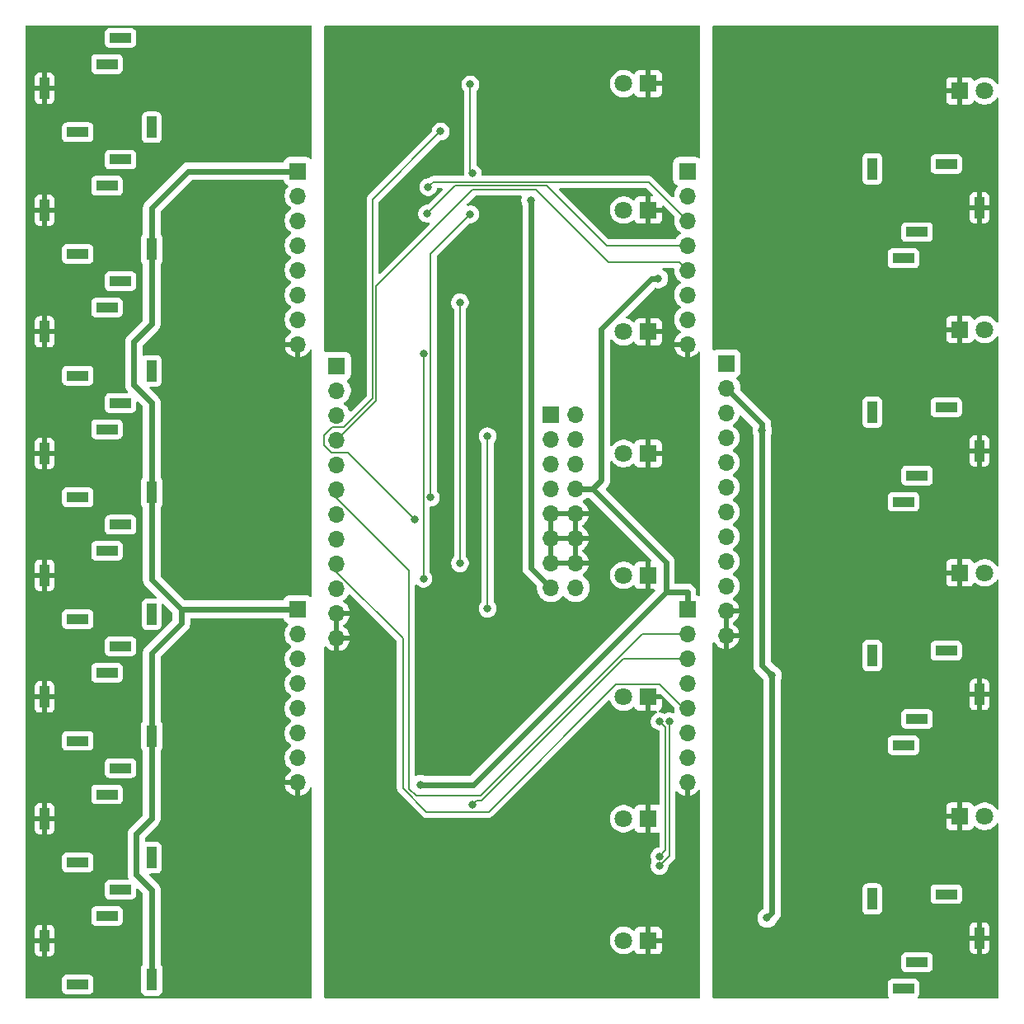
<source format=gbr>
G04 #@! TF.GenerationSoftware,KiCad,Pcbnew,9.0.0*
G04 #@! TF.CreationDate,2025-02-23T15:40:28-07:00*
G04 #@! TF.ProjectId,OR,4f522e6b-6963-4616-945f-706362585858,rev?*
G04 #@! TF.SameCoordinates,Original*
G04 #@! TF.FileFunction,Copper,L2,Bot*
G04 #@! TF.FilePolarity,Positive*
%FSLAX46Y46*%
G04 Gerber Fmt 4.6, Leading zero omitted, Abs format (unit mm)*
G04 Created by KiCad (PCBNEW 9.0.0) date 2025-02-23 15:40:28*
%MOMM*%
%LPD*%
G01*
G04 APERTURE LIST*
G04 #@! TA.AperFunction,ComponentPad*
%ADD10R,1.800000X1.800000*%
G04 #@! TD*
G04 #@! TA.AperFunction,ComponentPad*
%ADD11C,1.800000*%
G04 #@! TD*
G04 #@! TA.AperFunction,ComponentPad*
%ADD12R,1.700000X1.700000*%
G04 #@! TD*
G04 #@! TA.AperFunction,ComponentPad*
%ADD13O,1.700000X1.700000*%
G04 #@! TD*
G04 #@! TA.AperFunction,ComponentPad*
%ADD14R,1.000000X2.200000*%
G04 #@! TD*
G04 #@! TA.AperFunction,ComponentPad*
%ADD15R,2.200000X1.000000*%
G04 #@! TD*
G04 #@! TA.AperFunction,ViaPad*
%ADD16C,0.800000*%
G04 #@! TD*
G04 #@! TA.AperFunction,Conductor*
%ADD17C,0.600000*%
G04 #@! TD*
G04 #@! TA.AperFunction,Conductor*
%ADD18C,0.200000*%
G04 #@! TD*
G04 APERTURE END LIST*
D10*
X64000000Y-6014700D03*
D11*
X61460000Y-6014700D03*
D10*
X64000000Y-19000000D03*
D11*
X61460000Y-19000000D03*
D10*
X64000000Y-31500000D03*
D11*
X61460000Y-31500000D03*
D10*
X64000000Y-44000000D03*
D11*
X61460000Y-44000000D03*
D10*
X64000000Y-56500000D03*
D11*
X61460000Y-56500000D03*
D10*
X64000000Y-69000000D03*
D11*
X61460000Y-69000000D03*
D10*
X64000000Y-81500000D03*
D11*
X61460000Y-81500000D03*
D10*
X64000000Y-94000000D03*
D11*
X61460000Y-94000000D03*
D10*
X96000000Y-6750000D03*
D11*
X98540000Y-6750000D03*
D10*
X96000000Y-31250000D03*
D11*
X98540000Y-31250000D03*
D10*
X96000000Y-56250000D03*
D11*
X98540000Y-56250000D03*
D10*
X96000000Y-81250000D03*
D11*
X98540000Y-81250000D03*
D12*
X28000000Y-15000000D03*
D13*
X28000000Y-17540000D03*
X28000000Y-20080000D03*
X28000000Y-22620000D03*
X28000000Y-25160000D03*
X28000000Y-27700000D03*
X28000000Y-30240000D03*
X28000000Y-32780000D03*
D12*
X28000000Y-60000000D03*
D13*
X28000000Y-62540000D03*
X28000000Y-65080000D03*
X28000000Y-67620000D03*
X28000000Y-70160000D03*
X28000000Y-72700000D03*
X28000000Y-75240000D03*
X28000000Y-77780000D03*
D12*
X68000000Y-15000000D03*
D13*
X68000000Y-17540000D03*
X68000000Y-20080000D03*
X68000000Y-22620000D03*
X68000000Y-25160000D03*
X68000000Y-27700000D03*
X68000000Y-30240000D03*
X68000000Y-32780000D03*
D12*
X68000000Y-60000000D03*
D13*
X68000000Y-62540000D03*
X68000000Y-65080000D03*
X68000000Y-67620000D03*
X68000000Y-70160000D03*
X68000000Y-72700000D03*
X68000000Y-75240000D03*
X68000000Y-77780000D03*
D12*
X54000000Y-40000000D03*
D13*
X56540000Y-40000000D03*
X54000000Y-42540000D03*
X56540000Y-42540000D03*
X54000000Y-45080000D03*
X56540000Y-45080000D03*
X54000000Y-47620000D03*
X56540000Y-47620000D03*
X54000000Y-50160000D03*
X56540000Y-50160000D03*
X54000000Y-52700000D03*
X56540000Y-52700000D03*
X54000000Y-55240000D03*
X56540000Y-55240000D03*
X54000000Y-57780000D03*
X56540000Y-57780000D03*
D12*
X32000000Y-35000000D03*
D13*
X32000000Y-37540000D03*
X32000000Y-40080000D03*
X32000000Y-42620000D03*
X32000000Y-45160000D03*
X32000000Y-47700000D03*
X32000000Y-50240000D03*
X32000000Y-52780000D03*
X32000000Y-55320000D03*
X32000000Y-57860000D03*
X32000000Y-60400000D03*
X32000000Y-62940000D03*
D12*
X72000000Y-34750000D03*
D13*
X72000000Y-37290000D03*
X72000000Y-39830000D03*
X72000000Y-42370000D03*
X72000000Y-44910000D03*
X72000000Y-47450000D03*
X72000000Y-49990000D03*
X72000000Y-52530000D03*
X72000000Y-55070000D03*
X72000000Y-57610000D03*
X72000000Y-60150000D03*
X72000000Y-62690000D03*
D14*
X98000000Y-18750000D03*
X87000000Y-14750000D03*
D15*
X94600000Y-14250000D03*
X90200000Y-23950000D03*
X91600000Y-21250000D03*
D14*
X98000000Y-43750000D03*
X87000000Y-39750000D03*
D15*
X94600000Y-39250000D03*
X90200000Y-48950000D03*
X91600000Y-46250000D03*
D14*
X98000000Y-68750000D03*
X87000000Y-64750000D03*
D15*
X94600000Y-64250000D03*
X90200000Y-73950000D03*
X91600000Y-71250000D03*
D14*
X98000000Y-93750000D03*
X87000000Y-89750000D03*
D15*
X94600000Y-89250000D03*
X90200000Y-98950000D03*
X91600000Y-96250000D03*
D14*
X2000000Y-56500000D03*
X13000000Y-60500000D03*
D15*
X5400000Y-61000000D03*
X9800000Y-51300000D03*
X8400000Y-54000000D03*
D14*
X2000000Y-6500000D03*
X13000000Y-10500000D03*
D15*
X5400000Y-11000000D03*
X8400000Y-4000000D03*
X9800000Y-1300000D03*
D14*
X2000000Y-94000000D03*
X13000000Y-98000000D03*
D15*
X5400000Y-98500000D03*
X8400000Y-91500000D03*
X9800000Y-88800000D03*
D14*
X2000000Y-31500000D03*
X13000000Y-35500000D03*
D15*
X5400000Y-36000000D03*
X8400000Y-29000000D03*
X9800000Y-26300000D03*
D14*
X2000000Y-69000000D03*
X13000000Y-73000000D03*
D15*
X5400000Y-73500000D03*
X8400000Y-66500000D03*
X9800000Y-63800000D03*
D14*
X2000000Y-19000000D03*
X13000000Y-23000000D03*
D15*
X5400000Y-23500000D03*
X8400000Y-16500000D03*
X9800000Y-13800000D03*
D14*
X2000000Y-81500000D03*
X13000000Y-85500000D03*
D15*
X5400000Y-86000000D03*
X9800000Y-76300000D03*
X8400000Y-79000000D03*
D14*
X2000000Y-44000000D03*
X13000000Y-48000000D03*
D15*
X5400000Y-48500000D03*
X8400000Y-41500000D03*
X9800000Y-38800000D03*
D16*
X51958200Y-17999970D03*
X73000000Y-1500000D03*
X98500000Y-3000000D03*
X97000000Y-98500000D03*
X71500000Y-3000000D03*
X98500000Y-1500000D03*
X98500000Y-98500000D03*
X71500000Y-98500000D03*
X71500000Y-97000000D03*
X98500000Y-97000000D03*
X97000000Y-1500000D03*
X73000000Y-98500000D03*
X71500000Y-1500000D03*
X41396915Y-16637000D03*
X41275000Y-19364012D03*
X45974000Y-80064800D03*
X40596200Y-78007000D03*
X65024000Y-26035016D03*
X31500000Y-3000000D03*
X31500000Y-97000000D03*
X46000000Y-52000000D03*
X68500000Y-1500000D03*
X34000000Y-38000000D03*
X33000000Y-1500000D03*
X46000000Y-49000000D03*
X68500000Y-97000000D03*
X67000000Y-1500000D03*
X31500000Y-1500000D03*
X46000000Y-58000000D03*
X68500000Y-3000000D03*
X54000000Y-13000000D03*
X52000000Y-13000000D03*
X46000000Y-34000000D03*
X46000000Y-36000000D03*
X68500000Y-98500000D03*
X67000000Y-98500000D03*
X33000000Y-98500000D03*
X31500000Y-98500000D03*
X28500000Y-1500000D03*
X28500000Y-3000000D03*
X3000000Y-1500000D03*
X1500000Y-3000000D03*
X1500000Y-98500000D03*
X1500000Y-97000000D03*
X1500000Y-1500000D03*
X27000000Y-1500000D03*
X28500000Y-97000000D03*
X3000000Y-98500000D03*
X27000000Y-98500000D03*
X28500000Y-98500000D03*
X75692000Y-41656000D03*
X76708000Y-66802000D03*
X76200000Y-91694000D03*
X65151000Y-85359997D03*
X65151000Y-71501000D03*
X65151000Y-86360000D03*
X66167000Y-71501000D03*
X45720000Y-19431000D03*
X45720000Y-6096000D03*
X45974000Y-15240000D03*
X41656000Y-48514000D03*
X40005000Y-50800000D03*
X42672000Y-10922000D03*
X44653800Y-28479700D03*
X44653800Y-55270000D03*
X40908200Y-33716800D03*
X40908200Y-56856000D03*
X47485800Y-59927100D03*
X47485800Y-42227500D03*
D17*
X51958200Y-55738200D02*
X51958200Y-17999970D01*
X54000000Y-57780000D02*
X51958200Y-55738200D01*
D18*
X64019961Y-16099961D02*
X41933954Y-16099961D01*
X41933954Y-16099961D02*
X41796914Y-16237001D01*
X41796914Y-16237001D02*
X41396915Y-16637000D01*
X68000000Y-20080000D02*
X64019961Y-16099961D01*
X44139044Y-16499968D02*
X41674999Y-18964013D01*
X41674999Y-18964013D02*
X41275000Y-19364012D01*
X59694600Y-22620000D02*
X53574568Y-16499968D01*
X53574568Y-16499968D02*
X44139044Y-16499968D01*
X68000000Y-22620000D02*
X59694600Y-22620000D01*
X32000000Y-42620000D02*
X36068000Y-38552000D01*
X45965031Y-16899969D02*
X52478469Y-16899969D01*
X36068000Y-38552000D02*
X36068000Y-26797000D01*
X36068000Y-26797000D02*
X45965031Y-16899969D01*
X52478469Y-16899969D02*
X59888501Y-24310001D01*
X67150001Y-24310001D02*
X68000000Y-25160000D01*
X59888501Y-24310001D02*
X67150001Y-24310001D01*
X40144600Y-79151100D02*
X46764000Y-79151100D01*
X39423400Y-55986100D02*
X39423400Y-78429900D01*
X63375100Y-62540000D02*
X68000000Y-62540000D01*
X32000000Y-48562700D02*
X39423400Y-55986100D01*
X39423400Y-78429900D02*
X40144600Y-79151100D01*
X46764000Y-79151100D02*
X63375100Y-62540000D01*
X32000000Y-47700000D02*
X32000000Y-48562700D01*
X46373999Y-79664801D02*
X45974000Y-80064800D01*
X61466800Y-65080000D02*
X46881999Y-79664801D01*
X68000000Y-65080000D02*
X61466800Y-65080000D01*
X46881999Y-79664801D02*
X46373999Y-79664801D01*
X32000000Y-56182600D02*
X38790500Y-62973100D01*
X38790500Y-62973100D02*
X38790500Y-78363100D01*
X38790500Y-78363100D02*
X41213600Y-80786200D01*
X41213600Y-80786200D02*
X47588200Y-80786200D01*
X32000000Y-55320000D02*
X32000000Y-56182600D01*
X65151000Y-67691000D02*
X67620000Y-70160000D01*
X47588200Y-80786200D02*
X60683400Y-67691000D01*
X60683400Y-67691000D02*
X65151000Y-67691000D01*
X67620000Y-70160000D02*
X68000000Y-70160000D01*
D17*
X60871900Y-50201600D02*
X65800400Y-55130100D01*
X65800400Y-55130100D02*
X65800400Y-58249700D01*
X59182000Y-31184297D02*
X64331281Y-26035016D01*
X56540000Y-47620000D02*
X58290300Y-47620000D01*
X65800400Y-58249700D02*
X68000000Y-58249700D01*
X64458315Y-26035016D02*
X65024000Y-26035016D01*
X58290300Y-47620000D02*
X60871900Y-50201600D01*
X65800400Y-58249700D02*
X46043100Y-78007000D01*
X46043100Y-78007000D02*
X40596200Y-78007000D01*
X58290300Y-47620000D02*
X59182000Y-46728300D01*
X68000000Y-60000000D02*
X68000000Y-58249700D01*
X59182000Y-46728300D02*
X59182000Y-31184297D01*
X64331281Y-26035016D02*
X64458315Y-26035016D01*
X13000000Y-64470000D02*
X13000000Y-73000000D01*
X16058000Y-61412000D02*
X13000000Y-64470000D01*
X16750000Y-15000000D02*
X13000000Y-18750000D01*
X13000000Y-23000000D02*
X13000000Y-30688000D01*
X13000000Y-81488000D02*
X11430000Y-83058000D01*
X11176000Y-32512000D02*
X11176000Y-36956000D01*
X11176000Y-36956000D02*
X13000000Y-38780000D01*
X13000000Y-56942000D02*
X16058000Y-60000000D01*
X13000000Y-73000000D02*
X13000000Y-81488000D01*
X11430000Y-83058000D02*
X11430000Y-87230000D01*
X28000000Y-15000000D02*
X16750000Y-15000000D01*
X13000000Y-30688000D02*
X11176000Y-32512000D01*
X16058000Y-60000000D02*
X28000000Y-60000000D01*
X13000000Y-48000000D02*
X13000000Y-56942000D01*
X16058000Y-60000000D02*
X16058000Y-61412000D01*
X13000000Y-38780000D02*
X13000000Y-48000000D01*
X13000000Y-18750000D02*
X13000000Y-23000000D01*
X13000000Y-88800000D02*
X13000000Y-98000000D01*
X11430000Y-87230000D02*
X13000000Y-88800000D01*
X75692000Y-40982000D02*
X75692000Y-41656000D01*
X76708000Y-66802000D02*
X76708000Y-91186000D01*
X76708000Y-91186000D02*
X76200000Y-91694000D01*
X72000000Y-37290000D02*
X75692000Y-40982000D01*
X75692000Y-65786000D02*
X76708000Y-66802000D01*
X75692000Y-41656000D02*
X75692000Y-65786000D01*
D18*
X65766990Y-72116990D02*
X65766990Y-84744007D01*
X65766990Y-84744007D02*
X65151000Y-85359997D01*
X65151000Y-71501000D02*
X65766990Y-72116990D01*
X65151000Y-86360000D02*
X66167000Y-85344000D01*
X66167000Y-85344000D02*
X66167000Y-72066685D01*
X66167000Y-72066685D02*
X66167000Y-71501000D01*
X41656000Y-23495000D02*
X41656000Y-48514000D01*
X45720000Y-6096000D02*
X45720000Y-14986000D01*
X45720000Y-14986000D02*
X45974000Y-15240000D01*
X45720000Y-19431000D02*
X41656000Y-23495000D01*
X42672000Y-10922000D02*
X35667990Y-17926010D01*
X30734000Y-43180000D02*
X31496000Y-43942000D01*
X31569499Y-41275000D02*
X30734000Y-42110499D01*
X35667990Y-17926010D02*
X35667990Y-38354010D01*
X35667990Y-38354010D02*
X32747000Y-41275000D01*
X33147000Y-43942000D02*
X40005000Y-50800000D01*
X31496000Y-43942000D02*
X33147000Y-43942000D01*
X32747000Y-41275000D02*
X31569499Y-41275000D01*
X30734000Y-42110499D02*
X30734000Y-43180000D01*
X44653800Y-28479700D02*
X44653800Y-55270000D01*
X40908200Y-56856000D02*
X40908200Y-33716800D01*
X47485800Y-59927100D02*
X47485800Y-42227500D01*
G04 #@! TA.AperFunction,Conductor*
G36*
X33391890Y-58437648D02*
G01*
X33408388Y-58451537D01*
X38145095Y-63188244D01*
X38179121Y-63250556D01*
X38182000Y-63277339D01*
X38182000Y-78443211D01*
X38192550Y-78482584D01*
X38199893Y-78509989D01*
X38199899Y-78510010D01*
X38223467Y-78597970D01*
X38223470Y-78597977D01*
X38303575Y-78736723D01*
X38303583Y-78736733D01*
X40839966Y-81273116D01*
X40839971Y-81273120D01*
X40839973Y-81273122D01*
X40839974Y-81273123D01*
X40839976Y-81273124D01*
X40843364Y-81275080D01*
X40978727Y-81353232D01*
X41056108Y-81373966D01*
X41133489Y-81394700D01*
X41133490Y-81394700D01*
X47668310Y-81394700D01*
X47668311Y-81394700D01*
X47745691Y-81373966D01*
X47823073Y-81353232D01*
X47961827Y-81273122D01*
X59896391Y-69338556D01*
X59958701Y-69304532D01*
X60029516Y-69309597D01*
X60086352Y-69352144D01*
X60105317Y-69388716D01*
X60154692Y-69540676D01*
X60255343Y-69738215D01*
X60255345Y-69738218D01*
X60385658Y-69917578D01*
X60542421Y-70074341D01*
X60542424Y-70074343D01*
X60721785Y-70204657D01*
X60919324Y-70305308D01*
X61130176Y-70373818D01*
X61349149Y-70408500D01*
X61349152Y-70408500D01*
X61570848Y-70408500D01*
X61570851Y-70408500D01*
X61789824Y-70373818D01*
X62000676Y-70305308D01*
X62198215Y-70204657D01*
X62377576Y-70074343D01*
X62417577Y-70034342D01*
X62479888Y-70000316D01*
X62550704Y-70005380D01*
X62607540Y-70047926D01*
X62624728Y-70079403D01*
X62649553Y-70145960D01*
X62649555Y-70145965D01*
X62737095Y-70262904D01*
X62854034Y-70350444D01*
X62990906Y-70401494D01*
X63051402Y-70407999D01*
X63051415Y-70408000D01*
X63746000Y-70408000D01*
X63746000Y-69372968D01*
X63826306Y-69419333D01*
X63940756Y-69450000D01*
X64059244Y-69450000D01*
X64173694Y-69419333D01*
X64254000Y-69372968D01*
X64254000Y-70408000D01*
X64782264Y-70408000D01*
X64850385Y-70428002D01*
X64896878Y-70481658D01*
X64906982Y-70551932D01*
X64877488Y-70616512D01*
X64830483Y-70650408D01*
X64720668Y-70695895D01*
X64720664Y-70695897D01*
X64571869Y-70795319D01*
X64571862Y-70795324D01*
X64445324Y-70921862D01*
X64445319Y-70921869D01*
X64345899Y-71070662D01*
X64277414Y-71235996D01*
X64242500Y-71411518D01*
X64242500Y-71590481D01*
X64257084Y-71663798D01*
X64277413Y-71766000D01*
X64345898Y-71931336D01*
X64445322Y-72080135D01*
X64571865Y-72206678D01*
X64720664Y-72306102D01*
X64886000Y-72374587D01*
X65057072Y-72408615D01*
X65119981Y-72441523D01*
X65155113Y-72503218D01*
X65158490Y-72532194D01*
X65158490Y-79974563D01*
X65138488Y-80042684D01*
X65084832Y-80089177D01*
X65016974Y-80098933D01*
X65016930Y-80099348D01*
X65015306Y-80099173D01*
X65014558Y-80099281D01*
X65012264Y-80098846D01*
X64948597Y-80092000D01*
X64254000Y-80092000D01*
X64254000Y-81127031D01*
X64173694Y-81080667D01*
X64059244Y-81050000D01*
X63940756Y-81050000D01*
X63826306Y-81080667D01*
X63746000Y-81127031D01*
X63746000Y-80092000D01*
X63051402Y-80092000D01*
X62990906Y-80098505D01*
X62854035Y-80149555D01*
X62854034Y-80149555D01*
X62737095Y-80237095D01*
X62649555Y-80354034D01*
X62649554Y-80354037D01*
X62624728Y-80420597D01*
X62582181Y-80477432D01*
X62515660Y-80502242D01*
X62446286Y-80487150D01*
X62417578Y-80465658D01*
X62377578Y-80425658D01*
X62198218Y-80295345D01*
X62198217Y-80295344D01*
X62198215Y-80295343D01*
X62000676Y-80194692D01*
X62000673Y-80194691D01*
X62000671Y-80194690D01*
X61789829Y-80126183D01*
X61789825Y-80126182D01*
X61789824Y-80126182D01*
X61570851Y-80091500D01*
X61349149Y-80091500D01*
X61170338Y-80119821D01*
X61130170Y-80126183D01*
X60919328Y-80194690D01*
X60919322Y-80194693D01*
X60721781Y-80295345D01*
X60542421Y-80425658D01*
X60385658Y-80582421D01*
X60255345Y-80761781D01*
X60154693Y-80959322D01*
X60154690Y-80959328D01*
X60086183Y-81170170D01*
X60086182Y-81170175D01*
X60086182Y-81170176D01*
X60051500Y-81389149D01*
X60051500Y-81610851D01*
X60077706Y-81776306D01*
X60086183Y-81829829D01*
X60154690Y-82040671D01*
X60154692Y-82040676D01*
X60154693Y-82040677D01*
X60255345Y-82238218D01*
X60385658Y-82417578D01*
X60542421Y-82574341D01*
X60542424Y-82574343D01*
X60721785Y-82704657D01*
X60919324Y-82805308D01*
X61130176Y-82873818D01*
X61349149Y-82908500D01*
X61349152Y-82908500D01*
X61570848Y-82908500D01*
X61570851Y-82908500D01*
X61789824Y-82873818D01*
X62000676Y-82805308D01*
X62198215Y-82704657D01*
X62377576Y-82574343D01*
X62417577Y-82534342D01*
X62479888Y-82500316D01*
X62550704Y-82505380D01*
X62607540Y-82547926D01*
X62624728Y-82579403D01*
X62649553Y-82645960D01*
X62649555Y-82645965D01*
X62737095Y-82762904D01*
X62854034Y-82850444D01*
X62990906Y-82901494D01*
X63051402Y-82907999D01*
X63051415Y-82908000D01*
X63746000Y-82908000D01*
X63746000Y-81872968D01*
X63826306Y-81919333D01*
X63940756Y-81950000D01*
X64059244Y-81950000D01*
X64173694Y-81919333D01*
X64254000Y-81872968D01*
X64254000Y-82908000D01*
X64948585Y-82908000D01*
X64948597Y-82907999D01*
X65016930Y-82900652D01*
X65017241Y-82903550D01*
X65074402Y-82906611D01*
X65131990Y-82948133D01*
X65157988Y-83014199D01*
X65158490Y-83025436D01*
X65158490Y-84328802D01*
X65138488Y-84396923D01*
X65084832Y-84443416D01*
X65057072Y-84452381D01*
X64936842Y-84476296D01*
X64886000Y-84486410D01*
X64885998Y-84486410D01*
X64885997Y-84486411D01*
X64720662Y-84554896D01*
X64571869Y-84654316D01*
X64571862Y-84654321D01*
X64445324Y-84780859D01*
X64445319Y-84780866D01*
X64345899Y-84929659D01*
X64277414Y-85094993D01*
X64242500Y-85270515D01*
X64242500Y-85270518D01*
X64242500Y-85449476D01*
X64268238Y-85578873D01*
X64277414Y-85625000D01*
X64345899Y-85790336D01*
X64348815Y-85795790D01*
X64347677Y-85796397D01*
X64366888Y-85857748D01*
X64348677Y-85924130D01*
X64348816Y-85924204D01*
X64348490Y-85924812D01*
X64348106Y-85926215D01*
X64345938Y-85929587D01*
X64345901Y-85929657D01*
X64277414Y-86094996D01*
X64242500Y-86270518D01*
X64242500Y-86270521D01*
X64242500Y-86449479D01*
X64277413Y-86625000D01*
X64345898Y-86790336D01*
X64445322Y-86939135D01*
X64571865Y-87065678D01*
X64720664Y-87165102D01*
X64886000Y-87233587D01*
X65061521Y-87268500D01*
X65061522Y-87268500D01*
X65240478Y-87268500D01*
X65240479Y-87268500D01*
X65416000Y-87233587D01*
X65581336Y-87165102D01*
X65730135Y-87065678D01*
X65856678Y-86939135D01*
X65956102Y-86790336D01*
X66024587Y-86625000D01*
X66059500Y-86449479D01*
X66059500Y-86364239D01*
X66079502Y-86296118D01*
X66096400Y-86275148D01*
X66653922Y-85717627D01*
X66734032Y-85578873D01*
X66771214Y-85440107D01*
X66775500Y-85424111D01*
X66775500Y-78780192D01*
X66795502Y-78712071D01*
X66849158Y-78665578D01*
X66919432Y-78655474D01*
X66984012Y-78684968D01*
X66990595Y-78691097D01*
X67115320Y-78815822D01*
X67288249Y-78941463D01*
X67478707Y-79038506D01*
X67478713Y-79038509D01*
X67681998Y-79104560D01*
X67746000Y-79114696D01*
X67746000Y-78210702D01*
X67807007Y-78245925D01*
X67934174Y-78280000D01*
X68065826Y-78280000D01*
X68192993Y-78245925D01*
X68254000Y-78210702D01*
X68254000Y-79114696D01*
X68318001Y-79104560D01*
X68521286Y-79038509D01*
X68521292Y-79038506D01*
X68711750Y-78941463D01*
X68884679Y-78815822D01*
X69035819Y-78664682D01*
X69035821Y-78664679D01*
X69114064Y-78556989D01*
X69170286Y-78513635D01*
X69241023Y-78507560D01*
X69303814Y-78540692D01*
X69338726Y-78602512D01*
X69342000Y-78631050D01*
X69342000Y-99848500D01*
X69321998Y-99916621D01*
X69268342Y-99963114D01*
X69216000Y-99974500D01*
X30860000Y-99974500D01*
X30791879Y-99954498D01*
X30745386Y-99900842D01*
X30734000Y-99848500D01*
X30734000Y-93889149D01*
X60051500Y-93889149D01*
X60051500Y-94110851D01*
X60074173Y-94254000D01*
X60086183Y-94329829D01*
X60154690Y-94540671D01*
X60154692Y-94540676D01*
X60154693Y-94540677D01*
X60255345Y-94738218D01*
X60385658Y-94917578D01*
X60542421Y-95074341D01*
X60542424Y-95074343D01*
X60721785Y-95204657D01*
X60919324Y-95305308D01*
X61130176Y-95373818D01*
X61349149Y-95408500D01*
X61349152Y-95408500D01*
X61570848Y-95408500D01*
X61570851Y-95408500D01*
X61789824Y-95373818D01*
X62000676Y-95305308D01*
X62198215Y-95204657D01*
X62377576Y-95074343D01*
X62417577Y-95034342D01*
X62479888Y-95000316D01*
X62550704Y-95005380D01*
X62607540Y-95047926D01*
X62624728Y-95079403D01*
X62649553Y-95145960D01*
X62649555Y-95145965D01*
X62737095Y-95262904D01*
X62854034Y-95350444D01*
X62990906Y-95401494D01*
X63051402Y-95407999D01*
X63051415Y-95408000D01*
X63746000Y-95408000D01*
X63746000Y-94372968D01*
X63826306Y-94419333D01*
X63940756Y-94450000D01*
X64059244Y-94450000D01*
X64173694Y-94419333D01*
X64254000Y-94372968D01*
X64254000Y-95408000D01*
X64948585Y-95408000D01*
X64948597Y-95407999D01*
X65009093Y-95401494D01*
X65145964Y-95350444D01*
X65145965Y-95350444D01*
X65262904Y-95262904D01*
X65350444Y-95145965D01*
X65350444Y-95145964D01*
X65401494Y-95009093D01*
X65407999Y-94948597D01*
X65408000Y-94948585D01*
X65408000Y-94254000D01*
X64372968Y-94254000D01*
X64419333Y-94173694D01*
X64450000Y-94059244D01*
X64450000Y-93940756D01*
X64419333Y-93826306D01*
X64372968Y-93746000D01*
X65408000Y-93746000D01*
X65408000Y-93051414D01*
X65407999Y-93051402D01*
X65401494Y-92990906D01*
X65350444Y-92854035D01*
X65350444Y-92854034D01*
X65262904Y-92737095D01*
X65145965Y-92649555D01*
X65009093Y-92598505D01*
X64948597Y-92592000D01*
X64254000Y-92592000D01*
X64254000Y-93627031D01*
X64173694Y-93580667D01*
X64059244Y-93550000D01*
X63940756Y-93550000D01*
X63826306Y-93580667D01*
X63746000Y-93627031D01*
X63746000Y-92592000D01*
X63051402Y-92592000D01*
X62990906Y-92598505D01*
X62854035Y-92649555D01*
X62854034Y-92649555D01*
X62737095Y-92737095D01*
X62649555Y-92854034D01*
X62649554Y-92854037D01*
X62624728Y-92920597D01*
X62582181Y-92977432D01*
X62515660Y-93002242D01*
X62446286Y-92987150D01*
X62417578Y-92965658D01*
X62377578Y-92925658D01*
X62198218Y-92795345D01*
X62198217Y-92795344D01*
X62198215Y-92795343D01*
X62000676Y-92694692D01*
X62000673Y-92694691D01*
X62000671Y-92694690D01*
X61789829Y-92626183D01*
X61789825Y-92626182D01*
X61789824Y-92626182D01*
X61570851Y-92591500D01*
X61349149Y-92591500D01*
X61130176Y-92626182D01*
X61130170Y-92626183D01*
X60919328Y-92694690D01*
X60919322Y-92694693D01*
X60721781Y-92795345D01*
X60542421Y-92925658D01*
X60385658Y-93082421D01*
X60255345Y-93261781D01*
X60154693Y-93459322D01*
X60154690Y-93459328D01*
X60086183Y-93670170D01*
X60086182Y-93670175D01*
X60086182Y-93670176D01*
X60051500Y-93889149D01*
X30734000Y-93889149D01*
X30734000Y-63895654D01*
X30754002Y-63827533D01*
X30807658Y-63781040D01*
X30877932Y-63770936D01*
X30942512Y-63800430D01*
X30961939Y-63821597D01*
X30964180Y-63824682D01*
X31115320Y-63975822D01*
X31288249Y-64101463D01*
X31478707Y-64198506D01*
X31478713Y-64198509D01*
X31681998Y-64264560D01*
X31746000Y-64274696D01*
X31746000Y-63370702D01*
X31807007Y-63405925D01*
X31934174Y-63440000D01*
X32065826Y-63440000D01*
X32192993Y-63405925D01*
X32254000Y-63370702D01*
X32254000Y-64274696D01*
X32318001Y-64264560D01*
X32521286Y-64198509D01*
X32521292Y-64198506D01*
X32711750Y-64101463D01*
X32884679Y-63975822D01*
X33035822Y-63824679D01*
X33161463Y-63651750D01*
X33258506Y-63461292D01*
X33258509Y-63461286D01*
X33324559Y-63258004D01*
X33334698Y-63194000D01*
X32430703Y-63194000D01*
X32465925Y-63132993D01*
X32500000Y-63005826D01*
X32500000Y-62874174D01*
X32465925Y-62747007D01*
X32430703Y-62686000D01*
X33334697Y-62686000D01*
X33324559Y-62621995D01*
X33258509Y-62418713D01*
X33258506Y-62418707D01*
X33161463Y-62228249D01*
X33035822Y-62055320D01*
X32884679Y-61904177D01*
X32711748Y-61778534D01*
X32709955Y-61777436D01*
X32709415Y-61776840D01*
X32707742Y-61775624D01*
X32707997Y-61775272D01*
X32662321Y-61724791D01*
X32650710Y-61654750D01*
X32678810Y-61589551D01*
X32707789Y-61564440D01*
X32707742Y-61564376D01*
X32708496Y-61563827D01*
X32709955Y-61562564D01*
X32711748Y-61561465D01*
X32884679Y-61435822D01*
X33035822Y-61284679D01*
X33161463Y-61111750D01*
X33258506Y-60921292D01*
X33258509Y-60921286D01*
X33324559Y-60718004D01*
X33334698Y-60654000D01*
X32430703Y-60654000D01*
X32465925Y-60592993D01*
X32500000Y-60465826D01*
X32500000Y-60334174D01*
X32465925Y-60207007D01*
X32430703Y-60146000D01*
X33334697Y-60146000D01*
X33324559Y-60081995D01*
X33258509Y-59878713D01*
X33258506Y-59878707D01*
X33161463Y-59688249D01*
X33035822Y-59515320D01*
X32884679Y-59364177D01*
X32711749Y-59238535D01*
X32710433Y-59237729D01*
X32710037Y-59237291D01*
X32707742Y-59235624D01*
X32708092Y-59235141D01*
X32662800Y-59185084D01*
X32651190Y-59115043D01*
X32679291Y-59049844D01*
X32708076Y-59024903D01*
X32708004Y-59024804D01*
X32709158Y-59023965D01*
X32710441Y-59022854D01*
X32711992Y-59021902D01*
X32712009Y-59021894D01*
X32885004Y-58896206D01*
X33036206Y-58745004D01*
X33161894Y-58572009D01*
X33207028Y-58483426D01*
X33255773Y-58431815D01*
X33324688Y-58414748D01*
X33391890Y-58437648D01*
G37*
G04 #@! TD.AperFunction*
G04 #@! TA.AperFunction,Conductor*
G36*
X50958402Y-17528471D02*
G01*
X51004895Y-17582127D01*
X51014999Y-17652401D01*
X51006691Y-17682683D01*
X51003192Y-17691132D01*
X50996149Y-17708134D01*
X50957700Y-17901425D01*
X50957700Y-18098514D01*
X50996149Y-18291805D01*
X50996150Y-18291808D01*
X51014013Y-18334933D01*
X51042097Y-18402735D01*
X51048109Y-18417248D01*
X51057700Y-18465466D01*
X51057700Y-55826895D01*
X51081789Y-55947997D01*
X51092305Y-56000866D01*
X51119372Y-56066210D01*
X51160187Y-56164747D01*
X51219263Y-56253159D01*
X51222703Y-56258308D01*
X51222705Y-56258311D01*
X51244105Y-56290339D01*
X51258736Y-56312236D01*
X52513012Y-57566511D01*
X52547036Y-57628822D01*
X52549216Y-57660893D01*
X52549500Y-57660893D01*
X52549500Y-57665075D01*
X52549528Y-57665487D01*
X52549500Y-57665842D01*
X52549500Y-57665843D01*
X52549500Y-57894157D01*
X52585216Y-58119660D01*
X52655769Y-58336799D01*
X52757603Y-58536660D01*
X52759423Y-58540231D01*
X52893622Y-58724939D01*
X53055060Y-58886377D01*
X53176404Y-58974539D01*
X53239772Y-59020579D01*
X53443201Y-59124231D01*
X53660340Y-59194784D01*
X53885843Y-59230500D01*
X53885846Y-59230500D01*
X54114154Y-59230500D01*
X54114157Y-59230500D01*
X54339660Y-59194784D01*
X54556799Y-59124231D01*
X54760228Y-59020579D01*
X54944937Y-58886379D01*
X55106379Y-58724937D01*
X55168064Y-58640034D01*
X55224286Y-58596681D01*
X55295023Y-58590606D01*
X55357814Y-58623738D01*
X55371933Y-58640032D01*
X55433621Y-58724937D01*
X55433623Y-58724939D01*
X55433625Y-58724942D01*
X55595060Y-58886377D01*
X55716404Y-58974539D01*
X55779772Y-59020579D01*
X55983201Y-59124231D01*
X56200340Y-59194784D01*
X56425843Y-59230500D01*
X56425846Y-59230500D01*
X56654154Y-59230500D01*
X56654157Y-59230500D01*
X56879660Y-59194784D01*
X57096799Y-59124231D01*
X57300228Y-59020579D01*
X57484937Y-58886379D01*
X57646379Y-58724937D01*
X57780579Y-58540228D01*
X57884231Y-58336799D01*
X57954784Y-58119660D01*
X57990500Y-57894157D01*
X57990500Y-57665843D01*
X57954784Y-57440340D01*
X57884231Y-57223201D01*
X57780579Y-57019772D01*
X57646379Y-56835063D01*
X57646377Y-56835060D01*
X57484939Y-56673622D01*
X57321350Y-56554767D01*
X57303897Y-56532133D01*
X57283972Y-56511631D01*
X57282505Y-56504391D01*
X57277996Y-56498544D01*
X57275550Y-56470067D01*
X57269873Y-56442048D01*
X57272552Y-56435165D01*
X57271921Y-56427808D01*
X57285260Y-56402526D01*
X57295632Y-56375889D01*
X57303193Y-56368540D01*
X57305053Y-56365016D01*
X57321350Y-56350895D01*
X57415811Y-56282265D01*
X57415814Y-56282263D01*
X57424682Y-56275819D01*
X57575822Y-56124679D01*
X57701463Y-55951750D01*
X57798506Y-55761292D01*
X57798509Y-55761286D01*
X57864559Y-55558004D01*
X57874698Y-55494000D01*
X56970703Y-55494000D01*
X57005925Y-55432993D01*
X57040000Y-55305826D01*
X57040000Y-55174174D01*
X57005925Y-55047007D01*
X56970703Y-54986000D01*
X57874697Y-54986000D01*
X57864559Y-54921995D01*
X57798509Y-54718713D01*
X57798506Y-54718707D01*
X57701463Y-54528249D01*
X57575822Y-54355320D01*
X57424679Y-54204177D01*
X57251748Y-54078534D01*
X57249955Y-54077436D01*
X57249415Y-54076840D01*
X57247742Y-54075624D01*
X57247997Y-54075272D01*
X57202321Y-54024791D01*
X57190710Y-53954750D01*
X57218810Y-53889551D01*
X57247789Y-53864440D01*
X57247742Y-53864376D01*
X57248496Y-53863827D01*
X57249955Y-53862564D01*
X57251748Y-53861465D01*
X57424679Y-53735822D01*
X57575822Y-53584679D01*
X57701463Y-53411750D01*
X57798506Y-53221292D01*
X57798509Y-53221286D01*
X57864559Y-53018004D01*
X57874698Y-52954000D01*
X56970703Y-52954000D01*
X57005925Y-52892993D01*
X57040000Y-52765826D01*
X57040000Y-52634174D01*
X57005925Y-52507007D01*
X56970703Y-52446000D01*
X57874697Y-52446000D01*
X57864559Y-52381995D01*
X57798509Y-52178713D01*
X57798506Y-52178707D01*
X57701463Y-51988249D01*
X57575822Y-51815320D01*
X57424679Y-51664177D01*
X57251748Y-51538534D01*
X57249955Y-51537436D01*
X57249415Y-51536840D01*
X57247742Y-51535624D01*
X57247997Y-51535272D01*
X57202321Y-51484791D01*
X57190710Y-51414750D01*
X57218810Y-51349551D01*
X57247789Y-51324440D01*
X57247742Y-51324376D01*
X57248496Y-51323827D01*
X57249955Y-51322564D01*
X57251748Y-51321465D01*
X57424679Y-51195822D01*
X57575822Y-51044679D01*
X57701463Y-50871750D01*
X57798506Y-50681292D01*
X57798509Y-50681286D01*
X57864559Y-50478004D01*
X57874698Y-50414000D01*
X56970703Y-50414000D01*
X57005925Y-50352993D01*
X57040000Y-50225826D01*
X57040000Y-50094174D01*
X57005925Y-49967007D01*
X56970703Y-49906000D01*
X57874697Y-49906000D01*
X57864559Y-49841995D01*
X57798509Y-49638713D01*
X57798506Y-49638707D01*
X57701463Y-49448249D01*
X57575822Y-49275320D01*
X57424679Y-49124177D01*
X57321350Y-49049104D01*
X57277996Y-48992881D01*
X57271921Y-48922145D01*
X57305053Y-48859353D01*
X57321343Y-48845237D01*
X57484937Y-48726379D01*
X57646379Y-48564937D01*
X57646380Y-48564934D01*
X57646612Y-48564665D01*
X57646727Y-48564589D01*
X57647082Y-48564234D01*
X57647195Y-48563988D01*
X57647570Y-48563746D01*
X57649880Y-48561437D01*
X57650382Y-48561939D01*
X57676663Y-48545049D01*
X57706064Y-48525859D01*
X57706661Y-48525770D01*
X57706921Y-48525604D01*
X57742419Y-48520500D01*
X57865110Y-48520500D01*
X57933231Y-48540502D01*
X57954205Y-48557405D01*
X60168025Y-50771224D01*
X60168046Y-50771247D01*
X64282304Y-54885504D01*
X64316330Y-54947816D01*
X64311265Y-55018631D01*
X64282305Y-55063694D01*
X64254000Y-55091999D01*
X64254000Y-56127031D01*
X64173694Y-56080667D01*
X64059244Y-56050000D01*
X63940756Y-56050000D01*
X63826306Y-56080667D01*
X63746000Y-56127031D01*
X63746000Y-55092000D01*
X63051402Y-55092000D01*
X62990906Y-55098505D01*
X62854035Y-55149555D01*
X62854034Y-55149555D01*
X62737095Y-55237095D01*
X62649555Y-55354034D01*
X62649554Y-55354037D01*
X62624728Y-55420597D01*
X62582181Y-55477432D01*
X62515660Y-55502242D01*
X62446286Y-55487150D01*
X62417578Y-55465658D01*
X62377578Y-55425658D01*
X62198218Y-55295345D01*
X62198217Y-55295344D01*
X62198215Y-55295343D01*
X62000676Y-55194692D01*
X62000673Y-55194691D01*
X62000671Y-55194690D01*
X61789829Y-55126183D01*
X61789825Y-55126182D01*
X61789824Y-55126182D01*
X61570851Y-55091500D01*
X61349149Y-55091500D01*
X61130176Y-55126182D01*
X61130170Y-55126183D01*
X60919328Y-55194690D01*
X60919322Y-55194693D01*
X60721781Y-55295345D01*
X60542421Y-55425658D01*
X60385658Y-55582421D01*
X60255345Y-55761781D01*
X60154693Y-55959322D01*
X60154690Y-55959328D01*
X60086183Y-56170170D01*
X60086182Y-56170175D01*
X60086182Y-56170176D01*
X60051500Y-56389149D01*
X60051500Y-56610851D01*
X60076156Y-56766521D01*
X60086183Y-56829829D01*
X60148269Y-57020909D01*
X60154692Y-57040676D01*
X60247693Y-57223201D01*
X60255345Y-57238218D01*
X60385658Y-57417578D01*
X60542421Y-57574341D01*
X60640996Y-57645960D01*
X60721785Y-57704657D01*
X60919324Y-57805308D01*
X61130176Y-57873818D01*
X61349149Y-57908500D01*
X61349152Y-57908500D01*
X61570848Y-57908500D01*
X61570851Y-57908500D01*
X61789824Y-57873818D01*
X62000676Y-57805308D01*
X62198215Y-57704657D01*
X62377576Y-57574343D01*
X62417577Y-57534342D01*
X62479888Y-57500316D01*
X62550704Y-57505380D01*
X62607540Y-57547926D01*
X62624728Y-57579403D01*
X62649553Y-57645960D01*
X62649555Y-57645965D01*
X62737095Y-57762904D01*
X62854034Y-57850444D01*
X62990906Y-57901494D01*
X63051402Y-57907999D01*
X63051415Y-57908000D01*
X63746000Y-57908000D01*
X63746000Y-56872968D01*
X63826306Y-56919333D01*
X63940756Y-56950000D01*
X64059244Y-56950000D01*
X64173694Y-56919333D01*
X64254000Y-56872968D01*
X64254000Y-57908000D01*
X64564410Y-57908000D01*
X64632531Y-57928002D01*
X64679024Y-57981658D01*
X64689128Y-58051932D01*
X64659634Y-58116512D01*
X64653505Y-58123095D01*
X45707005Y-77069595D01*
X45644693Y-77103621D01*
X45617910Y-77106500D01*
X41061696Y-77106500D01*
X41013478Y-77096909D01*
X40888038Y-77044950D01*
X40888035Y-77044949D01*
X40694744Y-77006500D01*
X40694741Y-77006500D01*
X40497659Y-77006500D01*
X40497655Y-77006500D01*
X40304364Y-77044949D01*
X40304361Y-77044950D01*
X40206118Y-77085644D01*
X40135528Y-77093233D01*
X40072041Y-77061454D01*
X40035814Y-77000395D01*
X40031900Y-76969235D01*
X40031900Y-57568703D01*
X40051902Y-57500582D01*
X40105558Y-57454089D01*
X40175832Y-57443985D01*
X40240412Y-57473479D01*
X40246995Y-57479608D01*
X40329065Y-57561678D01*
X40477864Y-57661102D01*
X40643200Y-57729587D01*
X40818721Y-57764500D01*
X40818722Y-57764500D01*
X40997678Y-57764500D01*
X40997679Y-57764500D01*
X41173200Y-57729587D01*
X41338536Y-57661102D01*
X41487335Y-57561678D01*
X41613878Y-57435135D01*
X41713302Y-57286336D01*
X41781787Y-57121000D01*
X41816700Y-56945479D01*
X41816700Y-56766521D01*
X41781787Y-56591000D01*
X41713302Y-56425664D01*
X41613878Y-56276865D01*
X41553605Y-56216592D01*
X41519579Y-56154280D01*
X41516700Y-56127497D01*
X41516700Y-49548500D01*
X41536702Y-49480379D01*
X41590358Y-49433886D01*
X41642700Y-49422500D01*
X41745478Y-49422500D01*
X41745479Y-49422500D01*
X41921000Y-49387587D01*
X42086336Y-49319102D01*
X42235135Y-49219678D01*
X42361678Y-49093135D01*
X42461102Y-48944336D01*
X42529587Y-48779000D01*
X42564500Y-48603479D01*
X42564500Y-48424521D01*
X42529587Y-48249000D01*
X42461102Y-48083664D01*
X42361678Y-47934865D01*
X42301405Y-47874592D01*
X42267379Y-47812280D01*
X42264500Y-47785497D01*
X42264500Y-28390218D01*
X43745300Y-28390218D01*
X43745300Y-28569181D01*
X43762638Y-28656345D01*
X43780213Y-28744700D01*
X43848698Y-28910036D01*
X43948122Y-29058835D01*
X43948124Y-29058837D01*
X44008395Y-29119108D01*
X44042421Y-29181420D01*
X44045300Y-29208203D01*
X44045300Y-54541497D01*
X44025298Y-54609618D01*
X44008395Y-54630592D01*
X43948124Y-54690862D01*
X43948119Y-54690869D01*
X43848699Y-54839662D01*
X43780214Y-55004996D01*
X43745300Y-55180518D01*
X43745300Y-55359481D01*
X43780214Y-55535003D01*
X43789742Y-55558004D01*
X43848698Y-55700336D01*
X43948122Y-55849135D01*
X44074665Y-55975678D01*
X44223464Y-56075102D01*
X44388800Y-56143587D01*
X44564321Y-56178500D01*
X44564322Y-56178500D01*
X44743278Y-56178500D01*
X44743279Y-56178500D01*
X44918800Y-56143587D01*
X45084136Y-56075102D01*
X45232935Y-55975678D01*
X45359478Y-55849135D01*
X45458902Y-55700336D01*
X45527387Y-55535000D01*
X45562300Y-55359479D01*
X45562300Y-55180521D01*
X45527387Y-55005000D01*
X45458902Y-54839664D01*
X45359478Y-54690865D01*
X45299205Y-54630592D01*
X45265179Y-54568280D01*
X45262300Y-54541497D01*
X45262300Y-42138018D01*
X46577300Y-42138018D01*
X46577300Y-42138021D01*
X46577300Y-42316979D01*
X46612213Y-42492500D01*
X46680698Y-42657836D01*
X46780122Y-42806635D01*
X46780124Y-42806637D01*
X46840395Y-42866908D01*
X46874421Y-42929220D01*
X46877300Y-42956003D01*
X46877300Y-59198597D01*
X46857298Y-59266718D01*
X46840395Y-59287692D01*
X46780124Y-59347962D01*
X46780119Y-59347969D01*
X46680699Y-59496762D01*
X46612214Y-59662096D01*
X46577300Y-59837618D01*
X46577300Y-59837621D01*
X46577300Y-60016579D01*
X46612213Y-60192100D01*
X46680698Y-60357436D01*
X46780122Y-60506235D01*
X46906665Y-60632778D01*
X47055464Y-60732202D01*
X47220800Y-60800687D01*
X47396321Y-60835600D01*
X47396322Y-60835600D01*
X47575278Y-60835600D01*
X47575279Y-60835600D01*
X47750800Y-60800687D01*
X47916136Y-60732202D01*
X48064935Y-60632778D01*
X48191478Y-60506235D01*
X48290902Y-60357436D01*
X48359387Y-60192100D01*
X48394300Y-60016579D01*
X48394300Y-59837621D01*
X48359387Y-59662100D01*
X48290902Y-59496764D01*
X48191478Y-59347965D01*
X48131205Y-59287692D01*
X48097179Y-59225380D01*
X48094300Y-59198597D01*
X48094300Y-42956003D01*
X48114302Y-42887882D01*
X48131205Y-42866908D01*
X48144079Y-42854034D01*
X48191478Y-42806635D01*
X48290902Y-42657836D01*
X48359387Y-42492500D01*
X48394300Y-42316979D01*
X48394300Y-42138021D01*
X48359387Y-41962500D01*
X48290902Y-41797164D01*
X48191478Y-41648365D01*
X48064935Y-41521822D01*
X47916136Y-41422398D01*
X47799229Y-41373973D01*
X47750803Y-41353914D01*
X47750801Y-41353913D01*
X47750800Y-41353913D01*
X47662445Y-41336338D01*
X47575281Y-41319000D01*
X47575279Y-41319000D01*
X47396321Y-41319000D01*
X47396318Y-41319000D01*
X47266278Y-41344867D01*
X47220800Y-41353913D01*
X47220799Y-41353913D01*
X47220796Y-41353914D01*
X47055462Y-41422399D01*
X46906669Y-41521819D01*
X46906662Y-41521824D01*
X46780124Y-41648362D01*
X46780119Y-41648369D01*
X46680699Y-41797162D01*
X46612214Y-41962496D01*
X46577300Y-42138018D01*
X45262300Y-42138018D01*
X45262300Y-29208203D01*
X45282302Y-29140082D01*
X45299205Y-29119108D01*
X45359478Y-29058835D01*
X45458902Y-28910036D01*
X45527387Y-28744700D01*
X45562300Y-28569179D01*
X45562300Y-28390221D01*
X45527387Y-28214700D01*
X45458902Y-28049364D01*
X45359478Y-27900565D01*
X45232935Y-27774022D01*
X45084136Y-27674598D01*
X44967229Y-27626173D01*
X44918803Y-27606114D01*
X44918801Y-27606113D01*
X44918800Y-27606113D01*
X44830445Y-27588538D01*
X44743281Y-27571200D01*
X44743279Y-27571200D01*
X44564321Y-27571200D01*
X44564318Y-27571200D01*
X44433571Y-27597207D01*
X44388800Y-27606113D01*
X44388799Y-27606113D01*
X44388796Y-27606114D01*
X44223462Y-27674599D01*
X44074669Y-27774019D01*
X44074662Y-27774024D01*
X43948124Y-27900562D01*
X43948119Y-27900569D01*
X43848699Y-28049362D01*
X43780214Y-28214696D01*
X43745300Y-28390218D01*
X42264500Y-28390218D01*
X42264500Y-23799239D01*
X42284502Y-23731118D01*
X42301405Y-23710144D01*
X45635144Y-20376405D01*
X45697456Y-20342379D01*
X45724239Y-20339500D01*
X45809478Y-20339500D01*
X45809479Y-20339500D01*
X45985000Y-20304587D01*
X46150336Y-20236102D01*
X46299135Y-20136678D01*
X46425678Y-20010135D01*
X46525102Y-19861336D01*
X46593587Y-19696000D01*
X46628500Y-19520479D01*
X46628500Y-19341521D01*
X46593587Y-19166000D01*
X46525102Y-19000664D01*
X46425678Y-18851865D01*
X46299135Y-18725322D01*
X46150336Y-18625898D01*
X46000043Y-18563644D01*
X45985003Y-18557414D01*
X45985001Y-18557413D01*
X45985000Y-18557413D01*
X45888032Y-18538125D01*
X45809481Y-18522500D01*
X45809479Y-18522500D01*
X45630521Y-18522500D01*
X45630515Y-18522500D01*
X45504290Y-18547608D01*
X45433576Y-18541280D01*
X45377509Y-18497725D01*
X45353890Y-18430773D01*
X45370217Y-18361679D01*
X45390607Y-18334941D01*
X46180177Y-17545371D01*
X46242487Y-17511348D01*
X46269270Y-17508469D01*
X50890281Y-17508469D01*
X50958402Y-17528471D01*
G37*
G04 #@! TD.AperFunction*
G04 #@! TA.AperFunction,Conductor*
G36*
X65361382Y-68766002D02*
G01*
X65382356Y-68782905D01*
X66604595Y-70005144D01*
X66638621Y-70067456D01*
X66641500Y-70094239D01*
X66641500Y-70266916D01*
X66663846Y-70408000D01*
X66674952Y-70478121D01*
X66684328Y-70506976D01*
X66686356Y-70577943D01*
X66649693Y-70638741D01*
X66585981Y-70670067D01*
X66516277Y-70662321D01*
X66432005Y-70627414D01*
X66256481Y-70592500D01*
X66256479Y-70592500D01*
X66077521Y-70592500D01*
X66077518Y-70592500D01*
X65956803Y-70616512D01*
X65902000Y-70627413D01*
X65901999Y-70627413D01*
X65901996Y-70627414D01*
X65817725Y-70662321D01*
X65736667Y-70695897D01*
X65736662Y-70695899D01*
X65728998Y-70701020D01*
X65661244Y-70722232D01*
X65592778Y-70703446D01*
X65589002Y-70701020D01*
X65581337Y-70695899D01*
X65581338Y-70695899D01*
X65581336Y-70695898D01*
X65443348Y-70638741D01*
X65416003Y-70627414D01*
X65416001Y-70627413D01*
X65416000Y-70627413D01*
X65327645Y-70609838D01*
X65240481Y-70592500D01*
X65240479Y-70592500D01*
X65195360Y-70592500D01*
X65127239Y-70572498D01*
X65080746Y-70518842D01*
X65070642Y-70448568D01*
X65100136Y-70383988D01*
X65139203Y-70356862D01*
X65138057Y-70354762D01*
X65145965Y-70350444D01*
X65262904Y-70262904D01*
X65350444Y-70145965D01*
X65350444Y-70145964D01*
X65401494Y-70009093D01*
X65407999Y-69948597D01*
X65408000Y-69948585D01*
X65408000Y-69254000D01*
X64372968Y-69254000D01*
X64419333Y-69173694D01*
X64450000Y-69059244D01*
X64450000Y-68940756D01*
X64419333Y-68826306D01*
X64372968Y-68746000D01*
X65293261Y-68746000D01*
X65361382Y-68766002D01*
G37*
G04 #@! TD.AperFunction*
G04 #@! TA.AperFunction,Conductor*
G36*
X32254000Y-62509297D02*
G01*
X32192993Y-62474075D01*
X32065826Y-62440000D01*
X31934174Y-62440000D01*
X31807007Y-62474075D01*
X31746000Y-62509297D01*
X31746000Y-60830702D01*
X31807007Y-60865925D01*
X31934174Y-60900000D01*
X32065826Y-60900000D01*
X32192993Y-60865925D01*
X32254000Y-60830702D01*
X32254000Y-62509297D01*
G37*
G04 #@! TD.AperFunction*
G04 #@! TA.AperFunction,Conductor*
G36*
X66583907Y-24938503D02*
G01*
X66630400Y-24992159D01*
X66640291Y-25048133D01*
X66641500Y-25048133D01*
X66641500Y-25053084D01*
X66641500Y-25266916D01*
X66674951Y-25478116D01*
X66674952Y-25478121D01*
X66697297Y-25546892D01*
X66741028Y-25681483D01*
X66838106Y-25872009D01*
X66963794Y-26045004D01*
X66963796Y-26045006D01*
X66963798Y-26045009D01*
X67114990Y-26196201D01*
X67114993Y-26196203D01*
X67114996Y-26196206D01*
X67287991Y-26321894D01*
X67287996Y-26321896D01*
X67289088Y-26322566D01*
X67289418Y-26322931D01*
X67291996Y-26324804D01*
X67291602Y-26325345D01*
X67336721Y-26375213D01*
X67348328Y-26445255D01*
X67320226Y-26510453D01*
X67291870Y-26535023D01*
X67291996Y-26535196D01*
X67289982Y-26536658D01*
X67289088Y-26537434D01*
X67287987Y-26538108D01*
X67114993Y-26663796D01*
X67114990Y-26663798D01*
X66963798Y-26814990D01*
X66963796Y-26814993D01*
X66838108Y-26987987D01*
X66741029Y-27178515D01*
X66741026Y-27178521D01*
X66674952Y-27381878D01*
X66674951Y-27381883D01*
X66674951Y-27381884D01*
X66641500Y-27593084D01*
X66641500Y-27806916D01*
X66674951Y-28018116D01*
X66674952Y-28018121D01*
X66738824Y-28214700D01*
X66741028Y-28221483D01*
X66838106Y-28412009D01*
X66963794Y-28585004D01*
X66963796Y-28585006D01*
X66963798Y-28585009D01*
X67114990Y-28736201D01*
X67114993Y-28736203D01*
X67114996Y-28736206D01*
X67287991Y-28861894D01*
X67287996Y-28861896D01*
X67289088Y-28862566D01*
X67289418Y-28862931D01*
X67291996Y-28864804D01*
X67291602Y-28865345D01*
X67336721Y-28915213D01*
X67348328Y-28985255D01*
X67320226Y-29050453D01*
X67291870Y-29075023D01*
X67291996Y-29075196D01*
X67289982Y-29076658D01*
X67289088Y-29077434D01*
X67287987Y-29078108D01*
X67114993Y-29203796D01*
X67114990Y-29203798D01*
X66963798Y-29354990D01*
X66963796Y-29354993D01*
X66838108Y-29527987D01*
X66741029Y-29718515D01*
X66741026Y-29718521D01*
X66674952Y-29921878D01*
X66674951Y-29921883D01*
X66674951Y-29921884D01*
X66641500Y-30133084D01*
X66641500Y-30346916D01*
X66673888Y-30551402D01*
X66674952Y-30558121D01*
X66739814Y-30757748D01*
X66741028Y-30761483D01*
X66838106Y-30952009D01*
X66963794Y-31125004D01*
X66963796Y-31125006D01*
X66963798Y-31125009D01*
X67114990Y-31276201D01*
X67114993Y-31276203D01*
X67114996Y-31276206D01*
X67287991Y-31401894D01*
X67288001Y-31401899D01*
X67289567Y-31402859D01*
X67290042Y-31403384D01*
X67291996Y-31404804D01*
X67291697Y-31405214D01*
X67337200Y-31455505D01*
X67348808Y-31525546D01*
X67320707Y-31590745D01*
X67292157Y-31615485D01*
X67292258Y-31615624D01*
X67290644Y-31616796D01*
X67289574Y-31617724D01*
X67288255Y-31618532D01*
X67115320Y-31744177D01*
X66964177Y-31895320D01*
X66838536Y-32068249D01*
X66741493Y-32258707D01*
X66741490Y-32258713D01*
X66675440Y-32461995D01*
X66665302Y-32526000D01*
X67569297Y-32526000D01*
X67534075Y-32587007D01*
X67500000Y-32714174D01*
X67500000Y-32845826D01*
X67534075Y-32972993D01*
X67569297Y-33034000D01*
X66665302Y-33034000D01*
X66675440Y-33098004D01*
X66741490Y-33301286D01*
X66741493Y-33301292D01*
X66838536Y-33491750D01*
X66964177Y-33664679D01*
X67115320Y-33815822D01*
X67288249Y-33941463D01*
X67478707Y-34038506D01*
X67478713Y-34038509D01*
X67681998Y-34104560D01*
X67746000Y-34114696D01*
X67746000Y-33210702D01*
X67807007Y-33245925D01*
X67934174Y-33280000D01*
X68065826Y-33280000D01*
X68192993Y-33245925D01*
X68254000Y-33210702D01*
X68254000Y-34114696D01*
X68318001Y-34104560D01*
X68521286Y-34038509D01*
X68521292Y-34038506D01*
X68711750Y-33941463D01*
X68884679Y-33815822D01*
X69035819Y-33664682D01*
X69035821Y-33664679D01*
X69114064Y-33556989D01*
X69170286Y-33513635D01*
X69241023Y-33507560D01*
X69303814Y-33540692D01*
X69338726Y-33602512D01*
X69342000Y-33631050D01*
X69342000Y-58516436D01*
X69321998Y-58584557D01*
X69268342Y-58631050D01*
X69198068Y-58641154D01*
X69169115Y-58633388D01*
X69156661Y-58628395D01*
X69152841Y-58625464D01*
X69006762Y-58564956D01*
X68994334Y-58563319D01*
X68979615Y-58557419D01*
X68963674Y-58544870D01*
X68945118Y-58536660D01*
X68936345Y-58523358D01*
X68923829Y-58513505D01*
X68917202Y-58494329D01*
X68906032Y-58477391D01*
X68901962Y-58450229D01*
X68900640Y-58446402D01*
X68901103Y-58444495D01*
X68900500Y-58440467D01*
X68900500Y-58161010D01*
X68900499Y-58161006D01*
X68892958Y-58123095D01*
X68865894Y-57987034D01*
X68798013Y-57823153D01*
X68699464Y-57675665D01*
X68699459Y-57675659D01*
X68574040Y-57550240D01*
X68574034Y-57550235D01*
X68468333Y-57479608D01*
X68426547Y-57451687D01*
X68262666Y-57383806D01*
X68088693Y-57349200D01*
X68088691Y-57349200D01*
X66826900Y-57349200D01*
X66758779Y-57329198D01*
X66712286Y-57275542D01*
X66700900Y-57223200D01*
X66700900Y-55041410D01*
X66700899Y-55041406D01*
X66689878Y-54986000D01*
X66680766Y-54940188D01*
X66679335Y-54932993D01*
X66666297Y-54867440D01*
X66666295Y-54867435D01*
X66637749Y-54798517D01*
X66618295Y-54751552D01*
X66598413Y-54703553D01*
X66499864Y-54556065D01*
X66374435Y-54430636D01*
X65143799Y-53200000D01*
X61441547Y-49497746D01*
X61441524Y-49497725D01*
X59652894Y-47709094D01*
X59618868Y-47646782D01*
X59623933Y-47575966D01*
X59652891Y-47530906D01*
X59881463Y-47302336D01*
X59881464Y-47302335D01*
X59980013Y-47154847D01*
X60025113Y-47045965D01*
X60047895Y-46990966D01*
X60082500Y-46816992D01*
X60082500Y-46639608D01*
X60082500Y-44888104D01*
X60102502Y-44819983D01*
X60156158Y-44773490D01*
X60226432Y-44763386D01*
X60291012Y-44792880D01*
X60310433Y-44814040D01*
X60385657Y-44917576D01*
X60385659Y-44917578D01*
X60385661Y-44917581D01*
X60542421Y-45074341D01*
X60542424Y-45074343D01*
X60721785Y-45204657D01*
X60919324Y-45305308D01*
X61130176Y-45373818D01*
X61349149Y-45408500D01*
X61349152Y-45408500D01*
X61570848Y-45408500D01*
X61570851Y-45408500D01*
X61789824Y-45373818D01*
X62000676Y-45305308D01*
X62198215Y-45204657D01*
X62377576Y-45074343D01*
X62417577Y-45034342D01*
X62479888Y-45000316D01*
X62550704Y-45005380D01*
X62607540Y-45047926D01*
X62624728Y-45079403D01*
X62649553Y-45145960D01*
X62649555Y-45145965D01*
X62737095Y-45262904D01*
X62854034Y-45350444D01*
X62990906Y-45401494D01*
X63051402Y-45407999D01*
X63051415Y-45408000D01*
X63746000Y-45408000D01*
X63746000Y-44372968D01*
X63826306Y-44419333D01*
X63940756Y-44450000D01*
X64059244Y-44450000D01*
X64173694Y-44419333D01*
X64254000Y-44372968D01*
X64254000Y-45408000D01*
X64948585Y-45408000D01*
X64948597Y-45407999D01*
X65009093Y-45401494D01*
X65145964Y-45350444D01*
X65145965Y-45350444D01*
X65262904Y-45262904D01*
X65350444Y-45145965D01*
X65350444Y-45145964D01*
X65401494Y-45009093D01*
X65407999Y-44948597D01*
X65408000Y-44948585D01*
X65408000Y-44254000D01*
X64372968Y-44254000D01*
X64419333Y-44173694D01*
X64450000Y-44059244D01*
X64450000Y-43940756D01*
X64419333Y-43826306D01*
X64372968Y-43746000D01*
X65408000Y-43746000D01*
X65408000Y-43051414D01*
X65407999Y-43051402D01*
X65401494Y-42990906D01*
X65350444Y-42854035D01*
X65350444Y-42854034D01*
X65262904Y-42737095D01*
X65145965Y-42649555D01*
X65009093Y-42598505D01*
X64948597Y-42592000D01*
X64254000Y-42592000D01*
X64254000Y-43627031D01*
X64173694Y-43580667D01*
X64059244Y-43550000D01*
X63940756Y-43550000D01*
X63826306Y-43580667D01*
X63746000Y-43627031D01*
X63746000Y-42592000D01*
X63051402Y-42592000D01*
X62990906Y-42598505D01*
X62854035Y-42649555D01*
X62854034Y-42649555D01*
X62737095Y-42737095D01*
X62649555Y-42854034D01*
X62649554Y-42854037D01*
X62624728Y-42920597D01*
X62582181Y-42977432D01*
X62515660Y-43002242D01*
X62446286Y-42987150D01*
X62417578Y-42965658D01*
X62377578Y-42925658D01*
X62198218Y-42795345D01*
X62198217Y-42795344D01*
X62198215Y-42795343D01*
X62000676Y-42694692D01*
X62000673Y-42694691D01*
X62000671Y-42694690D01*
X61789829Y-42626183D01*
X61789825Y-42626182D01*
X61789824Y-42626182D01*
X61570851Y-42591500D01*
X61349149Y-42591500D01*
X61130176Y-42626182D01*
X61130170Y-42626183D01*
X60919328Y-42694690D01*
X60919322Y-42694693D01*
X60721781Y-42795345D01*
X60542421Y-42925658D01*
X60385658Y-43082421D01*
X60310436Y-43185956D01*
X60254213Y-43229310D01*
X60183477Y-43235385D01*
X60120685Y-43202253D01*
X60085774Y-43140433D01*
X60082500Y-43111895D01*
X60082500Y-32388104D01*
X60102502Y-32319983D01*
X60156158Y-32273490D01*
X60226432Y-32263386D01*
X60291012Y-32292880D01*
X60310433Y-32314040D01*
X60385657Y-32417576D01*
X60385659Y-32417578D01*
X60385661Y-32417581D01*
X60542421Y-32574341D01*
X60542424Y-32574343D01*
X60721785Y-32704657D01*
X60919324Y-32805308D01*
X61130176Y-32873818D01*
X61349149Y-32908500D01*
X61349152Y-32908500D01*
X61570848Y-32908500D01*
X61570851Y-32908500D01*
X61789824Y-32873818D01*
X62000676Y-32805308D01*
X62198215Y-32704657D01*
X62377576Y-32574343D01*
X62417577Y-32534342D01*
X62479888Y-32500316D01*
X62550704Y-32505380D01*
X62607540Y-32547926D01*
X62624728Y-32579403D01*
X62649553Y-32645960D01*
X62649555Y-32645965D01*
X62737095Y-32762904D01*
X62854034Y-32850444D01*
X62990906Y-32901494D01*
X63051402Y-32907999D01*
X63051415Y-32908000D01*
X63746000Y-32908000D01*
X63746000Y-31872968D01*
X63826306Y-31919333D01*
X63940756Y-31950000D01*
X64059244Y-31950000D01*
X64173694Y-31919333D01*
X64254000Y-31872968D01*
X64254000Y-32908000D01*
X64948585Y-32908000D01*
X64948597Y-32907999D01*
X65009093Y-32901494D01*
X65071321Y-32878284D01*
X65071323Y-32878284D01*
X65145966Y-32850443D01*
X65262904Y-32762904D01*
X65350444Y-32645965D01*
X65350444Y-32645964D01*
X65401494Y-32509093D01*
X65407999Y-32448597D01*
X65408000Y-32448585D01*
X65408000Y-31754000D01*
X64372968Y-31754000D01*
X64419333Y-31673694D01*
X64450000Y-31559244D01*
X64450000Y-31440756D01*
X64419333Y-31326306D01*
X64372968Y-31246000D01*
X65408000Y-31246000D01*
X65408000Y-30551414D01*
X65407999Y-30551402D01*
X65401494Y-30490906D01*
X65350444Y-30354035D01*
X65350444Y-30354034D01*
X65262904Y-30237095D01*
X65145965Y-30149555D01*
X65009093Y-30098505D01*
X64948597Y-30092000D01*
X64254000Y-30092000D01*
X64254000Y-31127031D01*
X64173694Y-31080667D01*
X64059244Y-31050000D01*
X63940756Y-31050000D01*
X63826306Y-31080667D01*
X63746000Y-31127031D01*
X63746000Y-30092000D01*
X63051402Y-30092000D01*
X62990906Y-30098505D01*
X62854035Y-30149555D01*
X62854034Y-30149555D01*
X62737095Y-30237095D01*
X62649555Y-30354034D01*
X62649554Y-30354037D01*
X62624728Y-30420597D01*
X62582181Y-30477432D01*
X62515660Y-30502242D01*
X62446286Y-30487150D01*
X62417578Y-30465658D01*
X62377578Y-30425658D01*
X62198218Y-30295345D01*
X62198217Y-30295344D01*
X62198215Y-30295343D01*
X62000676Y-30194692D01*
X62000673Y-30194691D01*
X62000671Y-30194690D01*
X61789830Y-30126183D01*
X61785865Y-30125232D01*
X61724295Y-30089883D01*
X61691609Y-30026858D01*
X61698186Y-29956166D01*
X61726177Y-29913619D01*
X64610144Y-27029651D01*
X64672454Y-26995627D01*
X64725714Y-26997766D01*
X64726094Y-26995859D01*
X64732163Y-26997066D01*
X64732165Y-26997067D01*
X64925459Y-27035516D01*
X65122541Y-27035516D01*
X65315835Y-26997067D01*
X65497914Y-26921648D01*
X65661782Y-26812155D01*
X65801139Y-26672798D01*
X65910632Y-26508930D01*
X65986051Y-26326851D01*
X66024500Y-26133557D01*
X66024500Y-25936475D01*
X65986051Y-25743181D01*
X65910632Y-25561102D01*
X65801139Y-25397234D01*
X65661782Y-25257877D01*
X65499233Y-25149265D01*
X65453706Y-25094789D01*
X65444858Y-25024346D01*
X65475499Y-24960302D01*
X65535901Y-24922991D01*
X65569236Y-24918501D01*
X66515786Y-24918501D01*
X66583907Y-24938503D01*
G37*
G04 #@! TD.AperFunction*
G04 #@! TA.AperFunction,Conductor*
G36*
X56074075Y-55047007D02*
G01*
X56040000Y-55174174D01*
X56040000Y-55305826D01*
X56074075Y-55432993D01*
X56109297Y-55494000D01*
X54430703Y-55494000D01*
X54465925Y-55432993D01*
X54500000Y-55305826D01*
X54500000Y-55174174D01*
X54465925Y-55047007D01*
X54430703Y-54986000D01*
X56109297Y-54986000D01*
X56074075Y-55047007D01*
G37*
G04 #@! TD.AperFunction*
G04 #@! TA.AperFunction,Conductor*
G36*
X54254000Y-54809297D02*
G01*
X54192993Y-54774075D01*
X54065826Y-54740000D01*
X53934174Y-54740000D01*
X53807007Y-54774075D01*
X53746000Y-54809297D01*
X53746000Y-53130702D01*
X53807007Y-53165925D01*
X53934174Y-53200000D01*
X54065826Y-53200000D01*
X54192993Y-53165925D01*
X54254000Y-53130702D01*
X54254000Y-54809297D01*
G37*
G04 #@! TD.AperFunction*
G04 #@! TA.AperFunction,Conductor*
G36*
X56794000Y-54809297D02*
G01*
X56732993Y-54774075D01*
X56605826Y-54740000D01*
X56474174Y-54740000D01*
X56347007Y-54774075D01*
X56286000Y-54809297D01*
X56286000Y-53130702D01*
X56347007Y-53165925D01*
X56474174Y-53200000D01*
X56605826Y-53200000D01*
X56732993Y-53165925D01*
X56794000Y-53130702D01*
X56794000Y-54809297D01*
G37*
G04 #@! TD.AperFunction*
G04 #@! TA.AperFunction,Conductor*
G36*
X56074075Y-52507007D02*
G01*
X56040000Y-52634174D01*
X56040000Y-52765826D01*
X56074075Y-52892993D01*
X56109297Y-52954000D01*
X54430703Y-52954000D01*
X54465925Y-52892993D01*
X54500000Y-52765826D01*
X54500000Y-52634174D01*
X54465925Y-52507007D01*
X54430703Y-52446000D01*
X56109297Y-52446000D01*
X56074075Y-52507007D01*
G37*
G04 #@! TD.AperFunction*
G04 #@! TA.AperFunction,Conductor*
G36*
X54254000Y-52269297D02*
G01*
X54192993Y-52234075D01*
X54065826Y-52200000D01*
X53934174Y-52200000D01*
X53807007Y-52234075D01*
X53746000Y-52269297D01*
X53746000Y-50590702D01*
X53807007Y-50625925D01*
X53934174Y-50660000D01*
X54065826Y-50660000D01*
X54192993Y-50625925D01*
X54254000Y-50590702D01*
X54254000Y-52269297D01*
G37*
G04 #@! TD.AperFunction*
G04 #@! TA.AperFunction,Conductor*
G36*
X56794000Y-52269297D02*
G01*
X56732993Y-52234075D01*
X56605826Y-52200000D01*
X56474174Y-52200000D01*
X56347007Y-52234075D01*
X56286000Y-52269297D01*
X56286000Y-50590702D01*
X56347007Y-50625925D01*
X56474174Y-50660000D01*
X56605826Y-50660000D01*
X56732993Y-50625925D01*
X56794000Y-50590702D01*
X56794000Y-52269297D01*
G37*
G04 #@! TD.AperFunction*
G04 #@! TA.AperFunction,Conductor*
G36*
X56074075Y-49967007D02*
G01*
X56040000Y-50094174D01*
X56040000Y-50225826D01*
X56074075Y-50352993D01*
X56109297Y-50414000D01*
X54430703Y-50414000D01*
X54465925Y-50352993D01*
X54500000Y-50225826D01*
X54500000Y-50094174D01*
X54465925Y-49967007D01*
X54430703Y-49906000D01*
X56109297Y-49906000D01*
X56074075Y-49967007D01*
G37*
G04 #@! TD.AperFunction*
G04 #@! TA.AperFunction,Conductor*
G36*
X69284121Y-45502D02*
G01*
X69330614Y-99158D01*
X69342000Y-151500D01*
X69342000Y-13516436D01*
X69321998Y-13584557D01*
X69268342Y-13631050D01*
X69198068Y-13641154D01*
X69160645Y-13628203D01*
X69160471Y-13628625D01*
X69153407Y-13625699D01*
X69153011Y-13625562D01*
X69152845Y-13625466D01*
X69152841Y-13625464D01*
X69006762Y-13564956D01*
X69006760Y-13564955D01*
X68930332Y-13554893D01*
X68889361Y-13549500D01*
X68889358Y-13549500D01*
X67110640Y-13549500D01*
X67110631Y-13549501D01*
X67004978Y-13563410D01*
X66993238Y-13564956D01*
X66847160Y-13625463D01*
X66847157Y-13625465D01*
X66721718Y-13721718D01*
X66625465Y-13847157D01*
X66625463Y-13847160D01*
X66564955Y-13993239D01*
X66549500Y-14110636D01*
X66549500Y-15889359D01*
X66549501Y-15889368D01*
X66555025Y-15931324D01*
X66564956Y-16006762D01*
X66625464Y-16152841D01*
X66721718Y-16278282D01*
X66847159Y-16374536D01*
X66953731Y-16418679D01*
X67009010Y-16463226D01*
X67031431Y-16530590D01*
X67013873Y-16599381D01*
X66994608Y-16624181D01*
X66963794Y-16654994D01*
X66838108Y-16827987D01*
X66741029Y-17018515D01*
X66741026Y-17018521D01*
X66674952Y-17221878D01*
X66674951Y-17221883D01*
X66674951Y-17221884D01*
X66655820Y-17342675D01*
X66641500Y-17433087D01*
X66641500Y-17556760D01*
X66621498Y-17624881D01*
X66567842Y-17671374D01*
X66497568Y-17681478D01*
X66432988Y-17651984D01*
X66426405Y-17645855D01*
X64393594Y-15613044D01*
X64393584Y-15613036D01*
X64254838Y-15532931D01*
X64254835Y-15532930D01*
X64254834Y-15532929D01*
X64254832Y-15532928D01*
X64254831Y-15532928D01*
X64150600Y-15505000D01*
X64150600Y-15504999D01*
X64100072Y-15491461D01*
X47003812Y-15491461D01*
X46935691Y-15471459D01*
X46889198Y-15417803D01*
X46879094Y-15347529D01*
X46880233Y-15340882D01*
X46882498Y-15329489D01*
X46882500Y-15329477D01*
X46882500Y-15150522D01*
X46882499Y-15150518D01*
X46847587Y-14975000D01*
X46779102Y-14809664D01*
X46679678Y-14660865D01*
X46553135Y-14534322D01*
X46404336Y-14434898D01*
X46404334Y-14434897D01*
X46398872Y-14431977D01*
X46399708Y-14430412D01*
X46350989Y-14391137D01*
X46328580Y-14323770D01*
X46328500Y-14319294D01*
X46328500Y-6824503D01*
X46348502Y-6756382D01*
X46365405Y-6735408D01*
X46425678Y-6675135D01*
X46525102Y-6526336D01*
X46593587Y-6361000D01*
X46628500Y-6185479D01*
X46628500Y-6006521D01*
X46608077Y-5903849D01*
X60051500Y-5903849D01*
X60051500Y-6125551D01*
X60074173Y-6268700D01*
X60086183Y-6344529D01*
X60154690Y-6555371D01*
X60154692Y-6555376D01*
X60246423Y-6735408D01*
X60255345Y-6752918D01*
X60385658Y-6932278D01*
X60542421Y-7089041D01*
X60542424Y-7089043D01*
X60721785Y-7219357D01*
X60919324Y-7320008D01*
X61130176Y-7388518D01*
X61349149Y-7423200D01*
X61349152Y-7423200D01*
X61570848Y-7423200D01*
X61570851Y-7423200D01*
X61789824Y-7388518D01*
X62000676Y-7320008D01*
X62198215Y-7219357D01*
X62377576Y-7089043D01*
X62417577Y-7049042D01*
X62479888Y-7015016D01*
X62550704Y-7020080D01*
X62607540Y-7062626D01*
X62624728Y-7094103D01*
X62649553Y-7160660D01*
X62649555Y-7160665D01*
X62737095Y-7277604D01*
X62854034Y-7365144D01*
X62990906Y-7416194D01*
X63051402Y-7422699D01*
X63051415Y-7422700D01*
X63746000Y-7422700D01*
X63746000Y-6387668D01*
X63826306Y-6434033D01*
X63940756Y-6464700D01*
X64059244Y-6464700D01*
X64173694Y-6434033D01*
X64254000Y-6387668D01*
X64254000Y-7422700D01*
X64948585Y-7422700D01*
X64948597Y-7422699D01*
X65009093Y-7416194D01*
X65145964Y-7365144D01*
X65145965Y-7365144D01*
X65262904Y-7277604D01*
X65350444Y-7160665D01*
X65350444Y-7160664D01*
X65401494Y-7023793D01*
X65407999Y-6963297D01*
X65408000Y-6963285D01*
X65408000Y-6268700D01*
X64372968Y-6268700D01*
X64419333Y-6188394D01*
X64450000Y-6073944D01*
X64450000Y-5955456D01*
X64419333Y-5841006D01*
X64372968Y-5760700D01*
X65408000Y-5760700D01*
X65408000Y-5066114D01*
X65407999Y-5066102D01*
X65401494Y-5005606D01*
X65350444Y-4868735D01*
X65350444Y-4868734D01*
X65262904Y-4751795D01*
X65145965Y-4664255D01*
X65009093Y-4613205D01*
X64948597Y-4606700D01*
X64254000Y-4606700D01*
X64254000Y-5641731D01*
X64173694Y-5595367D01*
X64059244Y-5564700D01*
X63940756Y-5564700D01*
X63826306Y-5595367D01*
X63746000Y-5641731D01*
X63746000Y-4606700D01*
X63051402Y-4606700D01*
X62990906Y-4613205D01*
X62854035Y-4664255D01*
X62854034Y-4664255D01*
X62737095Y-4751795D01*
X62649555Y-4868734D01*
X62649554Y-4868737D01*
X62624728Y-4935297D01*
X62582181Y-4992132D01*
X62515660Y-5016942D01*
X62446286Y-5001850D01*
X62417578Y-4980358D01*
X62377578Y-4940358D01*
X62198218Y-4810045D01*
X62198217Y-4810044D01*
X62198215Y-4810043D01*
X62000676Y-4709392D01*
X62000673Y-4709391D01*
X62000671Y-4709390D01*
X61789829Y-4640883D01*
X61789825Y-4640882D01*
X61789824Y-4640882D01*
X61570851Y-4606200D01*
X61349149Y-4606200D01*
X61130176Y-4640882D01*
X61130170Y-4640883D01*
X60919328Y-4709390D01*
X60919322Y-4709393D01*
X60721781Y-4810045D01*
X60542421Y-4940358D01*
X60385658Y-5097121D01*
X60255345Y-5276481D01*
X60154693Y-5474022D01*
X60154690Y-5474028D01*
X60086183Y-5684870D01*
X60086182Y-5684875D01*
X60086182Y-5684876D01*
X60051500Y-5903849D01*
X46608077Y-5903849D01*
X46593587Y-5831000D01*
X46525102Y-5665664D01*
X46425678Y-5516865D01*
X46299135Y-5390322D01*
X46150336Y-5290898D01*
X46033429Y-5242473D01*
X45985003Y-5222414D01*
X45985001Y-5222413D01*
X45985000Y-5222413D01*
X45896645Y-5204838D01*
X45809481Y-5187500D01*
X45809479Y-5187500D01*
X45630521Y-5187500D01*
X45630518Y-5187500D01*
X45499771Y-5213507D01*
X45455000Y-5222413D01*
X45454999Y-5222413D01*
X45454996Y-5222414D01*
X45289662Y-5290899D01*
X45140869Y-5390319D01*
X45140862Y-5390324D01*
X45014324Y-5516862D01*
X45014319Y-5516869D01*
X44914899Y-5665662D01*
X44846414Y-5830996D01*
X44811500Y-6006518D01*
X44811500Y-6185481D01*
X44828054Y-6268700D01*
X44846413Y-6361000D01*
X44914898Y-6526336D01*
X45014322Y-6675135D01*
X45014324Y-6675137D01*
X45074595Y-6735408D01*
X45108621Y-6797720D01*
X45111500Y-6824503D01*
X45111500Y-14923170D01*
X45101909Y-14971388D01*
X45100415Y-14974994D01*
X45100413Y-14974999D01*
X45065500Y-15150518D01*
X45065500Y-15329477D01*
X45065501Y-15329489D01*
X45067767Y-15340882D01*
X45061438Y-15411596D01*
X45017882Y-15467662D01*
X44950929Y-15491281D01*
X44944188Y-15491461D01*
X41853842Y-15491461D01*
X41803315Y-15504999D01*
X41803315Y-15505000D01*
X41699082Y-15532929D01*
X41699080Y-15532929D01*
X41699076Y-15532931D01*
X41560330Y-15613036D01*
X41560325Y-15613040D01*
X41521048Y-15652317D01*
X41481769Y-15691596D01*
X41419460Y-15725620D01*
X41392676Y-15728500D01*
X41307433Y-15728500D01*
X41176686Y-15754507D01*
X41131915Y-15763413D01*
X41131914Y-15763413D01*
X41131911Y-15763414D01*
X40966577Y-15831899D01*
X40817784Y-15931319D01*
X40817777Y-15931324D01*
X40691239Y-16057862D01*
X40691234Y-16057869D01*
X40591814Y-16206662D01*
X40523329Y-16371996D01*
X40488415Y-16547518D01*
X40488415Y-16726481D01*
X40499482Y-16782119D01*
X40523328Y-16902000D01*
X40591813Y-17067336D01*
X40691237Y-17216135D01*
X40817780Y-17342678D01*
X40966579Y-17442102D01*
X41131915Y-17510587D01*
X41307436Y-17545500D01*
X41307437Y-17545500D01*
X41486393Y-17545500D01*
X41486394Y-17545500D01*
X41661915Y-17510587D01*
X41827251Y-17442102D01*
X41976050Y-17342678D01*
X42102593Y-17216135D01*
X42202017Y-17067336D01*
X42270502Y-16902000D01*
X42288826Y-16809879D01*
X42321734Y-16746969D01*
X42383429Y-16711838D01*
X42412405Y-16708461D01*
X42765812Y-16708461D01*
X42833933Y-16728463D01*
X42880426Y-16782119D01*
X42890530Y-16852393D01*
X42861036Y-16916973D01*
X42854907Y-16923556D01*
X41359856Y-18418607D01*
X41297544Y-18452633D01*
X41270761Y-18455512D01*
X41185518Y-18455512D01*
X41054771Y-18481519D01*
X41010000Y-18490425D01*
X41009999Y-18490425D01*
X41009996Y-18490426D01*
X40919236Y-18528021D01*
X40866175Y-18550000D01*
X40844662Y-18558911D01*
X40695869Y-18658331D01*
X40695862Y-18658336D01*
X40569324Y-18784874D01*
X40569319Y-18784881D01*
X40469899Y-18933674D01*
X40401414Y-19099008D01*
X40401413Y-19099011D01*
X40401413Y-19099012D01*
X40398193Y-19115200D01*
X40366500Y-19274530D01*
X40366500Y-19453493D01*
X40371564Y-19478951D01*
X40396616Y-19604898D01*
X40401414Y-19629015D01*
X40402464Y-19631550D01*
X40469898Y-19794348D01*
X40569322Y-19943147D01*
X40695865Y-20069690D01*
X40844664Y-20169114D01*
X41010000Y-20237599D01*
X41185521Y-20272512D01*
X41185522Y-20272512D01*
X41364478Y-20272512D01*
X41364479Y-20272512D01*
X41415797Y-20262304D01*
X41486508Y-20268631D01*
X41542576Y-20312185D01*
X41566196Y-20379137D01*
X41549870Y-20448231D01*
X41529472Y-20474978D01*
X36491585Y-25512866D01*
X36429273Y-25546892D01*
X36358458Y-25541827D01*
X36301622Y-25499280D01*
X36276811Y-25432760D01*
X36276490Y-25423771D01*
X36276490Y-18230249D01*
X36296492Y-18162128D01*
X36313395Y-18141154D01*
X42587144Y-11867405D01*
X42649456Y-11833379D01*
X42676239Y-11830500D01*
X42761478Y-11830500D01*
X42761479Y-11830500D01*
X42937000Y-11795587D01*
X43102336Y-11727102D01*
X43251135Y-11627678D01*
X43377678Y-11501135D01*
X43477102Y-11352336D01*
X43545587Y-11187000D01*
X43580500Y-11011479D01*
X43580500Y-10832521D01*
X43545587Y-10657000D01*
X43477102Y-10491664D01*
X43377678Y-10342865D01*
X43251135Y-10216322D01*
X43102336Y-10116898D01*
X42985429Y-10068473D01*
X42937003Y-10048414D01*
X42937001Y-10048413D01*
X42937000Y-10048413D01*
X42848645Y-10030838D01*
X42761481Y-10013500D01*
X42761479Y-10013500D01*
X42582521Y-10013500D01*
X42582518Y-10013500D01*
X42451771Y-10039507D01*
X42407000Y-10048413D01*
X42406999Y-10048413D01*
X42406996Y-10048414D01*
X42241662Y-10116899D01*
X42092869Y-10216319D01*
X42092862Y-10216324D01*
X41966324Y-10342862D01*
X41966319Y-10342869D01*
X41866899Y-10491662D01*
X41798414Y-10656996D01*
X41763500Y-10832518D01*
X41763500Y-10917760D01*
X41743498Y-10985881D01*
X41726595Y-11006855D01*
X35181073Y-17552376D01*
X35181065Y-17552386D01*
X35100960Y-17691132D01*
X35100958Y-17691137D01*
X35088588Y-17737304D01*
X35073037Y-17795343D01*
X35059490Y-17845900D01*
X35059490Y-38049770D01*
X35039488Y-38117891D01*
X35022585Y-38138865D01*
X33488713Y-39672736D01*
X33426401Y-39706762D01*
X33355585Y-39701697D01*
X33298750Y-39659150D01*
X33279787Y-39622582D01*
X33258972Y-39558517D01*
X33161894Y-39367991D01*
X33036206Y-39194996D01*
X33036203Y-39194993D01*
X33036201Y-39194990D01*
X32885009Y-39043798D01*
X32885006Y-39043796D01*
X32885005Y-39043795D01*
X32885004Y-39043794D01*
X32781775Y-38968794D01*
X32738422Y-38912573D01*
X32732347Y-38841837D01*
X32765478Y-38779045D01*
X32781776Y-38764923D01*
X32814663Y-38741029D01*
X32944937Y-38646379D01*
X33106379Y-38484937D01*
X33240579Y-38300228D01*
X33344231Y-38096799D01*
X33414784Y-37879660D01*
X33450500Y-37654157D01*
X33450500Y-37425843D01*
X33414784Y-37200340D01*
X33344231Y-36983201D01*
X33240579Y-36779772D01*
X33106379Y-36595063D01*
X33106377Y-36595060D01*
X33097392Y-36586075D01*
X33063366Y-36523763D01*
X33068431Y-36452948D01*
X33110978Y-36396112D01*
X33138263Y-36380574D01*
X33152841Y-36374536D01*
X33278282Y-36278282D01*
X33374536Y-36152841D01*
X33435044Y-36006762D01*
X33450500Y-35889361D01*
X33450499Y-34110640D01*
X33435044Y-33993238D01*
X33374536Y-33847159D01*
X33278282Y-33721718D01*
X33152841Y-33625464D01*
X33091784Y-33600173D01*
X33006760Y-33564955D01*
X32930332Y-33554893D01*
X32889361Y-33549500D01*
X32889358Y-33549500D01*
X31110640Y-33549500D01*
X31110631Y-33549501D01*
X31004978Y-33563410D01*
X30993238Y-33564956D01*
X30908216Y-33600173D01*
X30837628Y-33607762D01*
X30774141Y-33575983D01*
X30737914Y-33514925D01*
X30734000Y-33483764D01*
X30734000Y-151500D01*
X30754002Y-83379D01*
X30807658Y-36886D01*
X30860000Y-25500D01*
X69216000Y-25500D01*
X69284121Y-45502D01*
G37*
G04 #@! TD.AperFunction*
G04 #@! TA.AperFunction,Conductor*
G36*
X63783843Y-16728463D02*
G01*
X63804817Y-16745366D01*
X64436356Y-17376905D01*
X64470382Y-17439217D01*
X64465317Y-17510032D01*
X64422770Y-17566868D01*
X64356250Y-17591679D01*
X64347261Y-17592000D01*
X64254000Y-17592000D01*
X64254000Y-18627031D01*
X64173694Y-18580667D01*
X64059244Y-18550000D01*
X63940756Y-18550000D01*
X63826306Y-18580667D01*
X63746000Y-18627031D01*
X63746000Y-17592000D01*
X63051402Y-17592000D01*
X62990906Y-17598505D01*
X62854035Y-17649555D01*
X62854034Y-17649555D01*
X62737095Y-17737095D01*
X62649555Y-17854034D01*
X62649554Y-17854037D01*
X62624728Y-17920597D01*
X62582181Y-17977432D01*
X62515660Y-18002242D01*
X62446286Y-17987150D01*
X62417578Y-17965658D01*
X62377578Y-17925658D01*
X62198218Y-17795345D01*
X62198217Y-17795344D01*
X62198215Y-17795343D01*
X62000676Y-17694692D01*
X62000673Y-17694691D01*
X62000671Y-17694690D01*
X61789829Y-17626183D01*
X61789825Y-17626182D01*
X61789824Y-17626182D01*
X61570851Y-17591500D01*
X61349149Y-17591500D01*
X61130176Y-17626182D01*
X61130170Y-17626183D01*
X60919328Y-17694690D01*
X60919322Y-17694693D01*
X60721781Y-17795345D01*
X60542421Y-17925658D01*
X60385658Y-18082421D01*
X60255345Y-18261781D01*
X60154693Y-18459322D01*
X60154690Y-18459328D01*
X60086183Y-18670170D01*
X60086182Y-18670175D01*
X60086182Y-18670176D01*
X60051500Y-18889149D01*
X60051500Y-19110851D01*
X60080952Y-19296803D01*
X60086183Y-19329829D01*
X60153945Y-19538378D01*
X60154692Y-19540676D01*
X60233835Y-19696003D01*
X60255345Y-19738218D01*
X60385658Y-19917578D01*
X60542421Y-20074341D01*
X60542424Y-20074343D01*
X60721785Y-20204657D01*
X60919324Y-20305308D01*
X61130176Y-20373818D01*
X61349149Y-20408500D01*
X61349152Y-20408500D01*
X61570848Y-20408500D01*
X61570851Y-20408500D01*
X61789824Y-20373818D01*
X62000676Y-20305308D01*
X62198215Y-20204657D01*
X62377576Y-20074343D01*
X62417577Y-20034342D01*
X62479888Y-20000316D01*
X62550704Y-20005380D01*
X62607540Y-20047926D01*
X62624728Y-20079403D01*
X62649553Y-20145960D01*
X62649555Y-20145965D01*
X62737095Y-20262904D01*
X62854034Y-20350444D01*
X62990906Y-20401494D01*
X63051402Y-20407999D01*
X63051415Y-20408000D01*
X63746000Y-20408000D01*
X63746000Y-19372968D01*
X63826306Y-19419333D01*
X63940756Y-19450000D01*
X64059244Y-19450000D01*
X64173694Y-19419333D01*
X64254000Y-19372968D01*
X64254000Y-20408000D01*
X64948585Y-20408000D01*
X64948597Y-20407999D01*
X65009093Y-20401494D01*
X65145964Y-20350444D01*
X65145965Y-20350444D01*
X65262904Y-20262904D01*
X65350444Y-20145965D01*
X65350444Y-20145964D01*
X65401494Y-20009093D01*
X65407999Y-19948597D01*
X65408000Y-19948585D01*
X65408000Y-19254000D01*
X64372968Y-19254000D01*
X64419333Y-19173694D01*
X64450000Y-19059244D01*
X64450000Y-18940756D01*
X64419333Y-18826306D01*
X64372968Y-18746000D01*
X65408000Y-18746000D01*
X65408000Y-18652739D01*
X65428002Y-18584618D01*
X65481658Y-18538125D01*
X65551932Y-18528021D01*
X65616512Y-18557515D01*
X65623095Y-18563644D01*
X66656251Y-19596800D01*
X66690277Y-19659112D01*
X66686990Y-19724828D01*
X66674952Y-19761879D01*
X66674951Y-19761882D01*
X66674951Y-19761884D01*
X66641500Y-19973084D01*
X66641500Y-20186916D01*
X66671945Y-20379137D01*
X66674952Y-20398121D01*
X66741026Y-20601478D01*
X66741028Y-20601483D01*
X66838106Y-20792009D01*
X66963794Y-20965004D01*
X66963796Y-20965006D01*
X66963798Y-20965009D01*
X67114990Y-21116201D01*
X67114993Y-21116203D01*
X67114996Y-21116206D01*
X67287991Y-21241894D01*
X67287996Y-21241896D01*
X67289088Y-21242566D01*
X67289418Y-21242931D01*
X67291996Y-21244804D01*
X67291602Y-21245345D01*
X67336721Y-21295213D01*
X67348328Y-21365255D01*
X67320226Y-21430453D01*
X67291870Y-21455023D01*
X67291996Y-21455196D01*
X67289982Y-21456658D01*
X67289088Y-21457434D01*
X67287987Y-21458108D01*
X67114993Y-21583796D01*
X67114990Y-21583798D01*
X66963798Y-21734990D01*
X66963796Y-21734993D01*
X66838107Y-21907988D01*
X66820418Y-21942705D01*
X66771669Y-21994319D01*
X66708152Y-22011500D01*
X59998839Y-22011500D01*
X59930718Y-21991498D01*
X59909744Y-21974595D01*
X54858705Y-16923556D01*
X54824679Y-16861244D01*
X54829744Y-16790429D01*
X54872291Y-16733593D01*
X54938811Y-16708782D01*
X54947800Y-16708461D01*
X63715722Y-16708461D01*
X63783843Y-16728463D01*
G37*
G04 #@! TD.AperFunction*
G04 #@! TA.AperFunction,Conductor*
G36*
X99916621Y-45502D02*
G01*
X99963114Y-99158D01*
X99974500Y-151500D01*
X99974500Y-5940348D01*
X99954498Y-6008469D01*
X99900842Y-6054962D01*
X99830568Y-6065066D01*
X99765988Y-6035572D01*
X99746564Y-6014409D01*
X99614341Y-5832421D01*
X99457578Y-5675658D01*
X99278218Y-5545345D01*
X99278217Y-5545344D01*
X99278215Y-5545343D01*
X99080676Y-5444692D01*
X99080673Y-5444691D01*
X99080671Y-5444690D01*
X98869829Y-5376183D01*
X98869825Y-5376182D01*
X98869824Y-5376182D01*
X98650851Y-5341500D01*
X98429149Y-5341500D01*
X98210176Y-5376182D01*
X98210170Y-5376183D01*
X97999328Y-5444690D01*
X97999322Y-5444693D01*
X97801781Y-5545345D01*
X97622421Y-5675658D01*
X97582420Y-5715659D01*
X97520108Y-5749684D01*
X97449292Y-5744618D01*
X97392457Y-5702071D01*
X97375270Y-5670596D01*
X97350443Y-5604033D01*
X97262904Y-5487095D01*
X97145965Y-5399555D01*
X97009093Y-5348505D01*
X96948597Y-5342000D01*
X96254000Y-5342000D01*
X96254000Y-6377031D01*
X96173694Y-6330667D01*
X96059244Y-6300000D01*
X95940756Y-6300000D01*
X95826306Y-6330667D01*
X95746000Y-6377031D01*
X95746000Y-5342000D01*
X95051402Y-5342000D01*
X94990906Y-5348505D01*
X94854035Y-5399555D01*
X94854034Y-5399555D01*
X94737095Y-5487095D01*
X94649555Y-5604034D01*
X94649555Y-5604035D01*
X94598505Y-5740906D01*
X94592000Y-5801402D01*
X94592000Y-6496000D01*
X95627032Y-6496000D01*
X95580667Y-6576306D01*
X95550000Y-6690756D01*
X95550000Y-6809244D01*
X95580667Y-6923694D01*
X95627032Y-7004000D01*
X94592000Y-7004000D01*
X94592000Y-7698597D01*
X94598505Y-7759093D01*
X94649555Y-7895964D01*
X94649555Y-7895965D01*
X94737095Y-8012904D01*
X94854034Y-8100444D01*
X94990906Y-8151494D01*
X95051402Y-8157999D01*
X95051415Y-8158000D01*
X95746000Y-8158000D01*
X95746000Y-7122968D01*
X95826306Y-7169333D01*
X95940756Y-7200000D01*
X96059244Y-7200000D01*
X96173694Y-7169333D01*
X96254000Y-7122968D01*
X96254000Y-8158000D01*
X96948585Y-8158000D01*
X96948597Y-8157999D01*
X97009093Y-8151494D01*
X97145964Y-8100444D01*
X97145965Y-8100444D01*
X97262904Y-8012904D01*
X97350444Y-7895965D01*
X97375270Y-7829404D01*
X97417817Y-7772568D01*
X97484337Y-7747757D01*
X97553711Y-7762848D01*
X97582421Y-7784341D01*
X97622421Y-7824341D01*
X97622424Y-7824343D01*
X97801785Y-7954657D01*
X97999324Y-8055308D01*
X98210176Y-8123818D01*
X98429149Y-8158500D01*
X98429152Y-8158500D01*
X98650848Y-8158500D01*
X98650851Y-8158500D01*
X98869824Y-8123818D01*
X99080676Y-8055308D01*
X99278215Y-7954657D01*
X99457576Y-7824343D01*
X99614343Y-7667576D01*
X99744657Y-7488215D01*
X99744657Y-7488214D01*
X99746564Y-7485590D01*
X99802786Y-7442236D01*
X99873523Y-7436161D01*
X99936314Y-7469293D01*
X99971226Y-7531113D01*
X99974500Y-7559651D01*
X99974500Y-30440348D01*
X99954498Y-30508469D01*
X99900842Y-30554962D01*
X99830568Y-30565066D01*
X99765988Y-30535572D01*
X99746564Y-30514409D01*
X99614341Y-30332421D01*
X99457578Y-30175658D01*
X99278218Y-30045345D01*
X99278217Y-30045344D01*
X99278215Y-30045343D01*
X99080676Y-29944692D01*
X99080673Y-29944691D01*
X99080671Y-29944690D01*
X98869829Y-29876183D01*
X98869825Y-29876182D01*
X98869824Y-29876182D01*
X98650851Y-29841500D01*
X98429149Y-29841500D01*
X98210176Y-29876182D01*
X98210170Y-29876183D01*
X97999328Y-29944690D01*
X97999322Y-29944693D01*
X97801781Y-30045345D01*
X97622421Y-30175658D01*
X97582420Y-30215659D01*
X97520108Y-30249684D01*
X97449292Y-30244618D01*
X97392457Y-30202071D01*
X97375270Y-30170596D01*
X97350443Y-30104033D01*
X97262904Y-29987095D01*
X97145965Y-29899555D01*
X97009093Y-29848505D01*
X96948597Y-29842000D01*
X96254000Y-29842000D01*
X96254000Y-30877031D01*
X96173694Y-30830667D01*
X96059244Y-30800000D01*
X95940756Y-30800000D01*
X95826306Y-30830667D01*
X95746000Y-30877031D01*
X95746000Y-29842000D01*
X95051402Y-29842000D01*
X94990906Y-29848505D01*
X94854035Y-29899555D01*
X94854034Y-29899555D01*
X94737095Y-29987095D01*
X94649555Y-30104034D01*
X94649555Y-30104035D01*
X94598505Y-30240906D01*
X94592000Y-30301402D01*
X94592000Y-30996000D01*
X95627032Y-30996000D01*
X95580667Y-31076306D01*
X95550000Y-31190756D01*
X95550000Y-31309244D01*
X95580667Y-31423694D01*
X95627032Y-31504000D01*
X94592000Y-31504000D01*
X94592000Y-32198597D01*
X94598505Y-32259093D01*
X94649555Y-32395964D01*
X94649555Y-32395965D01*
X94737095Y-32512904D01*
X94854034Y-32600444D01*
X94990906Y-32651494D01*
X95051402Y-32657999D01*
X95051415Y-32658000D01*
X95746000Y-32658000D01*
X95746000Y-31622968D01*
X95826306Y-31669333D01*
X95940756Y-31700000D01*
X96059244Y-31700000D01*
X96173694Y-31669333D01*
X96254000Y-31622968D01*
X96254000Y-32658000D01*
X96948585Y-32658000D01*
X96948597Y-32657999D01*
X97009093Y-32651494D01*
X97145964Y-32600444D01*
X97145965Y-32600444D01*
X97262904Y-32512904D01*
X97350444Y-32395965D01*
X97375270Y-32329404D01*
X97417817Y-32272568D01*
X97484337Y-32247757D01*
X97553711Y-32262848D01*
X97582421Y-32284341D01*
X97622421Y-32324341D01*
X97622424Y-32324343D01*
X97801785Y-32454657D01*
X97999324Y-32555308D01*
X98210176Y-32623818D01*
X98429149Y-32658500D01*
X98429152Y-32658500D01*
X98650848Y-32658500D01*
X98650851Y-32658500D01*
X98869824Y-32623818D01*
X99080676Y-32555308D01*
X99278215Y-32454657D01*
X99457576Y-32324343D01*
X99614343Y-32167576D01*
X99744657Y-31988215D01*
X99744657Y-31988214D01*
X99746564Y-31985590D01*
X99802786Y-31942236D01*
X99873523Y-31936161D01*
X99936314Y-31969293D01*
X99971226Y-32031113D01*
X99974500Y-32059651D01*
X99974500Y-55440348D01*
X99954498Y-55508469D01*
X99900842Y-55554962D01*
X99830568Y-55565066D01*
X99765988Y-55535572D01*
X99746564Y-55514409D01*
X99614341Y-55332421D01*
X99457578Y-55175658D01*
X99278218Y-55045345D01*
X99278217Y-55045344D01*
X99278215Y-55045343D01*
X99080676Y-54944692D01*
X99080673Y-54944691D01*
X99080671Y-54944690D01*
X98869829Y-54876183D01*
X98869825Y-54876182D01*
X98869824Y-54876182D01*
X98650851Y-54841500D01*
X98429149Y-54841500D01*
X98210176Y-54876182D01*
X98210170Y-54876183D01*
X97999328Y-54944690D01*
X97999322Y-54944693D01*
X97801781Y-55045345D01*
X97622421Y-55175658D01*
X97582420Y-55215659D01*
X97520108Y-55249684D01*
X97449292Y-55244618D01*
X97392457Y-55202071D01*
X97375270Y-55170596D01*
X97350443Y-55104033D01*
X97262904Y-54987095D01*
X97145965Y-54899555D01*
X97009093Y-54848505D01*
X96948597Y-54842000D01*
X96254000Y-54842000D01*
X96254000Y-55877031D01*
X96173694Y-55830667D01*
X96059244Y-55800000D01*
X95940756Y-55800000D01*
X95826306Y-55830667D01*
X95746000Y-55877031D01*
X95746000Y-54842000D01*
X95051402Y-54842000D01*
X94990906Y-54848505D01*
X94854035Y-54899555D01*
X94854034Y-54899555D01*
X94737095Y-54987095D01*
X94649555Y-55104034D01*
X94649555Y-55104035D01*
X94598505Y-55240906D01*
X94592000Y-55301402D01*
X94592000Y-55996000D01*
X95627032Y-55996000D01*
X95580667Y-56076306D01*
X95550000Y-56190756D01*
X95550000Y-56309244D01*
X95580667Y-56423694D01*
X95627032Y-56504000D01*
X94592000Y-56504000D01*
X94592000Y-57198597D01*
X94598505Y-57259093D01*
X94649555Y-57395964D01*
X94649555Y-57395965D01*
X94737095Y-57512904D01*
X94854034Y-57600444D01*
X94990906Y-57651494D01*
X95051402Y-57657999D01*
X95051415Y-57658000D01*
X95746000Y-57658000D01*
X95746000Y-56622968D01*
X95826306Y-56669333D01*
X95940756Y-56700000D01*
X96059244Y-56700000D01*
X96173694Y-56669333D01*
X96254000Y-56622968D01*
X96254000Y-57658000D01*
X96948585Y-57658000D01*
X96948597Y-57657999D01*
X97009093Y-57651494D01*
X97145964Y-57600444D01*
X97145965Y-57600444D01*
X97262904Y-57512904D01*
X97350444Y-57395965D01*
X97375270Y-57329404D01*
X97417817Y-57272568D01*
X97484337Y-57247757D01*
X97553711Y-57262848D01*
X97582421Y-57284341D01*
X97622421Y-57324341D01*
X97622424Y-57324343D01*
X97801785Y-57454657D01*
X97999324Y-57555308D01*
X98210176Y-57623818D01*
X98429149Y-57658500D01*
X98429152Y-57658500D01*
X98650848Y-57658500D01*
X98650851Y-57658500D01*
X98869824Y-57623818D01*
X99080676Y-57555308D01*
X99278215Y-57454657D01*
X99457576Y-57324343D01*
X99614343Y-57167576D01*
X99744657Y-56988215D01*
X99744657Y-56988214D01*
X99746564Y-56985590D01*
X99802786Y-56942236D01*
X99873523Y-56936161D01*
X99936314Y-56969293D01*
X99971226Y-57031113D01*
X99974500Y-57059651D01*
X99974500Y-80440348D01*
X99954498Y-80508469D01*
X99900842Y-80554962D01*
X99830568Y-80565066D01*
X99765988Y-80535572D01*
X99746564Y-80514409D01*
X99614341Y-80332421D01*
X99457578Y-80175658D01*
X99278218Y-80045345D01*
X99278217Y-80045344D01*
X99278215Y-80045343D01*
X99080676Y-79944692D01*
X99080673Y-79944691D01*
X99080671Y-79944690D01*
X98869829Y-79876183D01*
X98869825Y-79876182D01*
X98869824Y-79876182D01*
X98650851Y-79841500D01*
X98429149Y-79841500D01*
X98210176Y-79876182D01*
X98210170Y-79876183D01*
X97999328Y-79944690D01*
X97999322Y-79944693D01*
X97801781Y-80045345D01*
X97622421Y-80175658D01*
X97582420Y-80215659D01*
X97520108Y-80249684D01*
X97449292Y-80244618D01*
X97392457Y-80202071D01*
X97375270Y-80170596D01*
X97350443Y-80104033D01*
X97262904Y-79987095D01*
X97145965Y-79899555D01*
X97009093Y-79848505D01*
X96948597Y-79842000D01*
X96254000Y-79842000D01*
X96254000Y-80877031D01*
X96173694Y-80830667D01*
X96059244Y-80800000D01*
X95940756Y-80800000D01*
X95826306Y-80830667D01*
X95746000Y-80877031D01*
X95746000Y-79842000D01*
X95051402Y-79842000D01*
X94990906Y-79848505D01*
X94854035Y-79899555D01*
X94854034Y-79899555D01*
X94737095Y-79987095D01*
X94649555Y-80104034D01*
X94649555Y-80104035D01*
X94598505Y-80240906D01*
X94592000Y-80301402D01*
X94592000Y-80996000D01*
X95627032Y-80996000D01*
X95580667Y-81076306D01*
X95550000Y-81190756D01*
X95550000Y-81309244D01*
X95580667Y-81423694D01*
X95627032Y-81504000D01*
X94592000Y-81504000D01*
X94592000Y-82198597D01*
X94598505Y-82259093D01*
X94649555Y-82395964D01*
X94649555Y-82395965D01*
X94737095Y-82512904D01*
X94854034Y-82600444D01*
X94990906Y-82651494D01*
X95051402Y-82657999D01*
X95051415Y-82658000D01*
X95746000Y-82658000D01*
X95746000Y-81622968D01*
X95826306Y-81669333D01*
X95940756Y-81700000D01*
X96059244Y-81700000D01*
X96173694Y-81669333D01*
X96254000Y-81622968D01*
X96254000Y-82658000D01*
X96948585Y-82658000D01*
X96948597Y-82657999D01*
X97009093Y-82651494D01*
X97145964Y-82600444D01*
X97145965Y-82600444D01*
X97262904Y-82512904D01*
X97350444Y-82395965D01*
X97375270Y-82329404D01*
X97417817Y-82272568D01*
X97484337Y-82247757D01*
X97553711Y-82262848D01*
X97582421Y-82284341D01*
X97622421Y-82324341D01*
X97622424Y-82324343D01*
X97801785Y-82454657D01*
X97999324Y-82555308D01*
X98210176Y-82623818D01*
X98429149Y-82658500D01*
X98429152Y-82658500D01*
X98650848Y-82658500D01*
X98650851Y-82658500D01*
X98869824Y-82623818D01*
X99080676Y-82555308D01*
X99278215Y-82454657D01*
X99457576Y-82324343D01*
X99614343Y-82167576D01*
X99744657Y-81988215D01*
X99744657Y-81988214D01*
X99746564Y-81985590D01*
X99802786Y-81942236D01*
X99873523Y-81936161D01*
X99936314Y-81969293D01*
X99971226Y-82031113D01*
X99974500Y-82059651D01*
X99974500Y-99848500D01*
X99954498Y-99916621D01*
X99900842Y-99963114D01*
X99848500Y-99974500D01*
X91794275Y-99974500D01*
X91726154Y-99954498D01*
X91679661Y-99900842D01*
X91669557Y-99830568D01*
X91693407Y-99772991D01*
X91750887Y-99696207D01*
X91750887Y-99696206D01*
X91750889Y-99696204D01*
X91801989Y-99559201D01*
X91808500Y-99498638D01*
X91808500Y-98401362D01*
X91808499Y-98401350D01*
X91801990Y-98340803D01*
X91801988Y-98340795D01*
X91750889Y-98203797D01*
X91750887Y-98203792D01*
X91663261Y-98086738D01*
X91546207Y-97999112D01*
X91546202Y-97999110D01*
X91409204Y-97948011D01*
X91409196Y-97948009D01*
X91348649Y-97941500D01*
X91348638Y-97941500D01*
X89051362Y-97941500D01*
X89051350Y-97941500D01*
X88990803Y-97948009D01*
X88990795Y-97948011D01*
X88853797Y-97999110D01*
X88853792Y-97999112D01*
X88736738Y-98086738D01*
X88649112Y-98203792D01*
X88649110Y-98203797D01*
X88598011Y-98340795D01*
X88598009Y-98340803D01*
X88591500Y-98401350D01*
X88591500Y-99498649D01*
X88598009Y-99559196D01*
X88598011Y-99559204D01*
X88649110Y-99696202D01*
X88649112Y-99696207D01*
X88706593Y-99772991D01*
X88731404Y-99839511D01*
X88716313Y-99908885D01*
X88666111Y-99959087D01*
X88605725Y-99974500D01*
X70738000Y-99974500D01*
X70669879Y-99954498D01*
X70623386Y-99900842D01*
X70612000Y-99848500D01*
X70612000Y-95701350D01*
X89991500Y-95701350D01*
X89991500Y-96798649D01*
X89998009Y-96859196D01*
X89998011Y-96859204D01*
X90049110Y-96996202D01*
X90049112Y-96996207D01*
X90136738Y-97113261D01*
X90253792Y-97200887D01*
X90253794Y-97200888D01*
X90253796Y-97200889D01*
X90312875Y-97222924D01*
X90390795Y-97251988D01*
X90390803Y-97251990D01*
X90451350Y-97258499D01*
X90451355Y-97258499D01*
X90451362Y-97258500D01*
X90451368Y-97258500D01*
X92748632Y-97258500D01*
X92748638Y-97258500D01*
X92748645Y-97258499D01*
X92748649Y-97258499D01*
X92809196Y-97251990D01*
X92809199Y-97251989D01*
X92809201Y-97251989D01*
X92946204Y-97200889D01*
X93063261Y-97113261D01*
X93150889Y-96996204D01*
X93201989Y-96859201D01*
X93208500Y-96798638D01*
X93208500Y-95701362D01*
X93208499Y-95701350D01*
X93201990Y-95640803D01*
X93201988Y-95640795D01*
X93150889Y-95503797D01*
X93150887Y-95503792D01*
X93063261Y-95386738D01*
X92946207Y-95299112D01*
X92946202Y-95299110D01*
X92809204Y-95248011D01*
X92809196Y-95248009D01*
X92748649Y-95241500D01*
X92748638Y-95241500D01*
X90451362Y-95241500D01*
X90451350Y-95241500D01*
X90390803Y-95248009D01*
X90390795Y-95248011D01*
X90253797Y-95299110D01*
X90253792Y-95299112D01*
X90136738Y-95386738D01*
X90049112Y-95503792D01*
X90049110Y-95503797D01*
X89998011Y-95640795D01*
X89998009Y-95640803D01*
X89991500Y-95701350D01*
X70612000Y-95701350D01*
X70612000Y-94898597D01*
X96992000Y-94898597D01*
X96998505Y-94959093D01*
X97049555Y-95095964D01*
X97049555Y-95095965D01*
X97137095Y-95212904D01*
X97254034Y-95300444D01*
X97390906Y-95351494D01*
X97451402Y-95357999D01*
X97451415Y-95358000D01*
X97746000Y-95358000D01*
X98254000Y-95358000D01*
X98548585Y-95358000D01*
X98548597Y-95357999D01*
X98609093Y-95351494D01*
X98745964Y-95300444D01*
X98745965Y-95300444D01*
X98862904Y-95212904D01*
X98950444Y-95095965D01*
X98950444Y-95095964D01*
X99001494Y-94959093D01*
X99007999Y-94898597D01*
X99008000Y-94898585D01*
X99008000Y-94004000D01*
X98254000Y-94004000D01*
X98254000Y-95358000D01*
X97746000Y-95358000D01*
X97746000Y-94004000D01*
X96992000Y-94004000D01*
X96992000Y-94898597D01*
X70612000Y-94898597D01*
X70612000Y-63477737D01*
X70632002Y-63409616D01*
X70685658Y-63363123D01*
X70755932Y-63353019D01*
X70820512Y-63382513D01*
X70839936Y-63403676D01*
X70964177Y-63574679D01*
X71115320Y-63725822D01*
X71288249Y-63851463D01*
X71478707Y-63948506D01*
X71478713Y-63948509D01*
X71681998Y-64014560D01*
X71746000Y-64024696D01*
X71746000Y-63120702D01*
X71807007Y-63155925D01*
X71934174Y-63190000D01*
X72065826Y-63190000D01*
X72192993Y-63155925D01*
X72254000Y-63120702D01*
X72254000Y-64024696D01*
X72318001Y-64014560D01*
X72521286Y-63948509D01*
X72521292Y-63948506D01*
X72711750Y-63851463D01*
X72884679Y-63725822D01*
X73035822Y-63574679D01*
X73161463Y-63401750D01*
X73258506Y-63211292D01*
X73258509Y-63211286D01*
X73324559Y-63008004D01*
X73334698Y-62944000D01*
X72430703Y-62944000D01*
X72465925Y-62882993D01*
X72500000Y-62755826D01*
X72500000Y-62624174D01*
X72465925Y-62497007D01*
X72430703Y-62436000D01*
X73334697Y-62436000D01*
X73324559Y-62371995D01*
X73258509Y-62168713D01*
X73258506Y-62168707D01*
X73161463Y-61978249D01*
X73035822Y-61805320D01*
X72884679Y-61654177D01*
X72711748Y-61528534D01*
X72709955Y-61527436D01*
X72709415Y-61526840D01*
X72707742Y-61525624D01*
X72707997Y-61525272D01*
X72662321Y-61474791D01*
X72650710Y-61404750D01*
X72678810Y-61339551D01*
X72707789Y-61314440D01*
X72707742Y-61314376D01*
X72708496Y-61313827D01*
X72709955Y-61312564D01*
X72711748Y-61311465D01*
X72884679Y-61185822D01*
X73035822Y-61034679D01*
X73161463Y-60861750D01*
X73258506Y-60671292D01*
X73258509Y-60671286D01*
X73324559Y-60468004D01*
X73334698Y-60404000D01*
X72430703Y-60404000D01*
X72465925Y-60342993D01*
X72500000Y-60215826D01*
X72500000Y-60084174D01*
X72465925Y-59957007D01*
X72430703Y-59896000D01*
X73334697Y-59896000D01*
X73324559Y-59831995D01*
X73258509Y-59628713D01*
X73258506Y-59628707D01*
X73161463Y-59438249D01*
X73035822Y-59265320D01*
X72884679Y-59114177D01*
X72711749Y-58988535D01*
X72710433Y-58987729D01*
X72710037Y-58987291D01*
X72707742Y-58985624D01*
X72708092Y-58985141D01*
X72662800Y-58935084D01*
X72651190Y-58865043D01*
X72679291Y-58799844D01*
X72708076Y-58774903D01*
X72708004Y-58774804D01*
X72709158Y-58773965D01*
X72710441Y-58772854D01*
X72711992Y-58771902D01*
X72712009Y-58771894D01*
X72885004Y-58646206D01*
X73036206Y-58495004D01*
X73161894Y-58322009D01*
X73258972Y-58131483D01*
X73325049Y-57928116D01*
X73358500Y-57716916D01*
X73358500Y-57503084D01*
X73325049Y-57291884D01*
X73258972Y-57088517D01*
X73161894Y-56897991D01*
X73036206Y-56724996D01*
X73036203Y-56724993D01*
X73036201Y-56724990D01*
X72885009Y-56573798D01*
X72885006Y-56573796D01*
X72885004Y-56573794D01*
X72712009Y-56448106D01*
X72712007Y-56448105D01*
X72710920Y-56447439D01*
X72710591Y-56447075D01*
X72708004Y-56445196D01*
X72708398Y-56444652D01*
X72663283Y-56394796D01*
X72651670Y-56324756D01*
X72679766Y-56259555D01*
X72708130Y-56234978D01*
X72708004Y-56234804D01*
X72710030Y-56233331D01*
X72710920Y-56232561D01*
X72711997Y-56231899D01*
X72712009Y-56231894D01*
X72885004Y-56106206D01*
X73036206Y-55955004D01*
X73161894Y-55782009D01*
X73258972Y-55591483D01*
X73325049Y-55388116D01*
X73358500Y-55176916D01*
X73358500Y-54963084D01*
X73325049Y-54751884D01*
X73258972Y-54548517D01*
X73161894Y-54357991D01*
X73036206Y-54184996D01*
X73036203Y-54184993D01*
X73036201Y-54184990D01*
X72885009Y-54033798D01*
X72885006Y-54033796D01*
X72885004Y-54033794D01*
X72712009Y-53908106D01*
X72712007Y-53908105D01*
X72710920Y-53907439D01*
X72710591Y-53907075D01*
X72708004Y-53905196D01*
X72708398Y-53904652D01*
X72663283Y-53854796D01*
X72651670Y-53784756D01*
X72679766Y-53719555D01*
X72708130Y-53694978D01*
X72708004Y-53694804D01*
X72710030Y-53693331D01*
X72710920Y-53692561D01*
X72711997Y-53691899D01*
X72712009Y-53691894D01*
X72885004Y-53566206D01*
X73036206Y-53415004D01*
X73161894Y-53242009D01*
X73258972Y-53051483D01*
X73325049Y-52848116D01*
X73358500Y-52636916D01*
X73358500Y-52423084D01*
X73325049Y-52211884D01*
X73258972Y-52008517D01*
X73161894Y-51817991D01*
X73036206Y-51644996D01*
X73036203Y-51644993D01*
X73036201Y-51644990D01*
X72885009Y-51493798D01*
X72885006Y-51493796D01*
X72885004Y-51493794D01*
X72712009Y-51368106D01*
X72712007Y-51368105D01*
X72710920Y-51367439D01*
X72710591Y-51367075D01*
X72708004Y-51365196D01*
X72708398Y-51364652D01*
X72663283Y-51314796D01*
X72651670Y-51244756D01*
X72679766Y-51179555D01*
X72708130Y-51154978D01*
X72708004Y-51154804D01*
X72710030Y-51153331D01*
X72710920Y-51152561D01*
X72711997Y-51151899D01*
X72712009Y-51151894D01*
X72885004Y-51026206D01*
X73036206Y-50875004D01*
X73161894Y-50702009D01*
X73258972Y-50511483D01*
X73325049Y-50308116D01*
X73358500Y-50096916D01*
X73358500Y-49883084D01*
X73325049Y-49671884D01*
X73258972Y-49468517D01*
X73161894Y-49277991D01*
X73036206Y-49104996D01*
X73036203Y-49104993D01*
X73036201Y-49104990D01*
X72885009Y-48953798D01*
X72885006Y-48953796D01*
X72885004Y-48953794D01*
X72712009Y-48828106D01*
X72712007Y-48828105D01*
X72710920Y-48827439D01*
X72710591Y-48827075D01*
X72708004Y-48825196D01*
X72708398Y-48824652D01*
X72663283Y-48774796D01*
X72651670Y-48704756D01*
X72679766Y-48639555D01*
X72708130Y-48614978D01*
X72708004Y-48614804D01*
X72710030Y-48613331D01*
X72710920Y-48612561D01*
X72711997Y-48611899D01*
X72712009Y-48611894D01*
X72885004Y-48486206D01*
X73036206Y-48335004D01*
X73161894Y-48162009D01*
X73258972Y-47971483D01*
X73325049Y-47768116D01*
X73358500Y-47556916D01*
X73358500Y-47343084D01*
X73325049Y-47131884D01*
X73258972Y-46928517D01*
X73161894Y-46737991D01*
X73036206Y-46564996D01*
X73036203Y-46564993D01*
X73036201Y-46564990D01*
X72885009Y-46413798D01*
X72885006Y-46413796D01*
X72885004Y-46413794D01*
X72712009Y-46288106D01*
X72712007Y-46288105D01*
X72710920Y-46287439D01*
X72710591Y-46287075D01*
X72708004Y-46285196D01*
X72708398Y-46284652D01*
X72663283Y-46234796D01*
X72651670Y-46164756D01*
X72679766Y-46099555D01*
X72708130Y-46074978D01*
X72708004Y-46074804D01*
X72710030Y-46073331D01*
X72710920Y-46072561D01*
X72711997Y-46071899D01*
X72712009Y-46071894D01*
X72885004Y-45946206D01*
X73036206Y-45795004D01*
X73161894Y-45622009D01*
X73258972Y-45431483D01*
X73325049Y-45228116D01*
X73358500Y-45016916D01*
X73358500Y-44803084D01*
X73325049Y-44591884D01*
X73258972Y-44388517D01*
X73161894Y-44197991D01*
X73036206Y-44024996D01*
X73036203Y-44024993D01*
X73036201Y-44024990D01*
X72885009Y-43873798D01*
X72885006Y-43873796D01*
X72885004Y-43873794D01*
X72712009Y-43748106D01*
X72712007Y-43748105D01*
X72710920Y-43747439D01*
X72710591Y-43747075D01*
X72708004Y-43745196D01*
X72708398Y-43744652D01*
X72663283Y-43694796D01*
X72651670Y-43624756D01*
X72679766Y-43559555D01*
X72708130Y-43534978D01*
X72708004Y-43534804D01*
X72710030Y-43533331D01*
X72710920Y-43532561D01*
X72711997Y-43531899D01*
X72712009Y-43531894D01*
X72885004Y-43406206D01*
X73036206Y-43255004D01*
X73161894Y-43082009D01*
X73258972Y-42891483D01*
X73325049Y-42688116D01*
X73358500Y-42476916D01*
X73358500Y-42263084D01*
X73325049Y-42051884D01*
X73258972Y-41848517D01*
X73161894Y-41657991D01*
X73036206Y-41484996D01*
X73036203Y-41484993D01*
X73036201Y-41484990D01*
X72885009Y-41333798D01*
X72885006Y-41333796D01*
X72885004Y-41333794D01*
X72712009Y-41208106D01*
X72712007Y-41208105D01*
X72710920Y-41207439D01*
X72710591Y-41207075D01*
X72708004Y-41205196D01*
X72708398Y-41204652D01*
X72663283Y-41154796D01*
X72651670Y-41084756D01*
X72679766Y-41019555D01*
X72708130Y-40994978D01*
X72708004Y-40994804D01*
X72710030Y-40993331D01*
X72710920Y-40992561D01*
X72711997Y-40991899D01*
X72712009Y-40991894D01*
X72885004Y-40866206D01*
X73036206Y-40715004D01*
X73161894Y-40542009D01*
X73258972Y-40351483D01*
X73325049Y-40148116D01*
X73325048Y-40148116D01*
X73325167Y-40147753D01*
X73365240Y-40089147D01*
X73430637Y-40061510D01*
X73500594Y-40073617D01*
X73534095Y-40097594D01*
X74694059Y-41257558D01*
X74728085Y-41319870D01*
X74728543Y-41371235D01*
X74691500Y-41557455D01*
X74691500Y-41754544D01*
X74729949Y-41947835D01*
X74729950Y-41947838D01*
X74781909Y-42073278D01*
X74791500Y-42121496D01*
X74791500Y-65874695D01*
X74808310Y-65959204D01*
X74826105Y-66048666D01*
X74848419Y-66102536D01*
X74893987Y-66212547D01*
X74946883Y-66291711D01*
X74992536Y-66360036D01*
X75742096Y-67109596D01*
X75746801Y-67116637D01*
X75751108Y-67119628D01*
X75769408Y-67150471D01*
X75797909Y-67219278D01*
X75807500Y-67267496D01*
X75807500Y-90689454D01*
X75787498Y-90757575D01*
X75733842Y-90804068D01*
X75729725Y-90805860D01*
X75726089Y-90807365D01*
X75726086Y-90807367D01*
X75562222Y-90916858D01*
X75562215Y-90916863D01*
X75422863Y-91056215D01*
X75422858Y-91056222D01*
X75313368Y-91220085D01*
X75237950Y-91402161D01*
X75237949Y-91402164D01*
X75199500Y-91595455D01*
X75199500Y-91792544D01*
X75237949Y-91985835D01*
X75237950Y-91985838D01*
X75302634Y-92142000D01*
X75313368Y-92167914D01*
X75422861Y-92331782D01*
X75562218Y-92471139D01*
X75726086Y-92580632D01*
X75908165Y-92656051D01*
X76101459Y-92694500D01*
X76298541Y-92694500D01*
X76491835Y-92656051D01*
X76623770Y-92601402D01*
X96992000Y-92601402D01*
X96992000Y-93496000D01*
X97746000Y-93496000D01*
X97746000Y-93310218D01*
X97800000Y-93310218D01*
X97800000Y-94189782D01*
X97830448Y-94263291D01*
X97886709Y-94319552D01*
X97960218Y-94350000D01*
X98039782Y-94350000D01*
X98113291Y-94319552D01*
X98169552Y-94263291D01*
X98200000Y-94189782D01*
X98200000Y-93496000D01*
X98254000Y-93496000D01*
X99008000Y-93496000D01*
X99008000Y-92601414D01*
X99007999Y-92601402D01*
X99001494Y-92540906D01*
X98950444Y-92404035D01*
X98950444Y-92404034D01*
X98862904Y-92287095D01*
X98745965Y-92199555D01*
X98609093Y-92148505D01*
X98548597Y-92142000D01*
X98254000Y-92142000D01*
X98254000Y-93496000D01*
X98200000Y-93496000D01*
X98200000Y-93310218D01*
X98169552Y-93236709D01*
X98113291Y-93180448D01*
X98039782Y-93150000D01*
X97960218Y-93150000D01*
X97886709Y-93180448D01*
X97830448Y-93236709D01*
X97800000Y-93310218D01*
X97746000Y-93310218D01*
X97746000Y-92142000D01*
X97451402Y-92142000D01*
X97390906Y-92148505D01*
X97254035Y-92199555D01*
X97254034Y-92199555D01*
X97137095Y-92287095D01*
X97049555Y-92404034D01*
X97049555Y-92404035D01*
X96998505Y-92540906D01*
X96992000Y-92601402D01*
X76623770Y-92601402D01*
X76673914Y-92580632D01*
X76837782Y-92471139D01*
X76977139Y-92331782D01*
X77086632Y-92167914D01*
X77138591Y-92042469D01*
X77165901Y-92001596D01*
X77407463Y-91760036D01*
X77407464Y-91760035D01*
X77506013Y-91612547D01*
X77573894Y-91448666D01*
X77608500Y-91274691D01*
X77608500Y-88601350D01*
X85991500Y-88601350D01*
X85991500Y-90898649D01*
X85998009Y-90959196D01*
X85998011Y-90959204D01*
X86049110Y-91096202D01*
X86049112Y-91096207D01*
X86136738Y-91213261D01*
X86253792Y-91300887D01*
X86253794Y-91300888D01*
X86253796Y-91300889D01*
X86312875Y-91322924D01*
X86390795Y-91351988D01*
X86390803Y-91351990D01*
X86451350Y-91358499D01*
X86451355Y-91358499D01*
X86451362Y-91358500D01*
X86451368Y-91358500D01*
X87548632Y-91358500D01*
X87548638Y-91358500D01*
X87548645Y-91358499D01*
X87548649Y-91358499D01*
X87609196Y-91351990D01*
X87609199Y-91351989D01*
X87609201Y-91351989D01*
X87746204Y-91300889D01*
X87781201Y-91274691D01*
X87863261Y-91213261D01*
X87950887Y-91096207D01*
X87950887Y-91096206D01*
X87950889Y-91096204D01*
X88001989Y-90959201D01*
X88008500Y-90898638D01*
X88008500Y-88701350D01*
X92991500Y-88701350D01*
X92991500Y-89798649D01*
X92998009Y-89859196D01*
X92998011Y-89859204D01*
X93049110Y-89996202D01*
X93049112Y-89996207D01*
X93136738Y-90113261D01*
X93253792Y-90200887D01*
X93253794Y-90200888D01*
X93253796Y-90200889D01*
X93312875Y-90222924D01*
X93390795Y-90251988D01*
X93390803Y-90251990D01*
X93451350Y-90258499D01*
X93451355Y-90258499D01*
X93451362Y-90258500D01*
X93451368Y-90258500D01*
X95748632Y-90258500D01*
X95748638Y-90258500D01*
X95748645Y-90258499D01*
X95748649Y-90258499D01*
X95809196Y-90251990D01*
X95809199Y-90251989D01*
X95809201Y-90251989D01*
X95946204Y-90200889D01*
X96063261Y-90113261D01*
X96150889Y-89996204D01*
X96201989Y-89859201D01*
X96208500Y-89798638D01*
X96208500Y-88701362D01*
X96208499Y-88701350D01*
X96201990Y-88640803D01*
X96201988Y-88640795D01*
X96164692Y-88540803D01*
X96150889Y-88503796D01*
X96150888Y-88503794D01*
X96150887Y-88503792D01*
X96063261Y-88386738D01*
X95946207Y-88299112D01*
X95946202Y-88299110D01*
X95809204Y-88248011D01*
X95809196Y-88248009D01*
X95748649Y-88241500D01*
X95748638Y-88241500D01*
X93451362Y-88241500D01*
X93451350Y-88241500D01*
X93390803Y-88248009D01*
X93390795Y-88248011D01*
X93253797Y-88299110D01*
X93253792Y-88299112D01*
X93136738Y-88386738D01*
X93049112Y-88503792D01*
X93049110Y-88503797D01*
X92998011Y-88640795D01*
X92998009Y-88640803D01*
X92991500Y-88701350D01*
X88008500Y-88701350D01*
X88008500Y-88601362D01*
X88008499Y-88601350D01*
X88001990Y-88540803D01*
X88001988Y-88540795D01*
X87950889Y-88403797D01*
X87950887Y-88403792D01*
X87863261Y-88286738D01*
X87746207Y-88199112D01*
X87746202Y-88199110D01*
X87609204Y-88148011D01*
X87609196Y-88148009D01*
X87548649Y-88141500D01*
X87548638Y-88141500D01*
X86451362Y-88141500D01*
X86451350Y-88141500D01*
X86390803Y-88148009D01*
X86390795Y-88148011D01*
X86253797Y-88199110D01*
X86253792Y-88199112D01*
X86136738Y-88286738D01*
X86049112Y-88403792D01*
X86049110Y-88403797D01*
X85998011Y-88540795D01*
X85998009Y-88540803D01*
X85991500Y-88601350D01*
X77608500Y-88601350D01*
X77608500Y-73401350D01*
X88591500Y-73401350D01*
X88591500Y-74498649D01*
X88598009Y-74559196D01*
X88598011Y-74559204D01*
X88649110Y-74696202D01*
X88649112Y-74696207D01*
X88736738Y-74813261D01*
X88853792Y-74900887D01*
X88853794Y-74900888D01*
X88853796Y-74900889D01*
X88912875Y-74922924D01*
X88990795Y-74951988D01*
X88990803Y-74951990D01*
X89051350Y-74958499D01*
X89051355Y-74958499D01*
X89051362Y-74958500D01*
X89051368Y-74958500D01*
X91348632Y-74958500D01*
X91348638Y-74958500D01*
X91348645Y-74958499D01*
X91348649Y-74958499D01*
X91409196Y-74951990D01*
X91409199Y-74951989D01*
X91409201Y-74951989D01*
X91546204Y-74900889D01*
X91663261Y-74813261D01*
X91750889Y-74696204D01*
X91801989Y-74559201D01*
X91808500Y-74498638D01*
X91808500Y-73401362D01*
X91808499Y-73401350D01*
X91801990Y-73340803D01*
X91801988Y-73340795D01*
X91750889Y-73203797D01*
X91750887Y-73203792D01*
X91663261Y-73086738D01*
X91546207Y-72999112D01*
X91546202Y-72999110D01*
X91409204Y-72948011D01*
X91409196Y-72948009D01*
X91348649Y-72941500D01*
X91348638Y-72941500D01*
X89051362Y-72941500D01*
X89051350Y-72941500D01*
X88990803Y-72948009D01*
X88990795Y-72948011D01*
X88853797Y-72999110D01*
X88853792Y-72999112D01*
X88736738Y-73086738D01*
X88649112Y-73203792D01*
X88649110Y-73203797D01*
X88598011Y-73340795D01*
X88598009Y-73340803D01*
X88591500Y-73401350D01*
X77608500Y-73401350D01*
X77608500Y-70701350D01*
X89991500Y-70701350D01*
X89991500Y-71798649D01*
X89998009Y-71859196D01*
X89998011Y-71859204D01*
X90049110Y-71996202D01*
X90049112Y-71996207D01*
X90136738Y-72113261D01*
X90253792Y-72200887D01*
X90253794Y-72200888D01*
X90253796Y-72200889D01*
X90312875Y-72222924D01*
X90390795Y-72251988D01*
X90390803Y-72251990D01*
X90451350Y-72258499D01*
X90451355Y-72258499D01*
X90451362Y-72258500D01*
X90451368Y-72258500D01*
X92748632Y-72258500D01*
X92748638Y-72258500D01*
X92748645Y-72258499D01*
X92748649Y-72258499D01*
X92809196Y-72251990D01*
X92809199Y-72251989D01*
X92809201Y-72251989D01*
X92946204Y-72200889D01*
X93063261Y-72113261D01*
X93150889Y-71996204D01*
X93201989Y-71859201D01*
X93208500Y-71798638D01*
X93208500Y-70701362D01*
X93208499Y-70701350D01*
X93201990Y-70640803D01*
X93201988Y-70640795D01*
X93150889Y-70503797D01*
X93150887Y-70503792D01*
X93063261Y-70386738D01*
X92946207Y-70299112D01*
X92946202Y-70299110D01*
X92809204Y-70248011D01*
X92809196Y-70248009D01*
X92748649Y-70241500D01*
X92748638Y-70241500D01*
X90451362Y-70241500D01*
X90451350Y-70241500D01*
X90390803Y-70248009D01*
X90390795Y-70248011D01*
X90253797Y-70299110D01*
X90253792Y-70299112D01*
X90136738Y-70386738D01*
X90049112Y-70503792D01*
X90049110Y-70503797D01*
X89998011Y-70640795D01*
X89998009Y-70640803D01*
X89991500Y-70701350D01*
X77608500Y-70701350D01*
X77608500Y-69898597D01*
X96992000Y-69898597D01*
X96998505Y-69959093D01*
X97049555Y-70095964D01*
X97049555Y-70095965D01*
X97137095Y-70212904D01*
X97254034Y-70300444D01*
X97390906Y-70351494D01*
X97451402Y-70357999D01*
X97451415Y-70358000D01*
X97746000Y-70358000D01*
X98254000Y-70358000D01*
X98548585Y-70358000D01*
X98548597Y-70357999D01*
X98609093Y-70351494D01*
X98745964Y-70300444D01*
X98745965Y-70300444D01*
X98862904Y-70212904D01*
X98950444Y-70095965D01*
X98950444Y-70095964D01*
X99001494Y-69959093D01*
X99007999Y-69898597D01*
X99008000Y-69898585D01*
X99008000Y-69004000D01*
X98254000Y-69004000D01*
X98254000Y-70358000D01*
X97746000Y-70358000D01*
X97746000Y-69004000D01*
X96992000Y-69004000D01*
X96992000Y-69898597D01*
X77608500Y-69898597D01*
X77608500Y-67601402D01*
X96992000Y-67601402D01*
X96992000Y-68496000D01*
X97746000Y-68496000D01*
X97746000Y-68310218D01*
X97800000Y-68310218D01*
X97800000Y-69189782D01*
X97830448Y-69263291D01*
X97886709Y-69319552D01*
X97960218Y-69350000D01*
X98039782Y-69350000D01*
X98113291Y-69319552D01*
X98169552Y-69263291D01*
X98200000Y-69189782D01*
X98200000Y-68496000D01*
X98254000Y-68496000D01*
X99008000Y-68496000D01*
X99008000Y-67601414D01*
X99007999Y-67601402D01*
X99001494Y-67540906D01*
X98950444Y-67404035D01*
X98950444Y-67404034D01*
X98862904Y-67287095D01*
X98745965Y-67199555D01*
X98609093Y-67148505D01*
X98548597Y-67142000D01*
X98254000Y-67142000D01*
X98254000Y-68496000D01*
X98200000Y-68496000D01*
X98200000Y-68310218D01*
X98169552Y-68236709D01*
X98113291Y-68180448D01*
X98039782Y-68150000D01*
X97960218Y-68150000D01*
X97886709Y-68180448D01*
X97830448Y-68236709D01*
X97800000Y-68310218D01*
X97746000Y-68310218D01*
X97746000Y-67142000D01*
X97451402Y-67142000D01*
X97390906Y-67148505D01*
X97254035Y-67199555D01*
X97254034Y-67199555D01*
X97137095Y-67287095D01*
X97049555Y-67404034D01*
X97049555Y-67404035D01*
X96998505Y-67540906D01*
X96992000Y-67601402D01*
X77608500Y-67601402D01*
X77608500Y-67267496D01*
X77618091Y-67219278D01*
X77670051Y-67093835D01*
X77708500Y-66900541D01*
X77708500Y-66703459D01*
X77670051Y-66510165D01*
X77594632Y-66328086D01*
X77485139Y-66164218D01*
X77345782Y-66024861D01*
X77181914Y-65915368D01*
X77056471Y-65863408D01*
X77015594Y-65836094D01*
X76629405Y-65449905D01*
X76595379Y-65387593D01*
X76592500Y-65360810D01*
X76592500Y-63601350D01*
X85991500Y-63601350D01*
X85991500Y-65898649D01*
X85998009Y-65959196D01*
X85998011Y-65959204D01*
X86049110Y-66096202D01*
X86049112Y-66096207D01*
X86136738Y-66213261D01*
X86253792Y-66300887D01*
X86253794Y-66300888D01*
X86253796Y-66300889D01*
X86312875Y-66322924D01*
X86390795Y-66351988D01*
X86390803Y-66351990D01*
X86451350Y-66358499D01*
X86451355Y-66358499D01*
X86451362Y-66358500D01*
X86451368Y-66358500D01*
X87548632Y-66358500D01*
X87548638Y-66358500D01*
X87548645Y-66358499D01*
X87548649Y-66358499D01*
X87609196Y-66351990D01*
X87609199Y-66351989D01*
X87609201Y-66351989D01*
X87746204Y-66300889D01*
X87758465Y-66291711D01*
X87863261Y-66213261D01*
X87950887Y-66096207D01*
X87950887Y-66096206D01*
X87950889Y-66096204D01*
X88001989Y-65959201D01*
X88006702Y-65915368D01*
X88008499Y-65898649D01*
X88008500Y-65898632D01*
X88008500Y-63701350D01*
X92991500Y-63701350D01*
X92991500Y-64798649D01*
X92998009Y-64859196D01*
X92998011Y-64859204D01*
X93049110Y-64996202D01*
X93049112Y-64996207D01*
X93136738Y-65113261D01*
X93253792Y-65200887D01*
X93253794Y-65200888D01*
X93253796Y-65200889D01*
X93312875Y-65222924D01*
X93390795Y-65251988D01*
X93390803Y-65251990D01*
X93451350Y-65258499D01*
X93451355Y-65258499D01*
X93451362Y-65258500D01*
X93451368Y-65258500D01*
X95748632Y-65258500D01*
X95748638Y-65258500D01*
X95748645Y-65258499D01*
X95748649Y-65258499D01*
X95809196Y-65251990D01*
X95809199Y-65251989D01*
X95809201Y-65251989D01*
X95946204Y-65200889D01*
X96063261Y-65113261D01*
X96150889Y-64996204D01*
X96201989Y-64859201D01*
X96208500Y-64798638D01*
X96208500Y-63701362D01*
X96208499Y-63701350D01*
X96201990Y-63640803D01*
X96201988Y-63640795D01*
X96164692Y-63540803D01*
X96150889Y-63503796D01*
X96150888Y-63503794D01*
X96150887Y-63503792D01*
X96063261Y-63386738D01*
X95946207Y-63299112D01*
X95946202Y-63299110D01*
X95809204Y-63248011D01*
X95809196Y-63248009D01*
X95748649Y-63241500D01*
X95748638Y-63241500D01*
X93451362Y-63241500D01*
X93451350Y-63241500D01*
X93390803Y-63248009D01*
X93390795Y-63248011D01*
X93253797Y-63299110D01*
X93253792Y-63299112D01*
X93136738Y-63386738D01*
X93049112Y-63503792D01*
X93049110Y-63503797D01*
X92998011Y-63640795D01*
X92998009Y-63640803D01*
X92991500Y-63701350D01*
X88008500Y-63701350D01*
X88008500Y-63601367D01*
X88008499Y-63601350D01*
X88001990Y-63540803D01*
X88001988Y-63540795D01*
X87972924Y-63462875D01*
X87950889Y-63403796D01*
X87950888Y-63403794D01*
X87950887Y-63403792D01*
X87863261Y-63286738D01*
X87746207Y-63199112D01*
X87746202Y-63199110D01*
X87609204Y-63148011D01*
X87609196Y-63148009D01*
X87548649Y-63141500D01*
X87548638Y-63141500D01*
X86451362Y-63141500D01*
X86451350Y-63141500D01*
X86390803Y-63148009D01*
X86390795Y-63148011D01*
X86253797Y-63199110D01*
X86253792Y-63199112D01*
X86136738Y-63286738D01*
X86049112Y-63403792D01*
X86049110Y-63403797D01*
X85998011Y-63540795D01*
X85998009Y-63540803D01*
X85991500Y-63601350D01*
X76592500Y-63601350D01*
X76592500Y-48401350D01*
X88591500Y-48401350D01*
X88591500Y-49498649D01*
X88598009Y-49559196D01*
X88598011Y-49559204D01*
X88649110Y-49696202D01*
X88649112Y-49696207D01*
X88736738Y-49813261D01*
X88853792Y-49900887D01*
X88853794Y-49900888D01*
X88853796Y-49900889D01*
X88912875Y-49922924D01*
X88990795Y-49951988D01*
X88990803Y-49951990D01*
X89051350Y-49958499D01*
X89051355Y-49958499D01*
X89051362Y-49958500D01*
X89051368Y-49958500D01*
X91348632Y-49958500D01*
X91348638Y-49958500D01*
X91348645Y-49958499D01*
X91348649Y-49958499D01*
X91409196Y-49951990D01*
X91409199Y-49951989D01*
X91409201Y-49951989D01*
X91546204Y-49900889D01*
X91663261Y-49813261D01*
X91750889Y-49696204D01*
X91801989Y-49559201D01*
X91808500Y-49498638D01*
X91808500Y-48401362D01*
X91808499Y-48401350D01*
X91801990Y-48340803D01*
X91801988Y-48340795D01*
X91763866Y-48238589D01*
X91750889Y-48203796D01*
X91750888Y-48203794D01*
X91750887Y-48203792D01*
X91663261Y-48086738D01*
X91546207Y-47999112D01*
X91546202Y-47999110D01*
X91409204Y-47948011D01*
X91409196Y-47948009D01*
X91348649Y-47941500D01*
X91348638Y-47941500D01*
X89051362Y-47941500D01*
X89051350Y-47941500D01*
X88990803Y-47948009D01*
X88990795Y-47948011D01*
X88853797Y-47999110D01*
X88853792Y-47999112D01*
X88736738Y-48086738D01*
X88649112Y-48203792D01*
X88649110Y-48203797D01*
X88598011Y-48340795D01*
X88598009Y-48340803D01*
X88591500Y-48401350D01*
X76592500Y-48401350D01*
X76592500Y-45701350D01*
X89991500Y-45701350D01*
X89991500Y-46798649D01*
X89998009Y-46859196D01*
X89998011Y-46859204D01*
X90049110Y-46996202D01*
X90049112Y-46996207D01*
X90136738Y-47113261D01*
X90253792Y-47200887D01*
X90253794Y-47200888D01*
X90253796Y-47200889D01*
X90312875Y-47222924D01*
X90390795Y-47251988D01*
X90390803Y-47251990D01*
X90451350Y-47258499D01*
X90451355Y-47258499D01*
X90451362Y-47258500D01*
X90451368Y-47258500D01*
X92748632Y-47258500D01*
X92748638Y-47258500D01*
X92748645Y-47258499D01*
X92748649Y-47258499D01*
X92809196Y-47251990D01*
X92809199Y-47251989D01*
X92809201Y-47251989D01*
X92946204Y-47200889D01*
X93063261Y-47113261D01*
X93150889Y-46996204D01*
X93201989Y-46859201D01*
X93208500Y-46798638D01*
X93208500Y-45701362D01*
X93208202Y-45698589D01*
X93201990Y-45640803D01*
X93201988Y-45640795D01*
X93150889Y-45503797D01*
X93150887Y-45503792D01*
X93063261Y-45386738D01*
X92946207Y-45299112D01*
X92946202Y-45299110D01*
X92809204Y-45248011D01*
X92809196Y-45248009D01*
X92748649Y-45241500D01*
X92748638Y-45241500D01*
X90451362Y-45241500D01*
X90451350Y-45241500D01*
X90390803Y-45248009D01*
X90390795Y-45248011D01*
X90253797Y-45299110D01*
X90253792Y-45299112D01*
X90136738Y-45386738D01*
X90049112Y-45503792D01*
X90049110Y-45503797D01*
X89998011Y-45640795D01*
X89998009Y-45640803D01*
X89991500Y-45701350D01*
X76592500Y-45701350D01*
X76592500Y-44898597D01*
X96992000Y-44898597D01*
X96998505Y-44959093D01*
X97049555Y-45095964D01*
X97049555Y-45095965D01*
X97137095Y-45212904D01*
X97254034Y-45300444D01*
X97390906Y-45351494D01*
X97451402Y-45357999D01*
X97451415Y-45358000D01*
X97746000Y-45358000D01*
X98254000Y-45358000D01*
X98548585Y-45358000D01*
X98548597Y-45357999D01*
X98609093Y-45351494D01*
X98745964Y-45300444D01*
X98745965Y-45300444D01*
X98862904Y-45212904D01*
X98950444Y-45095965D01*
X98950444Y-45095964D01*
X99001494Y-44959093D01*
X99007999Y-44898597D01*
X99008000Y-44898585D01*
X99008000Y-44004000D01*
X98254000Y-44004000D01*
X98254000Y-45358000D01*
X97746000Y-45358000D01*
X97746000Y-44004000D01*
X96992000Y-44004000D01*
X96992000Y-44898597D01*
X76592500Y-44898597D01*
X76592500Y-42601402D01*
X96992000Y-42601402D01*
X96992000Y-43496000D01*
X97746000Y-43496000D01*
X97746000Y-43310218D01*
X97800000Y-43310218D01*
X97800000Y-44189782D01*
X97830448Y-44263291D01*
X97886709Y-44319552D01*
X97960218Y-44350000D01*
X98039782Y-44350000D01*
X98113291Y-44319552D01*
X98169552Y-44263291D01*
X98200000Y-44189782D01*
X98200000Y-43496000D01*
X98254000Y-43496000D01*
X99008000Y-43496000D01*
X99008000Y-42601414D01*
X99007999Y-42601402D01*
X99001494Y-42540906D01*
X98950444Y-42404035D01*
X98950444Y-42404034D01*
X98862904Y-42287095D01*
X98745965Y-42199555D01*
X98609093Y-42148505D01*
X98548597Y-42142000D01*
X98254000Y-42142000D01*
X98254000Y-43496000D01*
X98200000Y-43496000D01*
X98200000Y-43310218D01*
X98169552Y-43236709D01*
X98113291Y-43180448D01*
X98039782Y-43150000D01*
X97960218Y-43150000D01*
X97886709Y-43180448D01*
X97830448Y-43236709D01*
X97800000Y-43310218D01*
X97746000Y-43310218D01*
X97746000Y-42142000D01*
X97451402Y-42142000D01*
X97390906Y-42148505D01*
X97254035Y-42199555D01*
X97254034Y-42199555D01*
X97137095Y-42287095D01*
X97049555Y-42404034D01*
X97049555Y-42404035D01*
X96998505Y-42540906D01*
X96992000Y-42601402D01*
X76592500Y-42601402D01*
X76592500Y-42121496D01*
X76602091Y-42073278D01*
X76610955Y-42051878D01*
X76654051Y-41947835D01*
X76692500Y-41754541D01*
X76692500Y-41557459D01*
X76654051Y-41364165D01*
X76635704Y-41319870D01*
X76602091Y-41238719D01*
X76592500Y-41190502D01*
X76592500Y-40893310D01*
X76592499Y-40893306D01*
X76557894Y-40719334D01*
X76490013Y-40555453D01*
X76391464Y-40407965D01*
X76266035Y-40282536D01*
X75495383Y-39511884D01*
X74670583Y-38687083D01*
X74584850Y-38601350D01*
X85991500Y-38601350D01*
X85991500Y-40898649D01*
X85998009Y-40959196D01*
X85998011Y-40959204D01*
X86049110Y-41096202D01*
X86049112Y-41096207D01*
X86136738Y-41213261D01*
X86253792Y-41300887D01*
X86253794Y-41300888D01*
X86253796Y-41300889D01*
X86289377Y-41314160D01*
X86390795Y-41351988D01*
X86390803Y-41351990D01*
X86451350Y-41358499D01*
X86451355Y-41358499D01*
X86451362Y-41358500D01*
X86451368Y-41358500D01*
X87548632Y-41358500D01*
X87548638Y-41358500D01*
X87548645Y-41358499D01*
X87548649Y-41358499D01*
X87609196Y-41351990D01*
X87609199Y-41351989D01*
X87609201Y-41351989D01*
X87746204Y-41300889D01*
X87863261Y-41213261D01*
X87950887Y-41096207D01*
X87950887Y-41096206D01*
X87950889Y-41096204D01*
X88001989Y-40959201D01*
X88008500Y-40898638D01*
X88008500Y-38701350D01*
X92991500Y-38701350D01*
X92991500Y-39798649D01*
X92998009Y-39859196D01*
X92998011Y-39859204D01*
X93049110Y-39996202D01*
X93049112Y-39996207D01*
X93136738Y-40113261D01*
X93253792Y-40200887D01*
X93253794Y-40200888D01*
X93253796Y-40200889D01*
X93312875Y-40222924D01*
X93390795Y-40251988D01*
X93390803Y-40251990D01*
X93451350Y-40258499D01*
X93451355Y-40258499D01*
X93451362Y-40258500D01*
X93451368Y-40258500D01*
X95748632Y-40258500D01*
X95748638Y-40258500D01*
X95748645Y-40258499D01*
X95748649Y-40258499D01*
X95809196Y-40251990D01*
X95809199Y-40251989D01*
X95809201Y-40251989D01*
X95946204Y-40200889D01*
X96063261Y-40113261D01*
X96092938Y-40073617D01*
X96150887Y-39996207D01*
X96150887Y-39996206D01*
X96150889Y-39996204D01*
X96201989Y-39859201D01*
X96208500Y-39798638D01*
X96208500Y-38701362D01*
X96204925Y-38668106D01*
X96201990Y-38640803D01*
X96201988Y-38640795D01*
X96164692Y-38540803D01*
X96150889Y-38503796D01*
X96150888Y-38503794D01*
X96150887Y-38503792D01*
X96063261Y-38386738D01*
X95946207Y-38299112D01*
X95946202Y-38299110D01*
X95809204Y-38248011D01*
X95809196Y-38248009D01*
X95748649Y-38241500D01*
X95748638Y-38241500D01*
X93451362Y-38241500D01*
X93451350Y-38241500D01*
X93390803Y-38248009D01*
X93390795Y-38248011D01*
X93253797Y-38299110D01*
X93253792Y-38299112D01*
X93136738Y-38386738D01*
X93049112Y-38503792D01*
X93049110Y-38503797D01*
X92998011Y-38640795D01*
X92998009Y-38640803D01*
X92991500Y-38701350D01*
X88008500Y-38701350D01*
X88008500Y-38601362D01*
X88005252Y-38571146D01*
X88001990Y-38540803D01*
X88001988Y-38540795D01*
X87950889Y-38403797D01*
X87950887Y-38403792D01*
X87863261Y-38286738D01*
X87746207Y-38199112D01*
X87746202Y-38199110D01*
X87609204Y-38148011D01*
X87609196Y-38148009D01*
X87548649Y-38141500D01*
X87548638Y-38141500D01*
X86451362Y-38141500D01*
X86451350Y-38141500D01*
X86390803Y-38148009D01*
X86390795Y-38148011D01*
X86253797Y-38199110D01*
X86253792Y-38199112D01*
X86136738Y-38286738D01*
X86049112Y-38403792D01*
X86049110Y-38403797D01*
X85998011Y-38540795D01*
X85998009Y-38540803D01*
X85991500Y-38601350D01*
X74584850Y-38601350D01*
X73486988Y-37503488D01*
X73452962Y-37441176D01*
X73450787Y-37409108D01*
X73450500Y-37409108D01*
X73450500Y-37404880D01*
X73450473Y-37404482D01*
X73450497Y-37404174D01*
X73450500Y-37404157D01*
X73450500Y-37175843D01*
X73414784Y-36950340D01*
X73344231Y-36733201D01*
X73240579Y-36529772D01*
X73106379Y-36345063D01*
X73106377Y-36345060D01*
X73097392Y-36336075D01*
X73063366Y-36273763D01*
X73068431Y-36202948D01*
X73110978Y-36146112D01*
X73138263Y-36130574D01*
X73152841Y-36124536D01*
X73278282Y-36028282D01*
X73374536Y-35902841D01*
X73435044Y-35756762D01*
X73450500Y-35639361D01*
X73450499Y-33860640D01*
X73435044Y-33743238D01*
X73374536Y-33597159D01*
X73278282Y-33471718D01*
X73152841Y-33375464D01*
X73120583Y-33362102D01*
X73006760Y-33314955D01*
X72930332Y-33304893D01*
X72889361Y-33299500D01*
X72889358Y-33299500D01*
X71110640Y-33299500D01*
X71110631Y-33299501D01*
X71004978Y-33313410D01*
X70993238Y-33314956D01*
X70847160Y-33375463D01*
X70847157Y-33375465D01*
X70829905Y-33388703D01*
X70814702Y-33400368D01*
X70748483Y-33425968D01*
X70678935Y-33411703D01*
X70628139Y-33362102D01*
X70612000Y-33300405D01*
X70612000Y-23401350D01*
X88591500Y-23401350D01*
X88591500Y-24498649D01*
X88598009Y-24559196D01*
X88598011Y-24559204D01*
X88649110Y-24696202D01*
X88649112Y-24696207D01*
X88736738Y-24813261D01*
X88853792Y-24900887D01*
X88853794Y-24900888D01*
X88853796Y-24900889D01*
X88912875Y-24922924D01*
X88990795Y-24951988D01*
X88990803Y-24951990D01*
X89051350Y-24958499D01*
X89051355Y-24958499D01*
X89051362Y-24958500D01*
X89051368Y-24958500D01*
X91348632Y-24958500D01*
X91348638Y-24958500D01*
X91348645Y-24958499D01*
X91348649Y-24958499D01*
X91409196Y-24951990D01*
X91409199Y-24951989D01*
X91409201Y-24951989D01*
X91546204Y-24900889D01*
X91663261Y-24813261D01*
X91750889Y-24696204D01*
X91801989Y-24559201D01*
X91808500Y-24498638D01*
X91808500Y-23401362D01*
X91808499Y-23401350D01*
X91801990Y-23340803D01*
X91801988Y-23340795D01*
X91750889Y-23203797D01*
X91750887Y-23203792D01*
X91663261Y-23086738D01*
X91546207Y-22999112D01*
X91546202Y-22999110D01*
X91409204Y-22948011D01*
X91409196Y-22948009D01*
X91348649Y-22941500D01*
X91348638Y-22941500D01*
X89051362Y-22941500D01*
X89051350Y-22941500D01*
X88990803Y-22948009D01*
X88990795Y-22948011D01*
X88853797Y-22999110D01*
X88853792Y-22999112D01*
X88736738Y-23086738D01*
X88649112Y-23203792D01*
X88649110Y-23203797D01*
X88598011Y-23340795D01*
X88598009Y-23340803D01*
X88591500Y-23401350D01*
X70612000Y-23401350D01*
X70612000Y-20701350D01*
X89991500Y-20701350D01*
X89991500Y-21798649D01*
X89998009Y-21859196D01*
X89998011Y-21859204D01*
X90049110Y-21996202D01*
X90049112Y-21996207D01*
X90136738Y-22113261D01*
X90253792Y-22200887D01*
X90253794Y-22200888D01*
X90253796Y-22200889D01*
X90312875Y-22222924D01*
X90390795Y-22251988D01*
X90390803Y-22251990D01*
X90451350Y-22258499D01*
X90451355Y-22258499D01*
X90451362Y-22258500D01*
X90451368Y-22258500D01*
X92748632Y-22258500D01*
X92748638Y-22258500D01*
X92748645Y-22258499D01*
X92748649Y-22258499D01*
X92809196Y-22251990D01*
X92809199Y-22251989D01*
X92809201Y-22251989D01*
X92946204Y-22200889D01*
X93063261Y-22113261D01*
X93150889Y-21996204D01*
X93201989Y-21859201D01*
X93208500Y-21798638D01*
X93208500Y-20701362D01*
X93208499Y-20701350D01*
X93201990Y-20640803D01*
X93201988Y-20640795D01*
X93150889Y-20503797D01*
X93150887Y-20503792D01*
X93063261Y-20386738D01*
X92946207Y-20299112D01*
X92946202Y-20299110D01*
X92809204Y-20248011D01*
X92809196Y-20248009D01*
X92748649Y-20241500D01*
X92748638Y-20241500D01*
X90451362Y-20241500D01*
X90451350Y-20241500D01*
X90390803Y-20248009D01*
X90390795Y-20248011D01*
X90253797Y-20299110D01*
X90253792Y-20299112D01*
X90136738Y-20386738D01*
X90049112Y-20503792D01*
X90049110Y-20503797D01*
X89998011Y-20640795D01*
X89998009Y-20640803D01*
X89991500Y-20701350D01*
X70612000Y-20701350D01*
X70612000Y-19898597D01*
X96992000Y-19898597D01*
X96998505Y-19959093D01*
X97049555Y-20095964D01*
X97049555Y-20095965D01*
X97137095Y-20212904D01*
X97254034Y-20300444D01*
X97390906Y-20351494D01*
X97451402Y-20357999D01*
X97451415Y-20358000D01*
X97746000Y-20358000D01*
X98254000Y-20358000D01*
X98548585Y-20358000D01*
X98548597Y-20357999D01*
X98609093Y-20351494D01*
X98745964Y-20300444D01*
X98745965Y-20300444D01*
X98862904Y-20212904D01*
X98950444Y-20095965D01*
X98950444Y-20095964D01*
X99001494Y-19959093D01*
X99007999Y-19898597D01*
X99008000Y-19898585D01*
X99008000Y-19004000D01*
X98254000Y-19004000D01*
X98254000Y-20358000D01*
X97746000Y-20358000D01*
X97746000Y-19004000D01*
X96992000Y-19004000D01*
X96992000Y-19898597D01*
X70612000Y-19898597D01*
X70612000Y-17601402D01*
X96992000Y-17601402D01*
X96992000Y-18496000D01*
X97746000Y-18496000D01*
X97746000Y-18310218D01*
X97800000Y-18310218D01*
X97800000Y-19189782D01*
X97830448Y-19263291D01*
X97886709Y-19319552D01*
X97960218Y-19350000D01*
X98039782Y-19350000D01*
X98113291Y-19319552D01*
X98169552Y-19263291D01*
X98200000Y-19189782D01*
X98200000Y-18496000D01*
X98254000Y-18496000D01*
X99008000Y-18496000D01*
X99008000Y-17601414D01*
X99007999Y-17601402D01*
X99001494Y-17540906D01*
X98950444Y-17404035D01*
X98950444Y-17404034D01*
X98862904Y-17287095D01*
X98745965Y-17199555D01*
X98609093Y-17148505D01*
X98548597Y-17142000D01*
X98254000Y-17142000D01*
X98254000Y-18496000D01*
X98200000Y-18496000D01*
X98200000Y-18310218D01*
X98169552Y-18236709D01*
X98113291Y-18180448D01*
X98039782Y-18150000D01*
X97960218Y-18150000D01*
X97886709Y-18180448D01*
X97830448Y-18236709D01*
X97800000Y-18310218D01*
X97746000Y-18310218D01*
X97746000Y-17142000D01*
X97451402Y-17142000D01*
X97390906Y-17148505D01*
X97254035Y-17199555D01*
X97254034Y-17199555D01*
X97137095Y-17287095D01*
X97049555Y-17404034D01*
X97049555Y-17404035D01*
X96998505Y-17540906D01*
X96992000Y-17601402D01*
X70612000Y-17601402D01*
X70612000Y-13601350D01*
X85991500Y-13601350D01*
X85991500Y-15898649D01*
X85998009Y-15959196D01*
X85998011Y-15959204D01*
X86049110Y-16096202D01*
X86049112Y-16096207D01*
X86136738Y-16213261D01*
X86253792Y-16300887D01*
X86253794Y-16300888D01*
X86253796Y-16300889D01*
X86312875Y-16322924D01*
X86390795Y-16351988D01*
X86390803Y-16351990D01*
X86451350Y-16358499D01*
X86451355Y-16358499D01*
X86451362Y-16358500D01*
X86451368Y-16358500D01*
X87548632Y-16358500D01*
X87548638Y-16358500D01*
X87548645Y-16358499D01*
X87548649Y-16358499D01*
X87609196Y-16351990D01*
X87609199Y-16351989D01*
X87609201Y-16351989D01*
X87746204Y-16300889D01*
X87863261Y-16213261D01*
X87950889Y-16096204D01*
X88001989Y-15959201D01*
X88008500Y-15898638D01*
X88008500Y-13701350D01*
X92991500Y-13701350D01*
X92991500Y-14798649D01*
X92998009Y-14859196D01*
X92998011Y-14859204D01*
X93049110Y-14996202D01*
X93049112Y-14996207D01*
X93136738Y-15113261D01*
X93253792Y-15200887D01*
X93253794Y-15200888D01*
X93253796Y-15200889D01*
X93312875Y-15222924D01*
X93390795Y-15251988D01*
X93390803Y-15251990D01*
X93451350Y-15258499D01*
X93451355Y-15258499D01*
X93451362Y-15258500D01*
X93451368Y-15258500D01*
X95748632Y-15258500D01*
X95748638Y-15258500D01*
X95748645Y-15258499D01*
X95748649Y-15258499D01*
X95809196Y-15251990D01*
X95809199Y-15251989D01*
X95809201Y-15251989D01*
X95946204Y-15200889D01*
X96063261Y-15113261D01*
X96150889Y-14996204D01*
X96201989Y-14859201D01*
X96208500Y-14798638D01*
X96208500Y-13701362D01*
X96208499Y-13701350D01*
X96201990Y-13640803D01*
X96201988Y-13640795D01*
X96164692Y-13540803D01*
X96150889Y-13503796D01*
X96150888Y-13503794D01*
X96150887Y-13503792D01*
X96063261Y-13386738D01*
X95946207Y-13299112D01*
X95946202Y-13299110D01*
X95809204Y-13248011D01*
X95809196Y-13248009D01*
X95748649Y-13241500D01*
X95748638Y-13241500D01*
X93451362Y-13241500D01*
X93451350Y-13241500D01*
X93390803Y-13248009D01*
X93390795Y-13248011D01*
X93253797Y-13299110D01*
X93253792Y-13299112D01*
X93136738Y-13386738D01*
X93049112Y-13503792D01*
X93049110Y-13503797D01*
X92998011Y-13640795D01*
X92998009Y-13640803D01*
X92991500Y-13701350D01*
X88008500Y-13701350D01*
X88008500Y-13601362D01*
X88008499Y-13601350D01*
X88001990Y-13540803D01*
X88001988Y-13540795D01*
X87950889Y-13403797D01*
X87950887Y-13403792D01*
X87863261Y-13286738D01*
X87746207Y-13199112D01*
X87746202Y-13199110D01*
X87609204Y-13148011D01*
X87609196Y-13148009D01*
X87548649Y-13141500D01*
X87548638Y-13141500D01*
X86451362Y-13141500D01*
X86451350Y-13141500D01*
X86390803Y-13148009D01*
X86390795Y-13148011D01*
X86253797Y-13199110D01*
X86253792Y-13199112D01*
X86136738Y-13286738D01*
X86049112Y-13403792D01*
X86049110Y-13403797D01*
X85998011Y-13540795D01*
X85998009Y-13540803D01*
X85991500Y-13601350D01*
X70612000Y-13601350D01*
X70612000Y-151500D01*
X70632002Y-83379D01*
X70685658Y-36886D01*
X70738000Y-25500D01*
X99848500Y-25500D01*
X99916621Y-45502D01*
G37*
G04 #@! TD.AperFunction*
G04 #@! TA.AperFunction,Conductor*
G36*
X72254000Y-62259297D02*
G01*
X72192993Y-62224075D01*
X72065826Y-62190000D01*
X71934174Y-62190000D01*
X71807007Y-62224075D01*
X71746000Y-62259297D01*
X71746000Y-60580702D01*
X71807007Y-60615925D01*
X71934174Y-60650000D01*
X72065826Y-60650000D01*
X72192993Y-60615925D01*
X72254000Y-60580702D01*
X72254000Y-62259297D01*
G37*
G04 #@! TD.AperFunction*
G04 #@! TA.AperFunction,Conductor*
G36*
X29406121Y-45502D02*
G01*
X29452614Y-99158D01*
X29464000Y-151500D01*
X29464000Y-13608721D01*
X29443998Y-13676842D01*
X29390342Y-13723335D01*
X29320068Y-13733439D01*
X29261297Y-13708684D01*
X29152847Y-13625468D01*
X29152839Y-13625463D01*
X29006760Y-13564955D01*
X28930332Y-13554893D01*
X28889361Y-13549500D01*
X28889358Y-13549500D01*
X27110640Y-13549500D01*
X27110631Y-13549501D01*
X27004978Y-13563410D01*
X26993238Y-13564956D01*
X26847160Y-13625463D01*
X26847157Y-13625465D01*
X26721718Y-13721718D01*
X26625465Y-13847157D01*
X26625463Y-13847160D01*
X26564954Y-13993242D01*
X26562818Y-14001216D01*
X26560661Y-14000638D01*
X26536660Y-14054882D01*
X26477391Y-14093968D01*
X26440467Y-14099500D01*
X16661304Y-14099500D01*
X16487333Y-14134105D01*
X16487328Y-14134107D01*
X16323453Y-14201987D01*
X16175968Y-14300533D01*
X16175961Y-14300538D01*
X12300542Y-18175956D01*
X12300537Y-18175963D01*
X12261063Y-18235040D01*
X12201988Y-18323451D01*
X12168046Y-18405394D01*
X12134105Y-18487333D01*
X12134102Y-18487340D01*
X12121939Y-18548498D01*
X12121939Y-18548501D01*
X12099500Y-18661306D01*
X12099500Y-21392740D01*
X12079498Y-21460861D01*
X12073463Y-21469444D01*
X11975465Y-21597157D01*
X11975463Y-21597160D01*
X11914955Y-21743239D01*
X11899500Y-21860636D01*
X11899500Y-24139359D01*
X11899501Y-24139368D01*
X11911865Y-24233281D01*
X11914956Y-24256762D01*
X11922508Y-24274993D01*
X11975463Y-24402839D01*
X11975468Y-24402847D01*
X12073462Y-24530555D01*
X12099063Y-24596775D01*
X12099500Y-24607259D01*
X12099500Y-30262809D01*
X12079498Y-30330930D01*
X12062595Y-30351904D01*
X10476542Y-31937956D01*
X10476537Y-31937963D01*
X10476536Y-31937964D01*
X10437063Y-31997040D01*
X10388612Y-32069552D01*
X10377987Y-32085453D01*
X10371962Y-32100000D01*
X10344046Y-32167394D01*
X10310107Y-32249328D01*
X10310105Y-32249333D01*
X10275500Y-32423304D01*
X10275500Y-37044695D01*
X10286897Y-37101989D01*
X10310105Y-37218666D01*
X10344046Y-37300606D01*
X10377987Y-37382547D01*
X10437063Y-37470959D01*
X10476536Y-37530036D01*
X10527432Y-37580932D01*
X10531475Y-37585892D01*
X10542861Y-37612953D01*
X10556930Y-37638717D01*
X10556461Y-37645274D01*
X10559010Y-37651332D01*
X10553959Y-37680245D01*
X10551865Y-37709532D01*
X10547924Y-37714795D01*
X10546794Y-37721270D01*
X10526911Y-37742866D01*
X10509318Y-37766368D01*
X10503159Y-37768665D01*
X10498707Y-37773501D01*
X10470303Y-37780919D01*
X10442798Y-37791179D01*
X10433809Y-37791500D01*
X8651350Y-37791500D01*
X8590803Y-37798009D01*
X8590795Y-37798011D01*
X8453797Y-37849110D01*
X8453792Y-37849112D01*
X8336738Y-37936738D01*
X8249112Y-38053792D01*
X8249110Y-38053797D01*
X8198011Y-38190795D01*
X8198009Y-38190803D01*
X8191500Y-38251350D01*
X8191500Y-39348649D01*
X8198009Y-39409196D01*
X8198011Y-39409204D01*
X8249110Y-39546202D01*
X8249112Y-39546207D01*
X8336738Y-39663261D01*
X8453792Y-39750887D01*
X8453794Y-39750888D01*
X8453796Y-39750889D01*
X8512875Y-39772924D01*
X8590795Y-39801988D01*
X8590803Y-39801990D01*
X8651350Y-39808499D01*
X8651355Y-39808499D01*
X8651362Y-39808500D01*
X8651368Y-39808500D01*
X10948632Y-39808500D01*
X10948638Y-39808500D01*
X10948645Y-39808499D01*
X10948649Y-39808499D01*
X11009196Y-39801990D01*
X11009199Y-39801989D01*
X11009201Y-39801989D01*
X11146204Y-39750889D01*
X11263261Y-39663261D01*
X11350889Y-39546204D01*
X11401989Y-39409201D01*
X11408500Y-39348638D01*
X11408500Y-38766189D01*
X11428502Y-38698068D01*
X11482158Y-38651575D01*
X11552432Y-38641471D01*
X11617012Y-38670965D01*
X11623595Y-38677094D01*
X12062595Y-39116094D01*
X12096621Y-39178406D01*
X12099500Y-39205189D01*
X12099500Y-46392740D01*
X12079498Y-46460861D01*
X12073463Y-46469444D01*
X11975465Y-46597157D01*
X11975463Y-46597160D01*
X11914955Y-46743239D01*
X11899500Y-46860636D01*
X11899500Y-49139359D01*
X11899501Y-49139368D01*
X11914956Y-49256760D01*
X11914956Y-49256761D01*
X11975463Y-49402839D01*
X11975468Y-49402847D01*
X12073462Y-49530555D01*
X12099063Y-49596775D01*
X12099500Y-49607259D01*
X12099500Y-57030695D01*
X12113286Y-57100000D01*
X12134105Y-57204666D01*
X12168046Y-57286606D01*
X12201987Y-57368547D01*
X12201988Y-57368548D01*
X12261063Y-57456959D01*
X12261064Y-57456961D01*
X12300536Y-57516036D01*
X12300539Y-57516040D01*
X13460905Y-58676405D01*
X13494930Y-58738717D01*
X13489866Y-58809532D01*
X13447319Y-58866368D01*
X13380799Y-58891179D01*
X13371810Y-58891500D01*
X12451350Y-58891500D01*
X12390803Y-58898009D01*
X12390795Y-58898011D01*
X12253797Y-58949110D01*
X12253792Y-58949112D01*
X12136738Y-59036738D01*
X12049112Y-59153792D01*
X12049110Y-59153797D01*
X11998011Y-59290795D01*
X11998009Y-59290803D01*
X11991500Y-59351350D01*
X11991500Y-61648649D01*
X11998009Y-61709196D01*
X11998011Y-61709204D01*
X12049110Y-61846202D01*
X12049112Y-61846207D01*
X12136738Y-61963261D01*
X12253792Y-62050887D01*
X12253794Y-62050888D01*
X12253796Y-62050889D01*
X12312875Y-62072924D01*
X12390795Y-62101988D01*
X12390803Y-62101990D01*
X12451350Y-62108499D01*
X12451355Y-62108499D01*
X12451362Y-62108500D01*
X12451368Y-62108500D01*
X13548632Y-62108500D01*
X13548638Y-62108500D01*
X13548645Y-62108499D01*
X13548649Y-62108499D01*
X13609196Y-62101990D01*
X13609199Y-62101989D01*
X13609201Y-62101989D01*
X13746204Y-62050889D01*
X13789443Y-62018521D01*
X13863261Y-61963261D01*
X13950887Y-61846207D01*
X13950887Y-61846206D01*
X13950889Y-61846204D01*
X14001989Y-61709201D01*
X14007817Y-61654996D01*
X14008499Y-61648649D01*
X14008500Y-61648632D01*
X14008500Y-59528190D01*
X14028502Y-59460069D01*
X14082158Y-59413576D01*
X14152432Y-59403472D01*
X14217012Y-59432966D01*
X14223595Y-59439095D01*
X15120595Y-60336095D01*
X15154621Y-60398407D01*
X15157500Y-60425190D01*
X15157500Y-60986809D01*
X15137498Y-61054930D01*
X15120595Y-61075904D01*
X12300542Y-63895956D01*
X12300537Y-63895963D01*
X12300536Y-63895964D01*
X12285740Y-63918108D01*
X12261063Y-63955040D01*
X12201984Y-64043456D01*
X12190370Y-64071498D01*
X12190370Y-64071500D01*
X12134105Y-64207331D01*
X12102149Y-64367991D01*
X12102149Y-64367993D01*
X12099500Y-64381308D01*
X12099500Y-71392740D01*
X12079498Y-71460861D01*
X12073463Y-71469444D01*
X11975465Y-71597157D01*
X11975463Y-71597160D01*
X11914955Y-71743239D01*
X11899500Y-71860636D01*
X11899500Y-74139359D01*
X11899501Y-74139368D01*
X11914956Y-74256760D01*
X11914956Y-74256761D01*
X11975463Y-74402839D01*
X11975468Y-74402847D01*
X12073462Y-74530555D01*
X12099063Y-74596775D01*
X12099500Y-74607259D01*
X12099500Y-81062809D01*
X12079498Y-81130930D01*
X12062595Y-81151904D01*
X10730542Y-82483956D01*
X10730537Y-82483963D01*
X10730536Y-82483964D01*
X10691063Y-82543040D01*
X10631987Y-82631453D01*
X10599828Y-82709093D01*
X10598046Y-82713394D01*
X10564107Y-82795328D01*
X10564105Y-82795333D01*
X10529500Y-82969304D01*
X10529500Y-87318695D01*
X10564106Y-87492669D01*
X10598046Y-87574606D01*
X10598045Y-87574606D01*
X10615722Y-87617281D01*
X10623312Y-87687871D01*
X10591533Y-87751358D01*
X10530476Y-87787586D01*
X10499314Y-87791500D01*
X8651350Y-87791500D01*
X8590803Y-87798009D01*
X8590795Y-87798011D01*
X8453797Y-87849110D01*
X8453792Y-87849112D01*
X8336738Y-87936738D01*
X8249112Y-88053792D01*
X8249110Y-88053797D01*
X8198011Y-88190795D01*
X8198009Y-88190803D01*
X8191500Y-88251350D01*
X8191500Y-89348649D01*
X8198009Y-89409196D01*
X8198011Y-89409204D01*
X8249110Y-89546202D01*
X8249112Y-89546207D01*
X8336738Y-89663261D01*
X8453792Y-89750887D01*
X8453794Y-89750888D01*
X8453796Y-89750889D01*
X8512875Y-89772924D01*
X8590795Y-89801988D01*
X8590803Y-89801990D01*
X8651350Y-89808499D01*
X8651355Y-89808499D01*
X8651362Y-89808500D01*
X8651368Y-89808500D01*
X10948632Y-89808500D01*
X10948638Y-89808500D01*
X10948645Y-89808499D01*
X10948649Y-89808499D01*
X11009196Y-89801990D01*
X11009199Y-89801989D01*
X11009201Y-89801989D01*
X11146204Y-89750889D01*
X11263261Y-89663261D01*
X11350889Y-89546204D01*
X11401989Y-89409201D01*
X11408500Y-89348638D01*
X11408500Y-88786189D01*
X11428502Y-88718068D01*
X11482158Y-88671575D01*
X11552432Y-88661471D01*
X11617012Y-88690965D01*
X11623595Y-88697094D01*
X12062595Y-89136094D01*
X12096621Y-89198406D01*
X12099500Y-89225189D01*
X12099500Y-96392740D01*
X12079498Y-96460861D01*
X12073463Y-96469444D01*
X11975465Y-96597157D01*
X11975463Y-96597160D01*
X11914955Y-96743239D01*
X11899500Y-96860636D01*
X11899500Y-99139359D01*
X11899501Y-99139368D01*
X11911865Y-99233281D01*
X11914956Y-99256762D01*
X11975464Y-99402841D01*
X12071718Y-99528282D01*
X12197159Y-99624536D01*
X12343238Y-99685044D01*
X12460639Y-99700500D01*
X13539360Y-99700499D01*
X13656762Y-99685044D01*
X13802841Y-99624536D01*
X13928282Y-99528282D01*
X14024536Y-99402841D01*
X14085044Y-99256762D01*
X14100500Y-99139361D01*
X14100499Y-96860640D01*
X14100499Y-96860639D01*
X14100498Y-96860631D01*
X14098328Y-96844153D01*
X14085044Y-96743238D01*
X14024536Y-96597159D01*
X13928282Y-96471718D01*
X13928281Y-96471717D01*
X13926537Y-96469444D01*
X13900937Y-96403223D01*
X13900500Y-96392740D01*
X13900500Y-88711310D01*
X13900499Y-88711306D01*
X13892596Y-88671575D01*
X13865894Y-88537334D01*
X13798013Y-88373453D01*
X13699464Y-88225965D01*
X13574035Y-88100536D01*
X12797093Y-87323593D01*
X12763069Y-87261283D01*
X12768134Y-87190467D01*
X12810681Y-87133632D01*
X12877201Y-87108821D01*
X12886190Y-87108500D01*
X13548632Y-87108500D01*
X13548638Y-87108500D01*
X13548645Y-87108499D01*
X13548649Y-87108499D01*
X13609196Y-87101990D01*
X13609199Y-87101989D01*
X13609201Y-87101989D01*
X13746204Y-87050889D01*
X13863261Y-86963261D01*
X13950889Y-86846204D01*
X14001989Y-86709201D01*
X14008500Y-86648638D01*
X14008500Y-84351362D01*
X14008499Y-84351350D01*
X14001990Y-84290803D01*
X14001988Y-84290795D01*
X13950889Y-84153797D01*
X13950887Y-84153792D01*
X13863261Y-84036738D01*
X13746207Y-83949112D01*
X13746202Y-83949110D01*
X13609204Y-83898011D01*
X13609196Y-83898009D01*
X13548649Y-83891500D01*
X13548638Y-83891500D01*
X12456500Y-83891500D01*
X12388379Y-83871498D01*
X12341886Y-83817842D01*
X12330500Y-83765500D01*
X12330500Y-83483189D01*
X12350502Y-83415068D01*
X12367405Y-83394094D01*
X13699463Y-82062036D01*
X13699464Y-82062035D01*
X13798013Y-81914547D01*
X13865894Y-81750666D01*
X13900500Y-81576691D01*
X13900500Y-74607259D01*
X13920502Y-74539138D01*
X13926538Y-74530555D01*
X13950676Y-74499096D01*
X14024536Y-74402841D01*
X14085044Y-74256762D01*
X14100500Y-74139361D01*
X14100499Y-71860640D01*
X14100499Y-71860639D01*
X14100498Y-71860631D01*
X14094490Y-71814993D01*
X14085044Y-71743238D01*
X14024536Y-71597159D01*
X13928282Y-71471718D01*
X13928281Y-71471717D01*
X13926537Y-71469444D01*
X13900937Y-71403223D01*
X13900500Y-71392740D01*
X13900500Y-64895190D01*
X13920502Y-64827069D01*
X13937405Y-64806095D01*
X16757457Y-61986043D01*
X16757464Y-61986036D01*
X16816876Y-61897119D01*
X16856013Y-61838547D01*
X16894262Y-61746204D01*
X16923895Y-61674666D01*
X16958500Y-61500692D01*
X16958500Y-61323308D01*
X16958500Y-61026500D01*
X16978502Y-60958379D01*
X17032158Y-60911886D01*
X17084500Y-60900500D01*
X26440467Y-60900500D01*
X26508588Y-60920502D01*
X26555081Y-60974158D01*
X26562201Y-60998949D01*
X26562818Y-60998784D01*
X26564954Y-61006757D01*
X26564955Y-61006761D01*
X26564956Y-61006762D01*
X26625464Y-61152841D01*
X26721718Y-61278282D01*
X26847159Y-61374536D01*
X26953731Y-61418679D01*
X27009010Y-61463226D01*
X27031431Y-61530590D01*
X27013873Y-61599381D01*
X26994608Y-61624181D01*
X26963794Y-61654994D01*
X26838108Y-61827987D01*
X26741029Y-62018515D01*
X26741026Y-62018521D01*
X26674952Y-62221878D01*
X26674951Y-62221883D01*
X26674951Y-62221884D01*
X26641500Y-62433084D01*
X26641500Y-62646916D01*
X26673525Y-62849110D01*
X26674952Y-62858121D01*
X26739908Y-63058036D01*
X26741028Y-63061483D01*
X26838106Y-63252009D01*
X26963794Y-63425004D01*
X26963796Y-63425006D01*
X26963798Y-63425009D01*
X27114990Y-63576201D01*
X27114993Y-63576203D01*
X27114996Y-63576206D01*
X27287991Y-63701894D01*
X27287996Y-63701896D01*
X27289088Y-63702566D01*
X27289418Y-63702931D01*
X27291996Y-63704804D01*
X27291602Y-63705345D01*
X27336721Y-63755213D01*
X27348328Y-63825255D01*
X27320226Y-63890453D01*
X27291870Y-63915023D01*
X27291996Y-63915196D01*
X27289982Y-63916658D01*
X27289088Y-63917434D01*
X27287987Y-63918108D01*
X27114993Y-64043796D01*
X27114990Y-64043798D01*
X26963798Y-64194990D01*
X26963796Y-64194993D01*
X26838108Y-64367987D01*
X26741029Y-64558515D01*
X26741026Y-64558521D01*
X26674952Y-64761878D01*
X26674951Y-64761883D01*
X26674951Y-64761884D01*
X26641500Y-64973084D01*
X26641500Y-65186916D01*
X26674951Y-65398116D01*
X26674952Y-65398121D01*
X26739908Y-65598036D01*
X26741028Y-65601483D01*
X26838106Y-65792009D01*
X26963794Y-65965004D01*
X26963796Y-65965006D01*
X26963798Y-65965009D01*
X27114990Y-66116201D01*
X27114993Y-66116203D01*
X27114996Y-66116206D01*
X27287991Y-66241894D01*
X27287996Y-66241896D01*
X27289088Y-66242566D01*
X27289418Y-66242931D01*
X27291996Y-66244804D01*
X27291602Y-66245345D01*
X27336721Y-66295213D01*
X27348328Y-66365255D01*
X27320226Y-66430453D01*
X27291870Y-66455023D01*
X27291996Y-66455196D01*
X27289982Y-66456658D01*
X27289088Y-66457434D01*
X27287987Y-66458108D01*
X27114993Y-66583796D01*
X27114990Y-66583798D01*
X26963798Y-66734990D01*
X26963796Y-66734993D01*
X26838108Y-66907987D01*
X26741029Y-67098515D01*
X26741026Y-67098521D01*
X26674952Y-67301878D01*
X26674951Y-67301883D01*
X26674951Y-67301884D01*
X26641500Y-67513084D01*
X26641500Y-67726916D01*
X26661217Y-67851402D01*
X26674952Y-67938121D01*
X26739908Y-68138036D01*
X26741028Y-68141483D01*
X26838106Y-68332009D01*
X26963794Y-68505004D01*
X26963796Y-68505006D01*
X26963798Y-68505009D01*
X27114990Y-68656201D01*
X27114993Y-68656203D01*
X27114996Y-68656206D01*
X27287991Y-68781894D01*
X27287996Y-68781896D01*
X27289088Y-68782566D01*
X27289418Y-68782931D01*
X27291996Y-68784804D01*
X27291602Y-68785345D01*
X27336721Y-68835213D01*
X27348328Y-68905255D01*
X27320226Y-68970453D01*
X27291870Y-68995023D01*
X27291996Y-68995196D01*
X27289982Y-68996658D01*
X27289088Y-68997434D01*
X27287987Y-68998108D01*
X27114993Y-69123796D01*
X27114990Y-69123798D01*
X26963798Y-69274990D01*
X26963796Y-69274993D01*
X26838108Y-69447987D01*
X26741029Y-69638515D01*
X26741026Y-69638521D01*
X26674952Y-69841878D01*
X26674951Y-69841883D01*
X26674951Y-69841884D01*
X26641500Y-70053084D01*
X26641500Y-70266916D01*
X26672542Y-70462904D01*
X26674952Y-70478121D01*
X26717152Y-70608000D01*
X26741028Y-70681483D01*
X26838106Y-70872009D01*
X26963794Y-71045004D01*
X26963796Y-71045006D01*
X26963798Y-71045009D01*
X27114990Y-71196201D01*
X27114993Y-71196203D01*
X27114996Y-71196206D01*
X27287991Y-71321894D01*
X27287996Y-71321896D01*
X27289088Y-71322566D01*
X27289418Y-71322931D01*
X27291996Y-71324804D01*
X27291602Y-71325345D01*
X27336721Y-71375213D01*
X27348328Y-71445255D01*
X27320226Y-71510453D01*
X27291870Y-71535023D01*
X27291996Y-71535196D01*
X27289982Y-71536658D01*
X27289088Y-71537434D01*
X27287987Y-71538108D01*
X27114993Y-71663796D01*
X27114990Y-71663798D01*
X26963798Y-71814990D01*
X26963796Y-71814993D01*
X26838108Y-71987987D01*
X26741029Y-72178515D01*
X26741026Y-72178521D01*
X26674952Y-72381878D01*
X26674951Y-72381883D01*
X26674951Y-72381884D01*
X26641500Y-72593084D01*
X26641500Y-72806916D01*
X26664378Y-72951362D01*
X26674952Y-73018121D01*
X26739908Y-73218036D01*
X26741028Y-73221483D01*
X26838106Y-73412009D01*
X26963794Y-73585004D01*
X26963796Y-73585006D01*
X26963798Y-73585009D01*
X27114990Y-73736201D01*
X27114993Y-73736203D01*
X27114996Y-73736206D01*
X27287991Y-73861894D01*
X27287996Y-73861896D01*
X27289088Y-73862566D01*
X27289418Y-73862931D01*
X27291996Y-73864804D01*
X27291602Y-73865345D01*
X27336721Y-73915213D01*
X27348328Y-73985255D01*
X27320226Y-74050453D01*
X27291870Y-74075023D01*
X27291996Y-74075196D01*
X27289982Y-74076658D01*
X27289088Y-74077434D01*
X27287987Y-74078108D01*
X27114993Y-74203796D01*
X27114990Y-74203798D01*
X26963798Y-74354990D01*
X26963796Y-74354993D01*
X26838108Y-74527987D01*
X26741029Y-74718515D01*
X26741026Y-74718521D01*
X26674952Y-74921878D01*
X26674951Y-74921883D01*
X26674951Y-74921884D01*
X26641500Y-75133084D01*
X26641500Y-75346916D01*
X26655727Y-75436739D01*
X26674952Y-75558121D01*
X26737741Y-75751367D01*
X26741028Y-75761483D01*
X26838106Y-75952009D01*
X26963794Y-76125004D01*
X26963796Y-76125006D01*
X26963798Y-76125009D01*
X27114990Y-76276201D01*
X27114993Y-76276203D01*
X27114996Y-76276206D01*
X27287991Y-76401894D01*
X27288001Y-76401899D01*
X27289567Y-76402859D01*
X27290042Y-76403384D01*
X27291996Y-76404804D01*
X27291697Y-76405214D01*
X27337200Y-76455505D01*
X27348808Y-76525546D01*
X27320707Y-76590745D01*
X27292157Y-76615485D01*
X27292258Y-76615624D01*
X27290644Y-76616796D01*
X27289574Y-76617724D01*
X27288255Y-76618532D01*
X27115320Y-76744177D01*
X26964177Y-76895320D01*
X26838536Y-77068249D01*
X26741493Y-77258707D01*
X26741490Y-77258713D01*
X26675440Y-77461995D01*
X26665302Y-77526000D01*
X27569297Y-77526000D01*
X27534075Y-77587007D01*
X27500000Y-77714174D01*
X27500000Y-77845826D01*
X27534075Y-77972993D01*
X27569297Y-78034000D01*
X26665302Y-78034000D01*
X26675440Y-78098004D01*
X26741490Y-78301286D01*
X26741493Y-78301292D01*
X26838536Y-78491750D01*
X26964177Y-78664679D01*
X27115320Y-78815822D01*
X27288249Y-78941463D01*
X27478707Y-79038506D01*
X27478713Y-79038509D01*
X27681998Y-79104560D01*
X27746000Y-79114696D01*
X27746000Y-78210702D01*
X27807007Y-78245925D01*
X27934174Y-78280000D01*
X28065826Y-78280000D01*
X28192993Y-78245925D01*
X28254000Y-78210702D01*
X28254000Y-79114696D01*
X28318001Y-79104560D01*
X28521286Y-79038509D01*
X28521292Y-79038506D01*
X28711750Y-78941463D01*
X28884679Y-78815822D01*
X29035822Y-78664679D01*
X29161465Y-78491747D01*
X29225733Y-78365615D01*
X29274481Y-78313999D01*
X29343396Y-78296933D01*
X29410597Y-78319833D01*
X29454750Y-78375431D01*
X29464000Y-78422817D01*
X29464000Y-99848500D01*
X29443998Y-99916621D01*
X29390342Y-99963114D01*
X29338000Y-99974500D01*
X151500Y-99974500D01*
X83379Y-99954498D01*
X36886Y-99900842D01*
X25500Y-99848500D01*
X25500Y-97951350D01*
X3791500Y-97951350D01*
X3791500Y-99048649D01*
X3798009Y-99109196D01*
X3798011Y-99109204D01*
X3849110Y-99246202D01*
X3849112Y-99246207D01*
X3936738Y-99363261D01*
X4053792Y-99450887D01*
X4053794Y-99450888D01*
X4053796Y-99450889D01*
X4112875Y-99472924D01*
X4190795Y-99501988D01*
X4190803Y-99501990D01*
X4251350Y-99508499D01*
X4251355Y-99508499D01*
X4251362Y-99508500D01*
X4251368Y-99508500D01*
X6548632Y-99508500D01*
X6548638Y-99508500D01*
X6548645Y-99508499D01*
X6548649Y-99508499D01*
X6609196Y-99501990D01*
X6609199Y-99501989D01*
X6609201Y-99501989D01*
X6746204Y-99450889D01*
X6810389Y-99402841D01*
X6863261Y-99363261D01*
X6950887Y-99246207D01*
X6950887Y-99246206D01*
X6950889Y-99246204D01*
X7001989Y-99109201D01*
X7008500Y-99048638D01*
X7008500Y-97951362D01*
X7008499Y-97951350D01*
X7001990Y-97890803D01*
X7001988Y-97890795D01*
X6950889Y-97753797D01*
X6950887Y-97753792D01*
X6863261Y-97636738D01*
X6746207Y-97549112D01*
X6746202Y-97549110D01*
X6609204Y-97498011D01*
X6609196Y-97498009D01*
X6548649Y-97491500D01*
X6548638Y-97491500D01*
X4251362Y-97491500D01*
X4251350Y-97491500D01*
X4190803Y-97498009D01*
X4190795Y-97498011D01*
X4053797Y-97549110D01*
X4053792Y-97549112D01*
X3936738Y-97636738D01*
X3849112Y-97753792D01*
X3849110Y-97753797D01*
X3798011Y-97890795D01*
X3798009Y-97890803D01*
X3791500Y-97951350D01*
X25500Y-97951350D01*
X25500Y-95148597D01*
X992000Y-95148597D01*
X998505Y-95209093D01*
X1049555Y-95345964D01*
X1049555Y-95345965D01*
X1137095Y-95462904D01*
X1254034Y-95550444D01*
X1390906Y-95601494D01*
X1451402Y-95607999D01*
X1451415Y-95608000D01*
X1746000Y-95608000D01*
X2254000Y-95608000D01*
X2548585Y-95608000D01*
X2548597Y-95607999D01*
X2609093Y-95601494D01*
X2745964Y-95550444D01*
X2745965Y-95550444D01*
X2862904Y-95462904D01*
X2950444Y-95345965D01*
X2950444Y-95345964D01*
X3001494Y-95209093D01*
X3007999Y-95148597D01*
X3008000Y-95148585D01*
X3008000Y-94254000D01*
X2254000Y-94254000D01*
X2254000Y-95608000D01*
X1746000Y-95608000D01*
X1746000Y-94254000D01*
X992000Y-94254000D01*
X992000Y-95148597D01*
X25500Y-95148597D01*
X25500Y-92851402D01*
X992000Y-92851402D01*
X992000Y-93746000D01*
X1746000Y-93746000D01*
X1746000Y-93560218D01*
X1800000Y-93560218D01*
X1800000Y-94439782D01*
X1830448Y-94513291D01*
X1886709Y-94569552D01*
X1960218Y-94600000D01*
X2039782Y-94600000D01*
X2113291Y-94569552D01*
X2169552Y-94513291D01*
X2200000Y-94439782D01*
X2200000Y-93746000D01*
X2254000Y-93746000D01*
X3008000Y-93746000D01*
X3008000Y-92851414D01*
X3007999Y-92851402D01*
X3001494Y-92790906D01*
X2950444Y-92654035D01*
X2950444Y-92654034D01*
X2862904Y-92537095D01*
X2745965Y-92449555D01*
X2609093Y-92398505D01*
X2548597Y-92392000D01*
X2254000Y-92392000D01*
X2254000Y-93746000D01*
X2200000Y-93746000D01*
X2200000Y-93560218D01*
X2169552Y-93486709D01*
X2113291Y-93430448D01*
X2039782Y-93400000D01*
X1960218Y-93400000D01*
X1886709Y-93430448D01*
X1830448Y-93486709D01*
X1800000Y-93560218D01*
X1746000Y-93560218D01*
X1746000Y-92392000D01*
X1451402Y-92392000D01*
X1390906Y-92398505D01*
X1254035Y-92449555D01*
X1254034Y-92449555D01*
X1137095Y-92537095D01*
X1049555Y-92654034D01*
X1049555Y-92654035D01*
X998505Y-92790906D01*
X992000Y-92851402D01*
X25500Y-92851402D01*
X25500Y-90951350D01*
X6791500Y-90951350D01*
X6791500Y-92048649D01*
X6798009Y-92109196D01*
X6798011Y-92109204D01*
X6849110Y-92246202D01*
X6849112Y-92246207D01*
X6936738Y-92363261D01*
X7053792Y-92450887D01*
X7053794Y-92450888D01*
X7053796Y-92450889D01*
X7112875Y-92472924D01*
X7190795Y-92501988D01*
X7190803Y-92501990D01*
X7251350Y-92508499D01*
X7251355Y-92508499D01*
X7251362Y-92508500D01*
X7251368Y-92508500D01*
X9548632Y-92508500D01*
X9548638Y-92508500D01*
X9548645Y-92508499D01*
X9548649Y-92508499D01*
X9609196Y-92501990D01*
X9609199Y-92501989D01*
X9609201Y-92501989D01*
X9746204Y-92450889D01*
X9863261Y-92363261D01*
X9950889Y-92246204D01*
X10001989Y-92109201D01*
X10008500Y-92048638D01*
X10008500Y-90951362D01*
X10008499Y-90951350D01*
X10001990Y-90890803D01*
X10001988Y-90890795D01*
X9950889Y-90753797D01*
X9950887Y-90753792D01*
X9863261Y-90636738D01*
X9746207Y-90549112D01*
X9746202Y-90549110D01*
X9609204Y-90498011D01*
X9609196Y-90498009D01*
X9548649Y-90491500D01*
X9548638Y-90491500D01*
X7251362Y-90491500D01*
X7251350Y-90491500D01*
X7190803Y-90498009D01*
X7190795Y-90498011D01*
X7053797Y-90549110D01*
X7053792Y-90549112D01*
X6936738Y-90636738D01*
X6849112Y-90753792D01*
X6849110Y-90753797D01*
X6798011Y-90890795D01*
X6798009Y-90890803D01*
X6791500Y-90951350D01*
X25500Y-90951350D01*
X25500Y-85451350D01*
X3791500Y-85451350D01*
X3791500Y-86548649D01*
X3798009Y-86609196D01*
X3798011Y-86609204D01*
X3849110Y-86746202D01*
X3849112Y-86746207D01*
X3936738Y-86863261D01*
X4053792Y-86950887D01*
X4053794Y-86950888D01*
X4053796Y-86950889D01*
X4112875Y-86972924D01*
X4190795Y-87001988D01*
X4190803Y-87001990D01*
X4251350Y-87008499D01*
X4251355Y-87008499D01*
X4251362Y-87008500D01*
X4251368Y-87008500D01*
X6548632Y-87008500D01*
X6548638Y-87008500D01*
X6548645Y-87008499D01*
X6548649Y-87008499D01*
X6609196Y-87001990D01*
X6609199Y-87001989D01*
X6609201Y-87001989D01*
X6746204Y-86950889D01*
X6863261Y-86863261D01*
X6950887Y-86746207D01*
X6950887Y-86746206D01*
X6950889Y-86746204D01*
X7001989Y-86609201D01*
X7008500Y-86548638D01*
X7008500Y-85451362D01*
X7008499Y-85451350D01*
X7001990Y-85390803D01*
X7001988Y-85390795D01*
X6950889Y-85253797D01*
X6950887Y-85253792D01*
X6863261Y-85136738D01*
X6746207Y-85049112D01*
X6746202Y-85049110D01*
X6609204Y-84998011D01*
X6609196Y-84998009D01*
X6548649Y-84991500D01*
X6548638Y-84991500D01*
X4251362Y-84991500D01*
X4251350Y-84991500D01*
X4190803Y-84998009D01*
X4190795Y-84998011D01*
X4053797Y-85049110D01*
X4053792Y-85049112D01*
X3936738Y-85136738D01*
X3849112Y-85253792D01*
X3849110Y-85253797D01*
X3798011Y-85390795D01*
X3798009Y-85390803D01*
X3791500Y-85451350D01*
X25500Y-85451350D01*
X25500Y-82648597D01*
X992000Y-82648597D01*
X998505Y-82709093D01*
X1049555Y-82845964D01*
X1049555Y-82845965D01*
X1137095Y-82962904D01*
X1254034Y-83050444D01*
X1390906Y-83101494D01*
X1451402Y-83107999D01*
X1451415Y-83108000D01*
X1746000Y-83108000D01*
X2254000Y-83108000D01*
X2548585Y-83108000D01*
X2548597Y-83107999D01*
X2609093Y-83101494D01*
X2745964Y-83050444D01*
X2745965Y-83050444D01*
X2862904Y-82962904D01*
X2950444Y-82845965D01*
X2950444Y-82845964D01*
X3001494Y-82709093D01*
X3007999Y-82648597D01*
X3008000Y-82648585D01*
X3008000Y-81754000D01*
X2254000Y-81754000D01*
X2254000Y-83108000D01*
X1746000Y-83108000D01*
X1746000Y-81754000D01*
X992000Y-81754000D01*
X992000Y-82648597D01*
X25500Y-82648597D01*
X25500Y-80351402D01*
X992000Y-80351402D01*
X992000Y-81246000D01*
X1746000Y-81246000D01*
X1746000Y-81060218D01*
X1800000Y-81060218D01*
X1800000Y-81939782D01*
X1830448Y-82013291D01*
X1886709Y-82069552D01*
X1960218Y-82100000D01*
X2039782Y-82100000D01*
X2113291Y-82069552D01*
X2169552Y-82013291D01*
X2200000Y-81939782D01*
X2200000Y-81246000D01*
X2254000Y-81246000D01*
X3008000Y-81246000D01*
X3008000Y-80351414D01*
X3007999Y-80351402D01*
X3001494Y-80290906D01*
X2950444Y-80154035D01*
X2950444Y-80154034D01*
X2862904Y-80037095D01*
X2745965Y-79949555D01*
X2609093Y-79898505D01*
X2548597Y-79892000D01*
X2254000Y-79892000D01*
X2254000Y-81246000D01*
X2200000Y-81246000D01*
X2200000Y-81060218D01*
X2169552Y-80986709D01*
X2113291Y-80930448D01*
X2039782Y-80900000D01*
X1960218Y-80900000D01*
X1886709Y-80930448D01*
X1830448Y-80986709D01*
X1800000Y-81060218D01*
X1746000Y-81060218D01*
X1746000Y-79892000D01*
X1451402Y-79892000D01*
X1390906Y-79898505D01*
X1254035Y-79949555D01*
X1254034Y-79949555D01*
X1137095Y-80037095D01*
X1049555Y-80154034D01*
X1049555Y-80154035D01*
X998505Y-80290906D01*
X992000Y-80351402D01*
X25500Y-80351402D01*
X25500Y-78451350D01*
X6791500Y-78451350D01*
X6791500Y-79548649D01*
X6798009Y-79609196D01*
X6798011Y-79609204D01*
X6849110Y-79746202D01*
X6849112Y-79746207D01*
X6936738Y-79863261D01*
X7053792Y-79950887D01*
X7053794Y-79950888D01*
X7053796Y-79950889D01*
X7112875Y-79972924D01*
X7190795Y-80001988D01*
X7190803Y-80001990D01*
X7251350Y-80008499D01*
X7251355Y-80008499D01*
X7251362Y-80008500D01*
X7251368Y-80008500D01*
X9548632Y-80008500D01*
X9548638Y-80008500D01*
X9548645Y-80008499D01*
X9548649Y-80008499D01*
X9609196Y-80001990D01*
X9609199Y-80001989D01*
X9609201Y-80001989D01*
X9746204Y-79950889D01*
X9863261Y-79863261D01*
X9950889Y-79746204D01*
X10001989Y-79609201D01*
X10008500Y-79548638D01*
X10008500Y-78451362D01*
X10008499Y-78451350D01*
X10001990Y-78390803D01*
X10001988Y-78390795D01*
X9966978Y-78296933D01*
X9950889Y-78253796D01*
X9950888Y-78253794D01*
X9950887Y-78253792D01*
X9863261Y-78136738D01*
X9746207Y-78049112D01*
X9746202Y-78049110D01*
X9609204Y-77998011D01*
X9609196Y-77998009D01*
X9548649Y-77991500D01*
X9548638Y-77991500D01*
X7251362Y-77991500D01*
X7251350Y-77991500D01*
X7190803Y-77998009D01*
X7190795Y-77998011D01*
X7053797Y-78049110D01*
X7053792Y-78049112D01*
X6936738Y-78136738D01*
X6849112Y-78253792D01*
X6849110Y-78253797D01*
X6798011Y-78390795D01*
X6798009Y-78390803D01*
X6791500Y-78451350D01*
X25500Y-78451350D01*
X25500Y-75751350D01*
X8191500Y-75751350D01*
X8191500Y-76848649D01*
X8198009Y-76909196D01*
X8198011Y-76909204D01*
X8249110Y-77046202D01*
X8249112Y-77046207D01*
X8336738Y-77163261D01*
X8453792Y-77250887D01*
X8453794Y-77250888D01*
X8453796Y-77250889D01*
X8512875Y-77272924D01*
X8590795Y-77301988D01*
X8590803Y-77301990D01*
X8651350Y-77308499D01*
X8651355Y-77308499D01*
X8651362Y-77308500D01*
X8651368Y-77308500D01*
X10948632Y-77308500D01*
X10948638Y-77308500D01*
X10948645Y-77308499D01*
X10948649Y-77308499D01*
X11009196Y-77301990D01*
X11009199Y-77301989D01*
X11009201Y-77301989D01*
X11146204Y-77250889D01*
X11170895Y-77232406D01*
X11263261Y-77163261D01*
X11350887Y-77046207D01*
X11350887Y-77046206D01*
X11350889Y-77046204D01*
X11401989Y-76909201D01*
X11403482Y-76895320D01*
X11408499Y-76848649D01*
X11408500Y-76848632D01*
X11408500Y-75751367D01*
X11408499Y-75751350D01*
X11401990Y-75690803D01*
X11401988Y-75690795D01*
X11350889Y-75553797D01*
X11350887Y-75553792D01*
X11263261Y-75436738D01*
X11146207Y-75349112D01*
X11146202Y-75349110D01*
X11009204Y-75298011D01*
X11009196Y-75298009D01*
X10948649Y-75291500D01*
X10948638Y-75291500D01*
X8651362Y-75291500D01*
X8651350Y-75291500D01*
X8590803Y-75298009D01*
X8590795Y-75298011D01*
X8453797Y-75349110D01*
X8453792Y-75349112D01*
X8336738Y-75436738D01*
X8249112Y-75553792D01*
X8249110Y-75553797D01*
X8198011Y-75690795D01*
X8198009Y-75690803D01*
X8191500Y-75751350D01*
X25500Y-75751350D01*
X25500Y-72951350D01*
X3791500Y-72951350D01*
X3791500Y-74048649D01*
X3798009Y-74109196D01*
X3798011Y-74109204D01*
X3849110Y-74246202D01*
X3849112Y-74246207D01*
X3936738Y-74363261D01*
X4053792Y-74450887D01*
X4053794Y-74450888D01*
X4053796Y-74450889D01*
X4112875Y-74472924D01*
X4190795Y-74501988D01*
X4190803Y-74501990D01*
X4251350Y-74508499D01*
X4251355Y-74508499D01*
X4251362Y-74508500D01*
X4251368Y-74508500D01*
X6548632Y-74508500D01*
X6548638Y-74508500D01*
X6548645Y-74508499D01*
X6548649Y-74508499D01*
X6609196Y-74501990D01*
X6609199Y-74501989D01*
X6609201Y-74501989D01*
X6746204Y-74450889D01*
X6810381Y-74402847D01*
X6863261Y-74363261D01*
X6950887Y-74246207D01*
X6950887Y-74246206D01*
X6950889Y-74246204D01*
X7001989Y-74109201D01*
X7005405Y-74077434D01*
X7008499Y-74048649D01*
X7008500Y-74048632D01*
X7008500Y-72951367D01*
X7008499Y-72951350D01*
X7001990Y-72890803D01*
X7001988Y-72890795D01*
X6950889Y-72753797D01*
X6950887Y-72753792D01*
X6863261Y-72636738D01*
X6746207Y-72549112D01*
X6746202Y-72549110D01*
X6609204Y-72498011D01*
X6609196Y-72498009D01*
X6548649Y-72491500D01*
X6548638Y-72491500D01*
X4251362Y-72491500D01*
X4251350Y-72491500D01*
X4190803Y-72498009D01*
X4190795Y-72498011D01*
X4053797Y-72549110D01*
X4053792Y-72549112D01*
X3936738Y-72636738D01*
X3849112Y-72753792D01*
X3849110Y-72753797D01*
X3798011Y-72890795D01*
X3798009Y-72890803D01*
X3791500Y-72951350D01*
X25500Y-72951350D01*
X25500Y-70148597D01*
X992000Y-70148597D01*
X998505Y-70209093D01*
X1049555Y-70345964D01*
X1049555Y-70345965D01*
X1137095Y-70462904D01*
X1254034Y-70550444D01*
X1390906Y-70601494D01*
X1451402Y-70607999D01*
X1451415Y-70608000D01*
X1746000Y-70608000D01*
X2254000Y-70608000D01*
X2548585Y-70608000D01*
X2548597Y-70607999D01*
X2609093Y-70601494D01*
X2745964Y-70550444D01*
X2745965Y-70550444D01*
X2862904Y-70462904D01*
X2950444Y-70345965D01*
X2950444Y-70345964D01*
X3001494Y-70209093D01*
X3007999Y-70148597D01*
X3008000Y-70148585D01*
X3008000Y-69254000D01*
X2254000Y-69254000D01*
X2254000Y-70608000D01*
X1746000Y-70608000D01*
X1746000Y-69254000D01*
X992000Y-69254000D01*
X992000Y-70148597D01*
X25500Y-70148597D01*
X25500Y-67851402D01*
X992000Y-67851402D01*
X992000Y-68746000D01*
X1746000Y-68746000D01*
X1746000Y-68560218D01*
X1800000Y-68560218D01*
X1800000Y-69439782D01*
X1830448Y-69513291D01*
X1886709Y-69569552D01*
X1960218Y-69600000D01*
X2039782Y-69600000D01*
X2113291Y-69569552D01*
X2169552Y-69513291D01*
X2200000Y-69439782D01*
X2200000Y-68746000D01*
X2254000Y-68746000D01*
X3008000Y-68746000D01*
X3008000Y-67851414D01*
X3007999Y-67851402D01*
X3001494Y-67790906D01*
X2950444Y-67654035D01*
X2950444Y-67654034D01*
X2862904Y-67537095D01*
X2745965Y-67449555D01*
X2609093Y-67398505D01*
X2548597Y-67392000D01*
X2254000Y-67392000D01*
X2254000Y-68746000D01*
X2200000Y-68746000D01*
X2200000Y-68560218D01*
X2169552Y-68486709D01*
X2113291Y-68430448D01*
X2039782Y-68400000D01*
X1960218Y-68400000D01*
X1886709Y-68430448D01*
X1830448Y-68486709D01*
X1800000Y-68560218D01*
X1746000Y-68560218D01*
X1746000Y-67392000D01*
X1451402Y-67392000D01*
X1390906Y-67398505D01*
X1254035Y-67449555D01*
X1254034Y-67449555D01*
X1137095Y-67537095D01*
X1049555Y-67654034D01*
X1049555Y-67654035D01*
X998505Y-67790906D01*
X992000Y-67851402D01*
X25500Y-67851402D01*
X25500Y-65951350D01*
X6791500Y-65951350D01*
X6791500Y-67048649D01*
X6798009Y-67109196D01*
X6798011Y-67109204D01*
X6849110Y-67246202D01*
X6849112Y-67246207D01*
X6936738Y-67363261D01*
X7053792Y-67450887D01*
X7053794Y-67450888D01*
X7053796Y-67450889D01*
X7112875Y-67472924D01*
X7190795Y-67501988D01*
X7190803Y-67501990D01*
X7251350Y-67508499D01*
X7251355Y-67508499D01*
X7251362Y-67508500D01*
X7251368Y-67508500D01*
X9548632Y-67508500D01*
X9548638Y-67508500D01*
X9548645Y-67508499D01*
X9548649Y-67508499D01*
X9609196Y-67501990D01*
X9609199Y-67501989D01*
X9609201Y-67501989D01*
X9746204Y-67450889D01*
X9863261Y-67363261D01*
X9950889Y-67246204D01*
X10001989Y-67109201D01*
X10002893Y-67100797D01*
X10008499Y-67048649D01*
X10008500Y-67048632D01*
X10008500Y-65951367D01*
X10008499Y-65951350D01*
X10001990Y-65890803D01*
X10001988Y-65890795D01*
X9950889Y-65753797D01*
X9950887Y-65753792D01*
X9863261Y-65636738D01*
X9746207Y-65549112D01*
X9746202Y-65549110D01*
X9609204Y-65498011D01*
X9609196Y-65498009D01*
X9548649Y-65491500D01*
X9548638Y-65491500D01*
X7251362Y-65491500D01*
X7251350Y-65491500D01*
X7190803Y-65498009D01*
X7190795Y-65498011D01*
X7053797Y-65549110D01*
X7053792Y-65549112D01*
X6936738Y-65636738D01*
X6849112Y-65753792D01*
X6849110Y-65753797D01*
X6798011Y-65890795D01*
X6798009Y-65890803D01*
X6791500Y-65951350D01*
X25500Y-65951350D01*
X25500Y-63251350D01*
X8191500Y-63251350D01*
X8191500Y-64348649D01*
X8198009Y-64409196D01*
X8198011Y-64409204D01*
X8249110Y-64546202D01*
X8249112Y-64546207D01*
X8336738Y-64663261D01*
X8453792Y-64750887D01*
X8453794Y-64750888D01*
X8453796Y-64750889D01*
X8512875Y-64772924D01*
X8590795Y-64801988D01*
X8590803Y-64801990D01*
X8651350Y-64808499D01*
X8651355Y-64808499D01*
X8651362Y-64808500D01*
X8651368Y-64808500D01*
X10948632Y-64808500D01*
X10948638Y-64808500D01*
X10948645Y-64808499D01*
X10948649Y-64808499D01*
X11009196Y-64801990D01*
X11009199Y-64801989D01*
X11009201Y-64801989D01*
X11146204Y-64750889D01*
X11263261Y-64663261D01*
X11350889Y-64546204D01*
X11401989Y-64409201D01*
X11406420Y-64367991D01*
X11408499Y-64348649D01*
X11408500Y-64348632D01*
X11408500Y-63251367D01*
X11408499Y-63251350D01*
X11401990Y-63190803D01*
X11401988Y-63190795D01*
X11358836Y-63075102D01*
X11350889Y-63053796D01*
X11350888Y-63053794D01*
X11350887Y-63053792D01*
X11263261Y-62936738D01*
X11146207Y-62849112D01*
X11146202Y-62849110D01*
X11009204Y-62798011D01*
X11009196Y-62798009D01*
X10948649Y-62791500D01*
X10948638Y-62791500D01*
X8651362Y-62791500D01*
X8651350Y-62791500D01*
X8590803Y-62798009D01*
X8590795Y-62798011D01*
X8453797Y-62849110D01*
X8453792Y-62849112D01*
X8336738Y-62936738D01*
X8249112Y-63053792D01*
X8249110Y-63053797D01*
X8198011Y-63190795D01*
X8198009Y-63190803D01*
X8191500Y-63251350D01*
X25500Y-63251350D01*
X25500Y-60451350D01*
X3791500Y-60451350D01*
X3791500Y-61548649D01*
X3798009Y-61609196D01*
X3798011Y-61609204D01*
X3849110Y-61746202D01*
X3849112Y-61746207D01*
X3936738Y-61863261D01*
X4053792Y-61950887D01*
X4053794Y-61950888D01*
X4053796Y-61950889D01*
X4089484Y-61964200D01*
X4190795Y-62001988D01*
X4190803Y-62001990D01*
X4251350Y-62008499D01*
X4251355Y-62008499D01*
X4251362Y-62008500D01*
X4251368Y-62008500D01*
X6548632Y-62008500D01*
X6548638Y-62008500D01*
X6548645Y-62008499D01*
X6548649Y-62008499D01*
X6609196Y-62001990D01*
X6609199Y-62001989D01*
X6609201Y-62001989D01*
X6746204Y-61950889D01*
X6819422Y-61896079D01*
X6863261Y-61863261D01*
X6950887Y-61746207D01*
X6950887Y-61746206D01*
X6950889Y-61746204D01*
X7001989Y-61609201D01*
X7007078Y-61561870D01*
X7008499Y-61548649D01*
X7008500Y-61548632D01*
X7008500Y-60451367D01*
X7008499Y-60451350D01*
X7001990Y-60390803D01*
X7001988Y-60390795D01*
X6950889Y-60253797D01*
X6950887Y-60253792D01*
X6863261Y-60136738D01*
X6746207Y-60049112D01*
X6746202Y-60049110D01*
X6609204Y-59998011D01*
X6609196Y-59998009D01*
X6548649Y-59991500D01*
X6548638Y-59991500D01*
X4251362Y-59991500D01*
X4251350Y-59991500D01*
X4190803Y-59998009D01*
X4190795Y-59998011D01*
X4053797Y-60049110D01*
X4053792Y-60049112D01*
X3936738Y-60136738D01*
X3849112Y-60253792D01*
X3849110Y-60253797D01*
X3798011Y-60390795D01*
X3798009Y-60390803D01*
X3791500Y-60451350D01*
X25500Y-60451350D01*
X25500Y-57648597D01*
X992000Y-57648597D01*
X998505Y-57709093D01*
X1049555Y-57845964D01*
X1049555Y-57845965D01*
X1137095Y-57962904D01*
X1254034Y-58050444D01*
X1390906Y-58101494D01*
X1451402Y-58107999D01*
X1451415Y-58108000D01*
X1746000Y-58108000D01*
X2254000Y-58108000D01*
X2548585Y-58108000D01*
X2548597Y-58107999D01*
X2609093Y-58101494D01*
X2745964Y-58050444D01*
X2745965Y-58050444D01*
X2862904Y-57962904D01*
X2950444Y-57845965D01*
X2950444Y-57845964D01*
X3001494Y-57709093D01*
X3007999Y-57648597D01*
X3008000Y-57648585D01*
X3008000Y-56754000D01*
X2254000Y-56754000D01*
X2254000Y-58108000D01*
X1746000Y-58108000D01*
X1746000Y-56754000D01*
X992000Y-56754000D01*
X992000Y-57648597D01*
X25500Y-57648597D01*
X25500Y-55351402D01*
X992000Y-55351402D01*
X992000Y-56246000D01*
X1746000Y-56246000D01*
X1746000Y-56060218D01*
X1800000Y-56060218D01*
X1800000Y-56939782D01*
X1830448Y-57013291D01*
X1886709Y-57069552D01*
X1960218Y-57100000D01*
X2039782Y-57100000D01*
X2113291Y-57069552D01*
X2169552Y-57013291D01*
X2200000Y-56939782D01*
X2200000Y-56246000D01*
X2254000Y-56246000D01*
X3008000Y-56246000D01*
X3008000Y-55351414D01*
X3007999Y-55351402D01*
X3001494Y-55290906D01*
X2950444Y-55154035D01*
X2950444Y-55154034D01*
X2862904Y-55037095D01*
X2745965Y-54949555D01*
X2609093Y-54898505D01*
X2548597Y-54892000D01*
X2254000Y-54892000D01*
X2254000Y-56246000D01*
X2200000Y-56246000D01*
X2200000Y-56060218D01*
X2169552Y-55986709D01*
X2113291Y-55930448D01*
X2039782Y-55900000D01*
X1960218Y-55900000D01*
X1886709Y-55930448D01*
X1830448Y-55986709D01*
X1800000Y-56060218D01*
X1746000Y-56060218D01*
X1746000Y-54892000D01*
X1451402Y-54892000D01*
X1390906Y-54898505D01*
X1254035Y-54949555D01*
X1254034Y-54949555D01*
X1137095Y-55037095D01*
X1049555Y-55154034D01*
X1049555Y-55154035D01*
X998505Y-55290906D01*
X992000Y-55351402D01*
X25500Y-55351402D01*
X25500Y-53451350D01*
X6791500Y-53451350D01*
X6791500Y-54548649D01*
X6798009Y-54609196D01*
X6798011Y-54609204D01*
X6849110Y-54746202D01*
X6849112Y-54746207D01*
X6936738Y-54863261D01*
X7053792Y-54950887D01*
X7053794Y-54950888D01*
X7053796Y-54950889D01*
X7112875Y-54972924D01*
X7190795Y-55001988D01*
X7190803Y-55001990D01*
X7251350Y-55008499D01*
X7251355Y-55008499D01*
X7251362Y-55008500D01*
X7251368Y-55008500D01*
X9548632Y-55008500D01*
X9548638Y-55008500D01*
X9548645Y-55008499D01*
X9548649Y-55008499D01*
X9609196Y-55001990D01*
X9609199Y-55001989D01*
X9609201Y-55001989D01*
X9746204Y-54950889D01*
X9863261Y-54863261D01*
X9950889Y-54746204D01*
X10001989Y-54609201D01*
X10008500Y-54548638D01*
X10008500Y-53451362D01*
X10008499Y-53451350D01*
X10001990Y-53390803D01*
X10001988Y-53390795D01*
X9950889Y-53253797D01*
X9950887Y-53253792D01*
X9863261Y-53136738D01*
X9746207Y-53049112D01*
X9746202Y-53049110D01*
X9609204Y-52998011D01*
X9609196Y-52998009D01*
X9548649Y-52991500D01*
X9548638Y-52991500D01*
X7251362Y-52991500D01*
X7251350Y-52991500D01*
X7190803Y-52998009D01*
X7190795Y-52998011D01*
X7053797Y-53049110D01*
X7053792Y-53049112D01*
X6936738Y-53136738D01*
X6849112Y-53253792D01*
X6849110Y-53253797D01*
X6798011Y-53390795D01*
X6798009Y-53390803D01*
X6791500Y-53451350D01*
X25500Y-53451350D01*
X25500Y-50751350D01*
X8191500Y-50751350D01*
X8191500Y-51848649D01*
X8198009Y-51909196D01*
X8198011Y-51909204D01*
X8249110Y-52046202D01*
X8249112Y-52046207D01*
X8336738Y-52163261D01*
X8453792Y-52250887D01*
X8453794Y-52250888D01*
X8453796Y-52250889D01*
X8512875Y-52272924D01*
X8590795Y-52301988D01*
X8590803Y-52301990D01*
X8651350Y-52308499D01*
X8651355Y-52308499D01*
X8651362Y-52308500D01*
X8651368Y-52308500D01*
X10948632Y-52308500D01*
X10948638Y-52308500D01*
X10948645Y-52308499D01*
X10948649Y-52308499D01*
X11009196Y-52301990D01*
X11009199Y-52301989D01*
X11009201Y-52301989D01*
X11146204Y-52250889D01*
X11263261Y-52163261D01*
X11350889Y-52046204D01*
X11401989Y-51909201D01*
X11408500Y-51848638D01*
X11408500Y-50751362D01*
X11408499Y-50751350D01*
X11401990Y-50690803D01*
X11401988Y-50690795D01*
X11350889Y-50553797D01*
X11350887Y-50553792D01*
X11263261Y-50436738D01*
X11146207Y-50349112D01*
X11146202Y-50349110D01*
X11009204Y-50298011D01*
X11009196Y-50298009D01*
X10948649Y-50291500D01*
X10948638Y-50291500D01*
X8651362Y-50291500D01*
X8651350Y-50291500D01*
X8590803Y-50298009D01*
X8590795Y-50298011D01*
X8453797Y-50349110D01*
X8453792Y-50349112D01*
X8336738Y-50436738D01*
X8249112Y-50553792D01*
X8249110Y-50553797D01*
X8198011Y-50690795D01*
X8198009Y-50690803D01*
X8191500Y-50751350D01*
X25500Y-50751350D01*
X25500Y-47951350D01*
X3791500Y-47951350D01*
X3791500Y-49048649D01*
X3798009Y-49109196D01*
X3798011Y-49109204D01*
X3849110Y-49246202D01*
X3849112Y-49246207D01*
X3936738Y-49363261D01*
X4053792Y-49450887D01*
X4053794Y-49450888D01*
X4053796Y-49450889D01*
X4112875Y-49472924D01*
X4190795Y-49501988D01*
X4190803Y-49501990D01*
X4251350Y-49508499D01*
X4251355Y-49508499D01*
X4251362Y-49508500D01*
X4251368Y-49508500D01*
X6548632Y-49508500D01*
X6548638Y-49508500D01*
X6548645Y-49508499D01*
X6548649Y-49508499D01*
X6609196Y-49501990D01*
X6609199Y-49501989D01*
X6609201Y-49501989D01*
X6746204Y-49450889D01*
X6810381Y-49402847D01*
X6863261Y-49363261D01*
X6950887Y-49246207D01*
X6950887Y-49246206D01*
X6950889Y-49246204D01*
X7001989Y-49109201D01*
X7008500Y-49048638D01*
X7008500Y-47951362D01*
X7008499Y-47951350D01*
X7001990Y-47890803D01*
X7001988Y-47890795D01*
X6950889Y-47753797D01*
X6950887Y-47753792D01*
X6863261Y-47636738D01*
X6746207Y-47549112D01*
X6746202Y-47549110D01*
X6609204Y-47498011D01*
X6609196Y-47498009D01*
X6548649Y-47491500D01*
X6548638Y-47491500D01*
X4251362Y-47491500D01*
X4251350Y-47491500D01*
X4190803Y-47498009D01*
X4190795Y-47498011D01*
X4053797Y-47549110D01*
X4053792Y-47549112D01*
X3936738Y-47636738D01*
X3849112Y-47753792D01*
X3849110Y-47753797D01*
X3798011Y-47890795D01*
X3798009Y-47890803D01*
X3791500Y-47951350D01*
X25500Y-47951350D01*
X25500Y-45148597D01*
X992000Y-45148597D01*
X998505Y-45209093D01*
X1049555Y-45345964D01*
X1049555Y-45345965D01*
X1137095Y-45462904D01*
X1254034Y-45550444D01*
X1390906Y-45601494D01*
X1451402Y-45607999D01*
X1451415Y-45608000D01*
X1746000Y-45608000D01*
X2254000Y-45608000D01*
X2548585Y-45608000D01*
X2548597Y-45607999D01*
X2609093Y-45601494D01*
X2745964Y-45550444D01*
X2745965Y-45550444D01*
X2862904Y-45462904D01*
X2950444Y-45345965D01*
X2950444Y-45345964D01*
X3001494Y-45209093D01*
X3007999Y-45148597D01*
X3008000Y-45148585D01*
X3008000Y-44254000D01*
X2254000Y-44254000D01*
X2254000Y-45608000D01*
X1746000Y-45608000D01*
X1746000Y-44254000D01*
X992000Y-44254000D01*
X992000Y-45148597D01*
X25500Y-45148597D01*
X25500Y-42851402D01*
X992000Y-42851402D01*
X992000Y-43746000D01*
X1746000Y-43746000D01*
X1746000Y-43560218D01*
X1800000Y-43560218D01*
X1800000Y-44439782D01*
X1830448Y-44513291D01*
X1886709Y-44569552D01*
X1960218Y-44600000D01*
X2039782Y-44600000D01*
X2113291Y-44569552D01*
X2169552Y-44513291D01*
X2200000Y-44439782D01*
X2200000Y-43746000D01*
X2254000Y-43746000D01*
X3008000Y-43746000D01*
X3008000Y-42851414D01*
X3007999Y-42851402D01*
X3001494Y-42790906D01*
X2950444Y-42654035D01*
X2950444Y-42654034D01*
X2862904Y-42537095D01*
X2745965Y-42449555D01*
X2609093Y-42398505D01*
X2548597Y-42392000D01*
X2254000Y-42392000D01*
X2254000Y-43746000D01*
X2200000Y-43746000D01*
X2200000Y-43560218D01*
X2169552Y-43486709D01*
X2113291Y-43430448D01*
X2039782Y-43400000D01*
X1960218Y-43400000D01*
X1886709Y-43430448D01*
X1830448Y-43486709D01*
X1800000Y-43560218D01*
X1746000Y-43560218D01*
X1746000Y-42392000D01*
X1451402Y-42392000D01*
X1390906Y-42398505D01*
X1254035Y-42449555D01*
X1254034Y-42449555D01*
X1137095Y-42537095D01*
X1049555Y-42654034D01*
X1049555Y-42654035D01*
X998505Y-42790906D01*
X992000Y-42851402D01*
X25500Y-42851402D01*
X25500Y-40951350D01*
X6791500Y-40951350D01*
X6791500Y-42048649D01*
X6798009Y-42109196D01*
X6798011Y-42109204D01*
X6849110Y-42246202D01*
X6849112Y-42246207D01*
X6936738Y-42363261D01*
X7053792Y-42450887D01*
X7053794Y-42450888D01*
X7053796Y-42450889D01*
X7112875Y-42472924D01*
X7190795Y-42501988D01*
X7190803Y-42501990D01*
X7251350Y-42508499D01*
X7251355Y-42508499D01*
X7251362Y-42508500D01*
X7251368Y-42508500D01*
X9548632Y-42508500D01*
X9548638Y-42508500D01*
X9548645Y-42508499D01*
X9548649Y-42508499D01*
X9609196Y-42501990D01*
X9609199Y-42501989D01*
X9609201Y-42501989D01*
X9746204Y-42450889D01*
X9863261Y-42363261D01*
X9950889Y-42246204D01*
X10001989Y-42109201D01*
X10008500Y-42048638D01*
X10008500Y-40951362D01*
X10008499Y-40951350D01*
X10001990Y-40890803D01*
X10001988Y-40890795D01*
X9950889Y-40753797D01*
X9950887Y-40753792D01*
X9863261Y-40636738D01*
X9746207Y-40549112D01*
X9746202Y-40549110D01*
X9609204Y-40498011D01*
X9609196Y-40498009D01*
X9548649Y-40491500D01*
X9548638Y-40491500D01*
X7251362Y-40491500D01*
X7251350Y-40491500D01*
X7190803Y-40498009D01*
X7190795Y-40498011D01*
X7053797Y-40549110D01*
X7053792Y-40549112D01*
X6936738Y-40636738D01*
X6849112Y-40753792D01*
X6849110Y-40753797D01*
X6798011Y-40890795D01*
X6798009Y-40890803D01*
X6791500Y-40951350D01*
X25500Y-40951350D01*
X25500Y-35451350D01*
X3791500Y-35451350D01*
X3791500Y-36548649D01*
X3798009Y-36609196D01*
X3798011Y-36609204D01*
X3849110Y-36746202D01*
X3849112Y-36746207D01*
X3936738Y-36863261D01*
X4053792Y-36950887D01*
X4053794Y-36950888D01*
X4053796Y-36950889D01*
X4112875Y-36972924D01*
X4190795Y-37001988D01*
X4190803Y-37001990D01*
X4251350Y-37008499D01*
X4251355Y-37008499D01*
X4251362Y-37008500D01*
X4251368Y-37008500D01*
X6548632Y-37008500D01*
X6548638Y-37008500D01*
X6548645Y-37008499D01*
X6548649Y-37008499D01*
X6609196Y-37001990D01*
X6609199Y-37001989D01*
X6609201Y-37001989D01*
X6746204Y-36950889D01*
X6863261Y-36863261D01*
X6950887Y-36746207D01*
X6950887Y-36746206D01*
X6950889Y-36746204D01*
X7001989Y-36609201D01*
X7008500Y-36548638D01*
X7008500Y-35451362D01*
X7008499Y-35451350D01*
X7001990Y-35390803D01*
X7001988Y-35390795D01*
X6950889Y-35253797D01*
X6950887Y-35253792D01*
X6863261Y-35136738D01*
X6746207Y-35049112D01*
X6746202Y-35049110D01*
X6609204Y-34998011D01*
X6609196Y-34998009D01*
X6548649Y-34991500D01*
X6548638Y-34991500D01*
X4251362Y-34991500D01*
X4251350Y-34991500D01*
X4190803Y-34998009D01*
X4190795Y-34998011D01*
X4053797Y-35049110D01*
X4053792Y-35049112D01*
X3936738Y-35136738D01*
X3849112Y-35253792D01*
X3849110Y-35253797D01*
X3798011Y-35390795D01*
X3798009Y-35390803D01*
X3791500Y-35451350D01*
X25500Y-35451350D01*
X25500Y-32648597D01*
X992000Y-32648597D01*
X998505Y-32709093D01*
X1049555Y-32845964D01*
X1049555Y-32845965D01*
X1137095Y-32962904D01*
X1254034Y-33050444D01*
X1390906Y-33101494D01*
X1451402Y-33107999D01*
X1451415Y-33108000D01*
X1746000Y-33108000D01*
X2254000Y-33108000D01*
X2548585Y-33108000D01*
X2548597Y-33107999D01*
X2609093Y-33101494D01*
X2745964Y-33050444D01*
X2745965Y-33050444D01*
X2862904Y-32962904D01*
X2950444Y-32845965D01*
X2950444Y-32845964D01*
X3001494Y-32709093D01*
X3007999Y-32648597D01*
X3008000Y-32648585D01*
X3008000Y-31754000D01*
X2254000Y-31754000D01*
X2254000Y-33108000D01*
X1746000Y-33108000D01*
X1746000Y-31754000D01*
X992000Y-31754000D01*
X992000Y-32648597D01*
X25500Y-32648597D01*
X25500Y-30351402D01*
X992000Y-30351402D01*
X992000Y-31246000D01*
X1746000Y-31246000D01*
X1746000Y-31060218D01*
X1800000Y-31060218D01*
X1800000Y-31939782D01*
X1830448Y-32013291D01*
X1886709Y-32069552D01*
X1960218Y-32100000D01*
X2039782Y-32100000D01*
X2113291Y-32069552D01*
X2169552Y-32013291D01*
X2200000Y-31939782D01*
X2200000Y-31246000D01*
X2254000Y-31246000D01*
X3008000Y-31246000D01*
X3008000Y-30351414D01*
X3007999Y-30351402D01*
X3001494Y-30290906D01*
X2950444Y-30154035D01*
X2950444Y-30154034D01*
X2862904Y-30037095D01*
X2745965Y-29949555D01*
X2609093Y-29898505D01*
X2548597Y-29892000D01*
X2254000Y-29892000D01*
X2254000Y-31246000D01*
X2200000Y-31246000D01*
X2200000Y-31060218D01*
X2169552Y-30986709D01*
X2113291Y-30930448D01*
X2039782Y-30900000D01*
X1960218Y-30900000D01*
X1886709Y-30930448D01*
X1830448Y-30986709D01*
X1800000Y-31060218D01*
X1746000Y-31060218D01*
X1746000Y-29892000D01*
X1451402Y-29892000D01*
X1390906Y-29898505D01*
X1254035Y-29949555D01*
X1254034Y-29949555D01*
X1137095Y-30037095D01*
X1049555Y-30154034D01*
X1049555Y-30154035D01*
X998505Y-30290906D01*
X992000Y-30351402D01*
X25500Y-30351402D01*
X25500Y-28451350D01*
X6791500Y-28451350D01*
X6791500Y-29548649D01*
X6798009Y-29609196D01*
X6798011Y-29609204D01*
X6849110Y-29746202D01*
X6849112Y-29746207D01*
X6936738Y-29863261D01*
X7053792Y-29950887D01*
X7053794Y-29950888D01*
X7053796Y-29950889D01*
X7112875Y-29972924D01*
X7190795Y-30001988D01*
X7190803Y-30001990D01*
X7251350Y-30008499D01*
X7251355Y-30008499D01*
X7251362Y-30008500D01*
X7251368Y-30008500D01*
X9548632Y-30008500D01*
X9548638Y-30008500D01*
X9548645Y-30008499D01*
X9548649Y-30008499D01*
X9609196Y-30001990D01*
X9609199Y-30001989D01*
X9609201Y-30001989D01*
X9746204Y-29950889D01*
X9863261Y-29863261D01*
X9950889Y-29746204D01*
X10001989Y-29609201D01*
X10008500Y-29548638D01*
X10008500Y-28451362D01*
X10004270Y-28412012D01*
X10001990Y-28390803D01*
X10001988Y-28390795D01*
X9950889Y-28253797D01*
X9950887Y-28253792D01*
X9863261Y-28136738D01*
X9746207Y-28049112D01*
X9746202Y-28049110D01*
X9609204Y-27998011D01*
X9609196Y-27998009D01*
X9548649Y-27991500D01*
X9548638Y-27991500D01*
X7251362Y-27991500D01*
X7251350Y-27991500D01*
X7190803Y-27998009D01*
X7190795Y-27998011D01*
X7053797Y-28049110D01*
X7053792Y-28049112D01*
X6936738Y-28136738D01*
X6849112Y-28253792D01*
X6849110Y-28253797D01*
X6798011Y-28390795D01*
X6798009Y-28390803D01*
X6791500Y-28451350D01*
X25500Y-28451350D01*
X25500Y-25751350D01*
X8191500Y-25751350D01*
X8191500Y-26848649D01*
X8198009Y-26909196D01*
X8198011Y-26909204D01*
X8249110Y-27046202D01*
X8249112Y-27046207D01*
X8336738Y-27163261D01*
X8453792Y-27250887D01*
X8453794Y-27250888D01*
X8453796Y-27250889D01*
X8512875Y-27272924D01*
X8590795Y-27301988D01*
X8590803Y-27301990D01*
X8651350Y-27308499D01*
X8651355Y-27308499D01*
X8651362Y-27308500D01*
X8651368Y-27308500D01*
X10948632Y-27308500D01*
X10948638Y-27308500D01*
X10948645Y-27308499D01*
X10948649Y-27308499D01*
X11009196Y-27301990D01*
X11009199Y-27301989D01*
X11009201Y-27301989D01*
X11146204Y-27250889D01*
X11263261Y-27163261D01*
X11350889Y-27046204D01*
X11401989Y-26909201D01*
X11408500Y-26848638D01*
X11408500Y-25751362D01*
X11402452Y-25695102D01*
X11401990Y-25690803D01*
X11401988Y-25690795D01*
X11350889Y-25553797D01*
X11350887Y-25553792D01*
X11263261Y-25436738D01*
X11146207Y-25349112D01*
X11146202Y-25349110D01*
X11009204Y-25298011D01*
X11009196Y-25298009D01*
X10948649Y-25291500D01*
X10948638Y-25291500D01*
X8651362Y-25291500D01*
X8651350Y-25291500D01*
X8590803Y-25298009D01*
X8590795Y-25298011D01*
X8453797Y-25349110D01*
X8453792Y-25349112D01*
X8336738Y-25436738D01*
X8249112Y-25553792D01*
X8249110Y-25553797D01*
X8198011Y-25690795D01*
X8198009Y-25690803D01*
X8191500Y-25751350D01*
X25500Y-25751350D01*
X25500Y-22951350D01*
X3791500Y-22951350D01*
X3791500Y-24048649D01*
X3798009Y-24109196D01*
X3798011Y-24109204D01*
X3849110Y-24246202D01*
X3849112Y-24246207D01*
X3936738Y-24363261D01*
X4053792Y-24450887D01*
X4053794Y-24450888D01*
X4053796Y-24450889D01*
X4112875Y-24472924D01*
X4190795Y-24501988D01*
X4190803Y-24501990D01*
X4251350Y-24508499D01*
X4251355Y-24508499D01*
X4251362Y-24508500D01*
X4251368Y-24508500D01*
X6548632Y-24508500D01*
X6548638Y-24508500D01*
X6548645Y-24508499D01*
X6548649Y-24508499D01*
X6609196Y-24501990D01*
X6609199Y-24501989D01*
X6609201Y-24501989D01*
X6746204Y-24450889D01*
X6750076Y-24447991D01*
X6863261Y-24363261D01*
X6950887Y-24246207D01*
X6950887Y-24246206D01*
X6950889Y-24246204D01*
X7001989Y-24109201D01*
X7008500Y-24048638D01*
X7008500Y-22951362D01*
X7008499Y-22951350D01*
X7001990Y-22890803D01*
X7001988Y-22890795D01*
X6950889Y-22753797D01*
X6950887Y-22753792D01*
X6863261Y-22636738D01*
X6746207Y-22549112D01*
X6746202Y-22549110D01*
X6609204Y-22498011D01*
X6609196Y-22498009D01*
X6548649Y-22491500D01*
X6548638Y-22491500D01*
X4251362Y-22491500D01*
X4251350Y-22491500D01*
X4190803Y-22498009D01*
X4190795Y-22498011D01*
X4053797Y-22549110D01*
X4053792Y-22549112D01*
X3936738Y-22636738D01*
X3849112Y-22753792D01*
X3849110Y-22753797D01*
X3798011Y-22890795D01*
X3798009Y-22890803D01*
X3791500Y-22951350D01*
X25500Y-22951350D01*
X25500Y-20148597D01*
X992000Y-20148597D01*
X998505Y-20209093D01*
X1049555Y-20345964D01*
X1049555Y-20345965D01*
X1137095Y-20462904D01*
X1254034Y-20550444D01*
X1390906Y-20601494D01*
X1451402Y-20607999D01*
X1451415Y-20608000D01*
X1746000Y-20608000D01*
X2254000Y-20608000D01*
X2548585Y-20608000D01*
X2548597Y-20607999D01*
X2609093Y-20601494D01*
X2745964Y-20550444D01*
X2745965Y-20550444D01*
X2862904Y-20462904D01*
X2950444Y-20345965D01*
X2950444Y-20345964D01*
X3001494Y-20209093D01*
X3007999Y-20148597D01*
X3008000Y-20148585D01*
X3008000Y-19254000D01*
X2254000Y-19254000D01*
X2254000Y-20608000D01*
X1746000Y-20608000D01*
X1746000Y-19254000D01*
X992000Y-19254000D01*
X992000Y-20148597D01*
X25500Y-20148597D01*
X25500Y-17851402D01*
X992000Y-17851402D01*
X992000Y-18746000D01*
X1746000Y-18746000D01*
X1746000Y-18560218D01*
X1800000Y-18560218D01*
X1800000Y-19439782D01*
X1830448Y-19513291D01*
X1886709Y-19569552D01*
X1960218Y-19600000D01*
X2039782Y-19600000D01*
X2113291Y-19569552D01*
X2169552Y-19513291D01*
X2200000Y-19439782D01*
X2200000Y-18746000D01*
X2254000Y-18746000D01*
X3008000Y-18746000D01*
X3008000Y-17851414D01*
X3007999Y-17851402D01*
X3001494Y-17790906D01*
X2950444Y-17654035D01*
X2950444Y-17654034D01*
X2862904Y-17537095D01*
X2745965Y-17449555D01*
X2609093Y-17398505D01*
X2548597Y-17392000D01*
X2254000Y-17392000D01*
X2254000Y-18746000D01*
X2200000Y-18746000D01*
X2200000Y-18560218D01*
X2169552Y-18486709D01*
X2113291Y-18430448D01*
X2039782Y-18400000D01*
X1960218Y-18400000D01*
X1886709Y-18430448D01*
X1830448Y-18486709D01*
X1800000Y-18560218D01*
X1746000Y-18560218D01*
X1746000Y-17392000D01*
X1451402Y-17392000D01*
X1390906Y-17398505D01*
X1254035Y-17449555D01*
X1254034Y-17449555D01*
X1137095Y-17537095D01*
X1049555Y-17654034D01*
X1049555Y-17654035D01*
X998505Y-17790906D01*
X992000Y-17851402D01*
X25500Y-17851402D01*
X25500Y-15951350D01*
X6791500Y-15951350D01*
X6791500Y-17048649D01*
X6798009Y-17109196D01*
X6798011Y-17109204D01*
X6849110Y-17246202D01*
X6849112Y-17246207D01*
X6936738Y-17363261D01*
X7053792Y-17450887D01*
X7053794Y-17450888D01*
X7053796Y-17450889D01*
X7112875Y-17472924D01*
X7190795Y-17501988D01*
X7190803Y-17501990D01*
X7251350Y-17508499D01*
X7251355Y-17508499D01*
X7251362Y-17508500D01*
X7251368Y-17508500D01*
X9548632Y-17508500D01*
X9548638Y-17508500D01*
X9548645Y-17508499D01*
X9548649Y-17508499D01*
X9609196Y-17501990D01*
X9609199Y-17501989D01*
X9609201Y-17501989D01*
X9746204Y-17450889D01*
X9863261Y-17363261D01*
X9950889Y-17246204D01*
X10001989Y-17109201D01*
X10008500Y-17048638D01*
X10008500Y-15951362D01*
X10005270Y-15921314D01*
X10001990Y-15890803D01*
X10001988Y-15890795D01*
X9950889Y-15753797D01*
X9950887Y-15753792D01*
X9863261Y-15636738D01*
X9746207Y-15549112D01*
X9746202Y-15549110D01*
X9609204Y-15498011D01*
X9609196Y-15498009D01*
X9548649Y-15491500D01*
X9548638Y-15491500D01*
X7251362Y-15491500D01*
X7251350Y-15491500D01*
X7190803Y-15498009D01*
X7190795Y-15498011D01*
X7053797Y-15549110D01*
X7053792Y-15549112D01*
X6936738Y-15636738D01*
X6849112Y-15753792D01*
X6849110Y-15753797D01*
X6798011Y-15890795D01*
X6798009Y-15890803D01*
X6791500Y-15951350D01*
X25500Y-15951350D01*
X25500Y-13251350D01*
X8191500Y-13251350D01*
X8191500Y-14348649D01*
X8198009Y-14409196D01*
X8198011Y-14409204D01*
X8249110Y-14546202D01*
X8249112Y-14546207D01*
X8336738Y-14663261D01*
X8453792Y-14750887D01*
X8453794Y-14750888D01*
X8453796Y-14750889D01*
X8512875Y-14772924D01*
X8590795Y-14801988D01*
X8590803Y-14801990D01*
X8651350Y-14808499D01*
X8651355Y-14808499D01*
X8651362Y-14808500D01*
X8651368Y-14808500D01*
X10948632Y-14808500D01*
X10948638Y-14808500D01*
X10948645Y-14808499D01*
X10948649Y-14808499D01*
X11009196Y-14801990D01*
X11009199Y-14801989D01*
X11009201Y-14801989D01*
X11146204Y-14750889D01*
X11263261Y-14663261D01*
X11350889Y-14546204D01*
X11401989Y-14409201D01*
X11408500Y-14348638D01*
X11408500Y-13251362D01*
X11408499Y-13251350D01*
X11401990Y-13190803D01*
X11401988Y-13190795D01*
X11350889Y-13053797D01*
X11350887Y-13053792D01*
X11263261Y-12936738D01*
X11146207Y-12849112D01*
X11146202Y-12849110D01*
X11009204Y-12798011D01*
X11009196Y-12798009D01*
X10948649Y-12791500D01*
X10948638Y-12791500D01*
X8651362Y-12791500D01*
X8651350Y-12791500D01*
X8590803Y-12798009D01*
X8590795Y-12798011D01*
X8453797Y-12849110D01*
X8453792Y-12849112D01*
X8336738Y-12936738D01*
X8249112Y-13053792D01*
X8249110Y-13053797D01*
X8198011Y-13190795D01*
X8198009Y-13190803D01*
X8191500Y-13251350D01*
X25500Y-13251350D01*
X25500Y-10451350D01*
X3791500Y-10451350D01*
X3791500Y-11548649D01*
X3798009Y-11609196D01*
X3798011Y-11609204D01*
X3849110Y-11746202D01*
X3849112Y-11746207D01*
X3936738Y-11863261D01*
X4053792Y-11950887D01*
X4053794Y-11950888D01*
X4053796Y-11950889D01*
X4112875Y-11972924D01*
X4190795Y-12001988D01*
X4190803Y-12001990D01*
X4251350Y-12008499D01*
X4251355Y-12008499D01*
X4251362Y-12008500D01*
X4251368Y-12008500D01*
X6548632Y-12008500D01*
X6548638Y-12008500D01*
X6548645Y-12008499D01*
X6548649Y-12008499D01*
X6609196Y-12001990D01*
X6609199Y-12001989D01*
X6609201Y-12001989D01*
X6746204Y-11950889D01*
X6863261Y-11863261D01*
X6950887Y-11746207D01*
X6950887Y-11746206D01*
X6950889Y-11746204D01*
X7001989Y-11609201D01*
X7008500Y-11548638D01*
X7008500Y-10451362D01*
X7008499Y-10451350D01*
X7001990Y-10390803D01*
X7001988Y-10390795D01*
X6950889Y-10253797D01*
X6950887Y-10253792D01*
X6863261Y-10136738D01*
X6746207Y-10049112D01*
X6746202Y-10049110D01*
X6609204Y-9998011D01*
X6609196Y-9998009D01*
X6548649Y-9991500D01*
X6548638Y-9991500D01*
X4251362Y-9991500D01*
X4251350Y-9991500D01*
X4190803Y-9998009D01*
X4190795Y-9998011D01*
X4053797Y-10049110D01*
X4053792Y-10049112D01*
X3936738Y-10136738D01*
X3849112Y-10253792D01*
X3849110Y-10253797D01*
X3798011Y-10390795D01*
X3798009Y-10390803D01*
X3791500Y-10451350D01*
X25500Y-10451350D01*
X25500Y-9351350D01*
X11991500Y-9351350D01*
X11991500Y-11648649D01*
X11998009Y-11709196D01*
X11998011Y-11709204D01*
X12049110Y-11846202D01*
X12049112Y-11846207D01*
X12136738Y-11963261D01*
X12253792Y-12050887D01*
X12253794Y-12050888D01*
X12253796Y-12050889D01*
X12312875Y-12072924D01*
X12390795Y-12101988D01*
X12390803Y-12101990D01*
X12451350Y-12108499D01*
X12451355Y-12108499D01*
X12451362Y-12108500D01*
X12451368Y-12108500D01*
X13548632Y-12108500D01*
X13548638Y-12108500D01*
X13548645Y-12108499D01*
X13548649Y-12108499D01*
X13609196Y-12101990D01*
X13609199Y-12101989D01*
X13609201Y-12101989D01*
X13746204Y-12050889D01*
X13863261Y-11963261D01*
X13950889Y-11846204D01*
X14001989Y-11709201D01*
X14008500Y-11648638D01*
X14008500Y-9351362D01*
X14008499Y-9351350D01*
X14001990Y-9290803D01*
X14001988Y-9290795D01*
X13950889Y-9153797D01*
X13950887Y-9153792D01*
X13863261Y-9036738D01*
X13746207Y-8949112D01*
X13746202Y-8949110D01*
X13609204Y-8898011D01*
X13609196Y-8898009D01*
X13548649Y-8891500D01*
X13548638Y-8891500D01*
X12451362Y-8891500D01*
X12451350Y-8891500D01*
X12390803Y-8898009D01*
X12390795Y-8898011D01*
X12253797Y-8949110D01*
X12253792Y-8949112D01*
X12136738Y-9036738D01*
X12049112Y-9153792D01*
X12049110Y-9153797D01*
X11998011Y-9290795D01*
X11998009Y-9290803D01*
X11991500Y-9351350D01*
X25500Y-9351350D01*
X25500Y-7648597D01*
X992000Y-7648597D01*
X998505Y-7709093D01*
X1049555Y-7845964D01*
X1049555Y-7845965D01*
X1137095Y-7962904D01*
X1254034Y-8050444D01*
X1390906Y-8101494D01*
X1451402Y-8107999D01*
X1451415Y-8108000D01*
X1746000Y-8108000D01*
X2254000Y-8108000D01*
X2548585Y-8108000D01*
X2548597Y-8107999D01*
X2609093Y-8101494D01*
X2745964Y-8050444D01*
X2745965Y-8050444D01*
X2862904Y-7962904D01*
X2950444Y-7845965D01*
X2950444Y-7845964D01*
X3001494Y-7709093D01*
X3007999Y-7648597D01*
X3008000Y-7648585D01*
X3008000Y-6754000D01*
X2254000Y-6754000D01*
X2254000Y-8108000D01*
X1746000Y-8108000D01*
X1746000Y-6754000D01*
X992000Y-6754000D01*
X992000Y-7648597D01*
X25500Y-7648597D01*
X25500Y-5351402D01*
X992000Y-5351402D01*
X992000Y-6246000D01*
X1746000Y-6246000D01*
X1746000Y-6060218D01*
X1800000Y-6060218D01*
X1800000Y-6939782D01*
X1830448Y-7013291D01*
X1886709Y-7069552D01*
X1960218Y-7100000D01*
X2039782Y-7100000D01*
X2113291Y-7069552D01*
X2169552Y-7013291D01*
X2200000Y-6939782D01*
X2200000Y-6246000D01*
X2254000Y-6246000D01*
X3008000Y-6246000D01*
X3008000Y-5351414D01*
X3007999Y-5351402D01*
X3001494Y-5290906D01*
X2950444Y-5154035D01*
X2950444Y-5154034D01*
X2862904Y-5037095D01*
X2745965Y-4949555D01*
X2609093Y-4898505D01*
X2548597Y-4892000D01*
X2254000Y-4892000D01*
X2254000Y-6246000D01*
X2200000Y-6246000D01*
X2200000Y-6060218D01*
X2169552Y-5986709D01*
X2113291Y-5930448D01*
X2039782Y-5900000D01*
X1960218Y-5900000D01*
X1886709Y-5930448D01*
X1830448Y-5986709D01*
X1800000Y-6060218D01*
X1746000Y-6060218D01*
X1746000Y-4892000D01*
X1451402Y-4892000D01*
X1390906Y-4898505D01*
X1254035Y-4949555D01*
X1254034Y-4949555D01*
X1137095Y-5037095D01*
X1049555Y-5154034D01*
X1049555Y-5154035D01*
X998505Y-5290906D01*
X992000Y-5351402D01*
X25500Y-5351402D01*
X25500Y-3451350D01*
X6791500Y-3451350D01*
X6791500Y-4548649D01*
X6798009Y-4609196D01*
X6798011Y-4609204D01*
X6849110Y-4746202D01*
X6849112Y-4746207D01*
X6936738Y-4863261D01*
X7053792Y-4950887D01*
X7053794Y-4950888D01*
X7053796Y-4950889D01*
X7112875Y-4972924D01*
X7190795Y-5001988D01*
X7190803Y-5001990D01*
X7251350Y-5008499D01*
X7251355Y-5008499D01*
X7251362Y-5008500D01*
X7251368Y-5008500D01*
X9548632Y-5008500D01*
X9548638Y-5008500D01*
X9548645Y-5008499D01*
X9548649Y-5008499D01*
X9609196Y-5001990D01*
X9609199Y-5001989D01*
X9609201Y-5001989D01*
X9746204Y-4950889D01*
X9863261Y-4863261D01*
X9950889Y-4746204D01*
X10001989Y-4609201D01*
X10008500Y-4548638D01*
X10008500Y-3451362D01*
X10008499Y-3451350D01*
X10001990Y-3390803D01*
X10001988Y-3390795D01*
X9950889Y-3253797D01*
X9950887Y-3253792D01*
X9863261Y-3136738D01*
X9746207Y-3049112D01*
X9746202Y-3049110D01*
X9609204Y-2998011D01*
X9609196Y-2998009D01*
X9548649Y-2991500D01*
X9548638Y-2991500D01*
X7251362Y-2991500D01*
X7251350Y-2991500D01*
X7190803Y-2998009D01*
X7190795Y-2998011D01*
X7053797Y-3049110D01*
X7053792Y-3049112D01*
X6936738Y-3136738D01*
X6849112Y-3253792D01*
X6849110Y-3253797D01*
X6798011Y-3390795D01*
X6798009Y-3390803D01*
X6791500Y-3451350D01*
X25500Y-3451350D01*
X25500Y-751350D01*
X8191500Y-751350D01*
X8191500Y-1848649D01*
X8198009Y-1909196D01*
X8198011Y-1909204D01*
X8249110Y-2046202D01*
X8249112Y-2046207D01*
X8336738Y-2163261D01*
X8453792Y-2250887D01*
X8453794Y-2250888D01*
X8453796Y-2250889D01*
X8512875Y-2272924D01*
X8590795Y-2301988D01*
X8590803Y-2301990D01*
X8651350Y-2308499D01*
X8651355Y-2308499D01*
X8651362Y-2308500D01*
X8651368Y-2308500D01*
X10948632Y-2308500D01*
X10948638Y-2308500D01*
X10948645Y-2308499D01*
X10948649Y-2308499D01*
X11009196Y-2301990D01*
X11009199Y-2301989D01*
X11009201Y-2301989D01*
X11146204Y-2250889D01*
X11263261Y-2163261D01*
X11350889Y-2046204D01*
X11401989Y-1909201D01*
X11408500Y-1848638D01*
X11408500Y-751362D01*
X11408499Y-751350D01*
X11401990Y-690803D01*
X11401988Y-690795D01*
X11350889Y-553797D01*
X11350887Y-553792D01*
X11263261Y-436738D01*
X11146207Y-349112D01*
X11146202Y-349110D01*
X11009204Y-298011D01*
X11009196Y-298009D01*
X10948649Y-291500D01*
X10948638Y-291500D01*
X8651362Y-291500D01*
X8651350Y-291500D01*
X8590803Y-298009D01*
X8590795Y-298011D01*
X8453797Y-349110D01*
X8453792Y-349112D01*
X8336738Y-436738D01*
X8249112Y-553792D01*
X8249110Y-553797D01*
X8198011Y-690795D01*
X8198009Y-690803D01*
X8191500Y-751350D01*
X25500Y-751350D01*
X25500Y-151500D01*
X45502Y-83379D01*
X99158Y-36886D01*
X151500Y-25500D01*
X29338000Y-25500D01*
X29406121Y-45502D01*
G37*
G04 #@! TD.AperFunction*
G04 #@! TA.AperFunction,Conductor*
G36*
X26441210Y-15900718D02*
G01*
X26441956Y-15900509D01*
X26475210Y-15910701D01*
X26508588Y-15920502D01*
X26509095Y-15921087D01*
X26509835Y-15921314D01*
X26532299Y-15947866D01*
X26555081Y-15974158D01*
X26555357Y-15975120D01*
X26555691Y-15975515D01*
X26562267Y-15998931D01*
X26562818Y-15998784D01*
X26564954Y-16006757D01*
X26564955Y-16006761D01*
X26564956Y-16006762D01*
X26625464Y-16152841D01*
X26721718Y-16278282D01*
X26847159Y-16374536D01*
X26953731Y-16418679D01*
X27009010Y-16463226D01*
X27031431Y-16530590D01*
X27013873Y-16599381D01*
X26994608Y-16624181D01*
X26963794Y-16654994D01*
X26838108Y-16827987D01*
X26741029Y-17018515D01*
X26741026Y-17018521D01*
X26674952Y-17221878D01*
X26674951Y-17221883D01*
X26674951Y-17221884D01*
X26641500Y-17433084D01*
X26641500Y-17646916D01*
X26642628Y-17654035D01*
X26674952Y-17858121D01*
X26739908Y-18058036D01*
X26741028Y-18061483D01*
X26838106Y-18252009D01*
X26963794Y-18425004D01*
X26963796Y-18425006D01*
X26963798Y-18425009D01*
X27114990Y-18576201D01*
X27114993Y-18576203D01*
X27114996Y-18576206D01*
X27287991Y-18701894D01*
X27287996Y-18701896D01*
X27289088Y-18702566D01*
X27289418Y-18702931D01*
X27291996Y-18704804D01*
X27291602Y-18705345D01*
X27336721Y-18755213D01*
X27348328Y-18825255D01*
X27320226Y-18890453D01*
X27291870Y-18915023D01*
X27291996Y-18915196D01*
X27289982Y-18916658D01*
X27289088Y-18917434D01*
X27287987Y-18918108D01*
X27114993Y-19043796D01*
X27114990Y-19043798D01*
X26963798Y-19194990D01*
X26963796Y-19194993D01*
X26838108Y-19367987D01*
X26741029Y-19558515D01*
X26741026Y-19558521D01*
X26674952Y-19761878D01*
X26674951Y-19761883D01*
X26674951Y-19761884D01*
X26641500Y-19973084D01*
X26641500Y-20186916D01*
X26645013Y-20209093D01*
X26674952Y-20398121D01*
X26739908Y-20598036D01*
X26741028Y-20601483D01*
X26838106Y-20792009D01*
X26963794Y-20965004D01*
X26963796Y-20965006D01*
X26963798Y-20965009D01*
X27114990Y-21116201D01*
X27114993Y-21116203D01*
X27114996Y-21116206D01*
X27287991Y-21241894D01*
X27287996Y-21241896D01*
X27289088Y-21242566D01*
X27289418Y-21242931D01*
X27291996Y-21244804D01*
X27291602Y-21245345D01*
X27336721Y-21295213D01*
X27348328Y-21365255D01*
X27320226Y-21430453D01*
X27291870Y-21455023D01*
X27291996Y-21455196D01*
X27289982Y-21456658D01*
X27289088Y-21457434D01*
X27287987Y-21458108D01*
X27114993Y-21583796D01*
X27114990Y-21583798D01*
X26963798Y-21734990D01*
X26963796Y-21734993D01*
X26838108Y-21907987D01*
X26741029Y-22098515D01*
X26741026Y-22098521D01*
X26674952Y-22301878D01*
X26674951Y-22301883D01*
X26674951Y-22301884D01*
X26641500Y-22513084D01*
X26641500Y-22726916D01*
X26674951Y-22938116D01*
X26674952Y-22938121D01*
X26679256Y-22951367D01*
X26741028Y-23141483D01*
X26838106Y-23332009D01*
X26963794Y-23505004D01*
X26963796Y-23505006D01*
X26963798Y-23505009D01*
X27114990Y-23656201D01*
X27114993Y-23656203D01*
X27114996Y-23656206D01*
X27287991Y-23781894D01*
X27287996Y-23781896D01*
X27289088Y-23782566D01*
X27289418Y-23782931D01*
X27291996Y-23784804D01*
X27291602Y-23785345D01*
X27336721Y-23835213D01*
X27348328Y-23905255D01*
X27320226Y-23970453D01*
X27291870Y-23995023D01*
X27291996Y-23995196D01*
X27289982Y-23996658D01*
X27289088Y-23997434D01*
X27287987Y-23998108D01*
X27114993Y-24123796D01*
X27114990Y-24123798D01*
X26963798Y-24274990D01*
X26963796Y-24274993D01*
X26838108Y-24447987D01*
X26741029Y-24638515D01*
X26741026Y-24638521D01*
X26674952Y-24841878D01*
X26674951Y-24841883D01*
X26674951Y-24841884D01*
X26641500Y-25053084D01*
X26641500Y-25266916D01*
X26674951Y-25478116D01*
X26674952Y-25478121D01*
X26739908Y-25678036D01*
X26741028Y-25681483D01*
X26838106Y-25872009D01*
X26963794Y-26045004D01*
X26963796Y-26045006D01*
X26963798Y-26045009D01*
X27114990Y-26196201D01*
X27114993Y-26196203D01*
X27114996Y-26196206D01*
X27287991Y-26321894D01*
X27287996Y-26321896D01*
X27289088Y-26322566D01*
X27289418Y-26322931D01*
X27291996Y-26324804D01*
X27291602Y-26325345D01*
X27336721Y-26375213D01*
X27348328Y-26445255D01*
X27320226Y-26510453D01*
X27291870Y-26535023D01*
X27291996Y-26535196D01*
X27289982Y-26536658D01*
X27289088Y-26537434D01*
X27287987Y-26538108D01*
X27114993Y-26663796D01*
X27114990Y-26663798D01*
X26963798Y-26814990D01*
X26963796Y-26814993D01*
X26838108Y-26987987D01*
X26741029Y-27178515D01*
X26741026Y-27178521D01*
X26674952Y-27381878D01*
X26674951Y-27381883D01*
X26674951Y-27381884D01*
X26641500Y-27593084D01*
X26641500Y-27806916D01*
X26671767Y-27998011D01*
X26674952Y-28018121D01*
X26713493Y-28136738D01*
X26741028Y-28221483D01*
X26838106Y-28412009D01*
X26963794Y-28585004D01*
X26963796Y-28585006D01*
X26963798Y-28585009D01*
X27114990Y-28736201D01*
X27114993Y-28736203D01*
X27114996Y-28736206D01*
X27287991Y-28861894D01*
X27287996Y-28861896D01*
X27289088Y-28862566D01*
X27289418Y-28862931D01*
X27291996Y-28864804D01*
X27291602Y-28865345D01*
X27336721Y-28915213D01*
X27348328Y-28985255D01*
X27320226Y-29050453D01*
X27291870Y-29075023D01*
X27291996Y-29075196D01*
X27289982Y-29076658D01*
X27289088Y-29077434D01*
X27287987Y-29078108D01*
X27114993Y-29203796D01*
X27114990Y-29203798D01*
X26963798Y-29354990D01*
X26963796Y-29354993D01*
X26838108Y-29527987D01*
X26741029Y-29718515D01*
X26741026Y-29718521D01*
X26674952Y-29921878D01*
X26674951Y-29921883D01*
X26674951Y-29921884D01*
X26641500Y-30133084D01*
X26641500Y-30346916D01*
X26674951Y-30558116D01*
X26674952Y-30558121D01*
X26739908Y-30758036D01*
X26741028Y-30761483D01*
X26838106Y-30952009D01*
X26963794Y-31125004D01*
X26963796Y-31125006D01*
X26963798Y-31125009D01*
X27114990Y-31276201D01*
X27114993Y-31276203D01*
X27114996Y-31276206D01*
X27287991Y-31401894D01*
X27288001Y-31401899D01*
X27289567Y-31402859D01*
X27290042Y-31403384D01*
X27291996Y-31404804D01*
X27291697Y-31405214D01*
X27337200Y-31455505D01*
X27348808Y-31525546D01*
X27320707Y-31590745D01*
X27292157Y-31615485D01*
X27292258Y-31615624D01*
X27290644Y-31616796D01*
X27289574Y-31617724D01*
X27288255Y-31618532D01*
X27115320Y-31744177D01*
X26964177Y-31895320D01*
X26838536Y-32068249D01*
X26741493Y-32258707D01*
X26741490Y-32258713D01*
X26675440Y-32461995D01*
X26665302Y-32526000D01*
X27569297Y-32526000D01*
X27534075Y-32587007D01*
X27500000Y-32714174D01*
X27500000Y-32845826D01*
X27534075Y-32972993D01*
X27569297Y-33034000D01*
X26665302Y-33034000D01*
X26675440Y-33098004D01*
X26741490Y-33301286D01*
X26741493Y-33301292D01*
X26838536Y-33491750D01*
X26964177Y-33664679D01*
X27115320Y-33815822D01*
X27288249Y-33941463D01*
X27478707Y-34038506D01*
X27478713Y-34038509D01*
X27681998Y-34104560D01*
X27746000Y-34114696D01*
X27746000Y-33210702D01*
X27807007Y-33245925D01*
X27934174Y-33280000D01*
X28065826Y-33280000D01*
X28192993Y-33245925D01*
X28254000Y-33210702D01*
X28254000Y-34114696D01*
X28318001Y-34104560D01*
X28521286Y-34038509D01*
X28521292Y-34038506D01*
X28711750Y-33941463D01*
X28884679Y-33815822D01*
X29035822Y-33664679D01*
X29161465Y-33491747D01*
X29225733Y-33365615D01*
X29274481Y-33313999D01*
X29343396Y-33296933D01*
X29410597Y-33319833D01*
X29454750Y-33375431D01*
X29464000Y-33422817D01*
X29464000Y-58608721D01*
X29443998Y-58676842D01*
X29390342Y-58723335D01*
X29320068Y-58733439D01*
X29261297Y-58708684D01*
X29152847Y-58625468D01*
X29152839Y-58625463D01*
X29006760Y-58564955D01*
X28930332Y-58554893D01*
X28889361Y-58549500D01*
X28889358Y-58549500D01*
X27110640Y-58549500D01*
X27110631Y-58549501D01*
X27004978Y-58563410D01*
X26993238Y-58564956D01*
X26847160Y-58625463D01*
X26847157Y-58625465D01*
X26721718Y-58721718D01*
X26625465Y-58847157D01*
X26625463Y-58847160D01*
X26564954Y-58993242D01*
X26562818Y-59001216D01*
X26560661Y-59000638D01*
X26536660Y-59054882D01*
X26477391Y-59093968D01*
X26440467Y-59099500D01*
X16483190Y-59099500D01*
X16415069Y-59079498D01*
X16394095Y-59062595D01*
X13937405Y-56605905D01*
X13903379Y-56543593D01*
X13900500Y-56516810D01*
X13900500Y-49607259D01*
X13920502Y-49539138D01*
X13926538Y-49530555D01*
X13950676Y-49499096D01*
X14024536Y-49402841D01*
X14085044Y-49256762D01*
X14100500Y-49139361D01*
X14100499Y-46860640D01*
X14100499Y-46860639D01*
X14100498Y-46860631D01*
X14098328Y-46844153D01*
X14085044Y-46743238D01*
X14024536Y-46597159D01*
X13928282Y-46471718D01*
X13928281Y-46471717D01*
X13926537Y-46469444D01*
X13900937Y-46403223D01*
X13900500Y-46392740D01*
X13900500Y-38691310D01*
X13900499Y-38691303D01*
X13865894Y-38517331D01*
X13800381Y-38359172D01*
X13798706Y-38354489D01*
X13699464Y-38205965D01*
X13684294Y-38190795D01*
X13574035Y-38080536D01*
X13203031Y-37709532D01*
X12817095Y-37323595D01*
X12783070Y-37261283D01*
X12788135Y-37190467D01*
X12830682Y-37133632D01*
X12897202Y-37108821D01*
X12906191Y-37108500D01*
X13548632Y-37108500D01*
X13548638Y-37108500D01*
X13548645Y-37108499D01*
X13548649Y-37108499D01*
X13609196Y-37101990D01*
X13609199Y-37101989D01*
X13609201Y-37101989D01*
X13746204Y-37050889D01*
X13754483Y-37044692D01*
X13863261Y-36963261D01*
X13950887Y-36846207D01*
X13950887Y-36846206D01*
X13950889Y-36846204D01*
X14001989Y-36709201D01*
X14008500Y-36648638D01*
X14008500Y-34351362D01*
X14008499Y-34351350D01*
X14001990Y-34290803D01*
X14001988Y-34290795D01*
X13950889Y-34153797D01*
X13950887Y-34153792D01*
X13863261Y-34036738D01*
X13746207Y-33949112D01*
X13746202Y-33949110D01*
X13609204Y-33898011D01*
X13609196Y-33898009D01*
X13548649Y-33891500D01*
X13548638Y-33891500D01*
X12451362Y-33891500D01*
X12451350Y-33891500D01*
X12390803Y-33898009D01*
X12390802Y-33898010D01*
X12246533Y-33951820D01*
X12175717Y-33956885D01*
X12113405Y-33922860D01*
X12079380Y-33860547D01*
X12076500Y-33833764D01*
X12076500Y-32937189D01*
X12096502Y-32869068D01*
X12113405Y-32848094D01*
X13699459Y-31262040D01*
X13699464Y-31262035D01*
X13785201Y-31133721D01*
X13798013Y-31114547D01*
X13817895Y-31066547D01*
X13865895Y-30950666D01*
X13900500Y-30776691D01*
X13900500Y-30599308D01*
X13900500Y-24607259D01*
X13920502Y-24539138D01*
X13926538Y-24530555D01*
X13950676Y-24499096D01*
X14024536Y-24402841D01*
X14085044Y-24256762D01*
X14100500Y-24139361D01*
X14100499Y-21860640D01*
X14100499Y-21860639D01*
X14100498Y-21860631D01*
X14098328Y-21844153D01*
X14085044Y-21743238D01*
X14024536Y-21597159D01*
X13928282Y-21471718D01*
X13928281Y-21471717D01*
X13926537Y-21469444D01*
X13900937Y-21403223D01*
X13900500Y-21392740D01*
X13900500Y-19175190D01*
X13920502Y-19107069D01*
X13937405Y-19086095D01*
X17086095Y-15937405D01*
X17148407Y-15903379D01*
X17175190Y-15900500D01*
X26440467Y-15900500D01*
X26441210Y-15900718D01*
G37*
G04 #@! TD.AperFunction*
M02*

</source>
